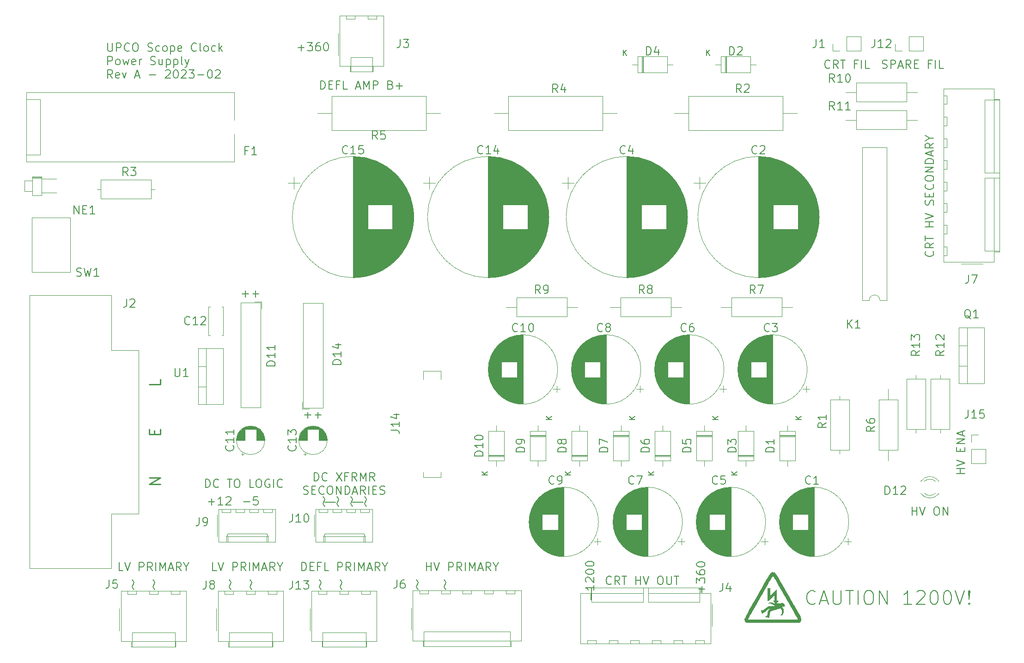
<source format=gbr>
%TF.GenerationSoftware,KiCad,Pcbnew,6.0.11-2627ca5db0~126~ubuntu22.04.1*%
%TF.CreationDate,2023-02-11T20:38:48-05:00*%
%TF.ProjectId,psu,7073752e-6b69-4636-9164-5f7063625858,rev?*%
%TF.SameCoordinates,Original*%
%TF.FileFunction,Legend,Top*%
%TF.FilePolarity,Positive*%
%FSLAX46Y46*%
G04 Gerber Fmt 4.6, Leading zero omitted, Abs format (unit mm)*
G04 Created by KiCad (PCBNEW 6.0.11-2627ca5db0~126~ubuntu22.04.1) date 2023-02-11 20:38:48*
%MOMM*%
%LPD*%
G01*
G04 APERTURE LIST*
%ADD10C,0.203200*%
%ADD11C,0.150000*%
%ADD12C,0.250000*%
%ADD13C,0.120000*%
G04 APERTURE END LIST*
D10*
X187234285Y-115624428D02*
X187234285Y-114100428D01*
X187234285Y-114826142D02*
X188105142Y-114826142D01*
X188105142Y-115624428D02*
X188105142Y-114100428D01*
X188613142Y-114100428D02*
X189121142Y-115624428D01*
X189629142Y-114100428D01*
X191588571Y-114100428D02*
X191878857Y-114100428D01*
X192024000Y-114173000D01*
X192169142Y-114318142D01*
X192241714Y-114608428D01*
X192241714Y-115116428D01*
X192169142Y-115406714D01*
X192024000Y-115551857D01*
X191878857Y-115624428D01*
X191588571Y-115624428D01*
X191443428Y-115551857D01*
X191298285Y-115406714D01*
X191225714Y-115116428D01*
X191225714Y-114608428D01*
X191298285Y-114318142D01*
X191443428Y-114173000D01*
X191588571Y-114100428D01*
X192894857Y-115624428D02*
X192894857Y-114100428D01*
X193765714Y-115624428D01*
X193765714Y-114100428D01*
X77669571Y-109317608D02*
X77669571Y-107793608D01*
X78032428Y-107793608D01*
X78250142Y-107866180D01*
X78395285Y-108011322D01*
X78467857Y-108156465D01*
X78540428Y-108446751D01*
X78540428Y-108664465D01*
X78467857Y-108954751D01*
X78395285Y-109099894D01*
X78250142Y-109245037D01*
X78032428Y-109317608D01*
X77669571Y-109317608D01*
X80064428Y-109172465D02*
X79991857Y-109245037D01*
X79774142Y-109317608D01*
X79629000Y-109317608D01*
X79411285Y-109245037D01*
X79266142Y-109099894D01*
X79193571Y-108954751D01*
X79121000Y-108664465D01*
X79121000Y-108446751D01*
X79193571Y-108156465D01*
X79266142Y-108011322D01*
X79411285Y-107866180D01*
X79629000Y-107793608D01*
X79774142Y-107793608D01*
X79991857Y-107866180D01*
X80064428Y-107938751D01*
X81733571Y-107793608D02*
X82749571Y-109317608D01*
X82749571Y-107793608D02*
X81733571Y-109317608D01*
X83838142Y-108519322D02*
X83330142Y-108519322D01*
X83330142Y-109317608D02*
X83330142Y-107793608D01*
X84055857Y-107793608D01*
X85507285Y-109317608D02*
X84999285Y-108591894D01*
X84636428Y-109317608D02*
X84636428Y-107793608D01*
X85217000Y-107793608D01*
X85362142Y-107866180D01*
X85434714Y-107938751D01*
X85507285Y-108083894D01*
X85507285Y-108301608D01*
X85434714Y-108446751D01*
X85362142Y-108519322D01*
X85217000Y-108591894D01*
X84636428Y-108591894D01*
X86160428Y-109317608D02*
X86160428Y-107793608D01*
X86668428Y-108882180D01*
X87176428Y-107793608D01*
X87176428Y-109317608D01*
X88773000Y-109317608D02*
X88265000Y-108591894D01*
X87902142Y-109317608D02*
X87902142Y-107793608D01*
X88482714Y-107793608D01*
X88627857Y-107866180D01*
X88700428Y-107938751D01*
X88773000Y-108083894D01*
X88773000Y-108301608D01*
X88700428Y-108446751D01*
X88627857Y-108519322D01*
X88482714Y-108591894D01*
X87902142Y-108591894D01*
X75746428Y-111698677D02*
X75964142Y-111771248D01*
X76327000Y-111771248D01*
X76472142Y-111698677D01*
X76544714Y-111626105D01*
X76617285Y-111480962D01*
X76617285Y-111335820D01*
X76544714Y-111190677D01*
X76472142Y-111118105D01*
X76327000Y-111045534D01*
X76036714Y-110972962D01*
X75891571Y-110900391D01*
X75819000Y-110827820D01*
X75746428Y-110682677D01*
X75746428Y-110537534D01*
X75819000Y-110392391D01*
X75891571Y-110319820D01*
X76036714Y-110247248D01*
X76399571Y-110247248D01*
X76617285Y-110319820D01*
X77270428Y-110972962D02*
X77778428Y-110972962D01*
X77996142Y-111771248D02*
X77270428Y-111771248D01*
X77270428Y-110247248D01*
X77996142Y-110247248D01*
X79520142Y-111626105D02*
X79447571Y-111698677D01*
X79229857Y-111771248D01*
X79084714Y-111771248D01*
X78867000Y-111698677D01*
X78721857Y-111553534D01*
X78649285Y-111408391D01*
X78576714Y-111118105D01*
X78576714Y-110900391D01*
X78649285Y-110610105D01*
X78721857Y-110464962D01*
X78867000Y-110319820D01*
X79084714Y-110247248D01*
X79229857Y-110247248D01*
X79447571Y-110319820D01*
X79520142Y-110392391D01*
X80463571Y-110247248D02*
X80753857Y-110247248D01*
X80899000Y-110319820D01*
X81044142Y-110464962D01*
X81116714Y-110755248D01*
X81116714Y-111263248D01*
X81044142Y-111553534D01*
X80899000Y-111698677D01*
X80753857Y-111771248D01*
X80463571Y-111771248D01*
X80318428Y-111698677D01*
X80173285Y-111553534D01*
X80100714Y-111263248D01*
X80100714Y-110755248D01*
X80173285Y-110464962D01*
X80318428Y-110319820D01*
X80463571Y-110247248D01*
X81769857Y-111771248D02*
X81769857Y-110247248D01*
X82640714Y-111771248D01*
X82640714Y-110247248D01*
X83366428Y-111771248D02*
X83366428Y-110247248D01*
X83729285Y-110247248D01*
X83947000Y-110319820D01*
X84092142Y-110464962D01*
X84164714Y-110610105D01*
X84237285Y-110900391D01*
X84237285Y-111118105D01*
X84164714Y-111408391D01*
X84092142Y-111553534D01*
X83947000Y-111698677D01*
X83729285Y-111771248D01*
X83366428Y-111771248D01*
X84817857Y-111335820D02*
X85543571Y-111335820D01*
X84672714Y-111771248D02*
X85180714Y-110247248D01*
X85688714Y-111771248D01*
X87067571Y-111771248D02*
X86559571Y-111045534D01*
X86196714Y-111771248D02*
X86196714Y-110247248D01*
X86777285Y-110247248D01*
X86922428Y-110319820D01*
X86995000Y-110392391D01*
X87067571Y-110537534D01*
X87067571Y-110755248D01*
X86995000Y-110900391D01*
X86922428Y-110972962D01*
X86777285Y-111045534D01*
X86196714Y-111045534D01*
X87720714Y-111771248D02*
X87720714Y-110247248D01*
X88446428Y-110972962D02*
X88954428Y-110972962D01*
X89172142Y-111771248D02*
X88446428Y-111771248D01*
X88446428Y-110247248D01*
X89172142Y-110247248D01*
X89752714Y-111698677D02*
X89970428Y-111771248D01*
X90333285Y-111771248D01*
X90478428Y-111698677D01*
X90551000Y-111626105D01*
X90623571Y-111480962D01*
X90623571Y-111335820D01*
X90551000Y-111190677D01*
X90478428Y-111118105D01*
X90333285Y-111045534D01*
X90043000Y-110972962D01*
X89897857Y-110900391D01*
X89825285Y-110827820D01*
X89752714Y-110682677D01*
X89752714Y-110537534D01*
X89825285Y-110392391D01*
X89897857Y-110319820D01*
X90043000Y-110247248D01*
X90405857Y-110247248D01*
X90623571Y-110319820D01*
X98279857Y-125784428D02*
X98279857Y-124260428D01*
X98279857Y-124986142D02*
X99150714Y-124986142D01*
X99150714Y-125784428D02*
X99150714Y-124260428D01*
X99658714Y-124260428D02*
X100166714Y-125784428D01*
X100674714Y-124260428D01*
X102343857Y-125784428D02*
X102343857Y-124260428D01*
X102924428Y-124260428D01*
X103069571Y-124333000D01*
X103142142Y-124405571D01*
X103214714Y-124550714D01*
X103214714Y-124768428D01*
X103142142Y-124913571D01*
X103069571Y-124986142D01*
X102924428Y-125058714D01*
X102343857Y-125058714D01*
X104738714Y-125784428D02*
X104230714Y-125058714D01*
X103867857Y-125784428D02*
X103867857Y-124260428D01*
X104448428Y-124260428D01*
X104593571Y-124333000D01*
X104666142Y-124405571D01*
X104738714Y-124550714D01*
X104738714Y-124768428D01*
X104666142Y-124913571D01*
X104593571Y-124986142D01*
X104448428Y-125058714D01*
X103867857Y-125058714D01*
X105391857Y-125784428D02*
X105391857Y-124260428D01*
X106117571Y-125784428D02*
X106117571Y-124260428D01*
X106625571Y-125349000D01*
X107133571Y-124260428D01*
X107133571Y-125784428D01*
X107786714Y-125349000D02*
X108512428Y-125349000D01*
X107641571Y-125784428D02*
X108149571Y-124260428D01*
X108657571Y-125784428D01*
X110036428Y-125784428D02*
X109528428Y-125058714D01*
X109165571Y-125784428D02*
X109165571Y-124260428D01*
X109746142Y-124260428D01*
X109891285Y-124333000D01*
X109963857Y-124405571D01*
X110036428Y-124550714D01*
X110036428Y-124768428D01*
X109963857Y-124913571D01*
X109891285Y-124986142D01*
X109746142Y-125058714D01*
X109165571Y-125058714D01*
X110979857Y-125058714D02*
X110979857Y-125784428D01*
X110471857Y-124260428D02*
X110979857Y-125058714D01*
X111487857Y-124260428D01*
X101872142Y-129267857D02*
X101690714Y-129086428D01*
X101509285Y-128723571D01*
X101872142Y-127997857D01*
X101690714Y-127635000D01*
X101509285Y-127453571D01*
X39864937Y-29096788D02*
X39864937Y-30330502D01*
X39937508Y-30475645D01*
X40010080Y-30548217D01*
X40155222Y-30620788D01*
X40445508Y-30620788D01*
X40590651Y-30548217D01*
X40663222Y-30475645D01*
X40735794Y-30330502D01*
X40735794Y-29096788D01*
X41461508Y-30620788D02*
X41461508Y-29096788D01*
X42042080Y-29096788D01*
X42187222Y-29169360D01*
X42259794Y-29241931D01*
X42332365Y-29387074D01*
X42332365Y-29604788D01*
X42259794Y-29749931D01*
X42187222Y-29822502D01*
X42042080Y-29895074D01*
X41461508Y-29895074D01*
X43856365Y-30475645D02*
X43783794Y-30548217D01*
X43566080Y-30620788D01*
X43420937Y-30620788D01*
X43203222Y-30548217D01*
X43058080Y-30403074D01*
X42985508Y-30257931D01*
X42912937Y-29967645D01*
X42912937Y-29749931D01*
X42985508Y-29459645D01*
X43058080Y-29314502D01*
X43203222Y-29169360D01*
X43420937Y-29096788D01*
X43566080Y-29096788D01*
X43783794Y-29169360D01*
X43856365Y-29241931D01*
X44799794Y-29096788D02*
X45090080Y-29096788D01*
X45235222Y-29169360D01*
X45380365Y-29314502D01*
X45452937Y-29604788D01*
X45452937Y-30112788D01*
X45380365Y-30403074D01*
X45235222Y-30548217D01*
X45090080Y-30620788D01*
X44799794Y-30620788D01*
X44654651Y-30548217D01*
X44509508Y-30403074D01*
X44436937Y-30112788D01*
X44436937Y-29604788D01*
X44509508Y-29314502D01*
X44654651Y-29169360D01*
X44799794Y-29096788D01*
X47194651Y-30548217D02*
X47412365Y-30620788D01*
X47775222Y-30620788D01*
X47920365Y-30548217D01*
X47992937Y-30475645D01*
X48065508Y-30330502D01*
X48065508Y-30185360D01*
X47992937Y-30040217D01*
X47920365Y-29967645D01*
X47775222Y-29895074D01*
X47484937Y-29822502D01*
X47339794Y-29749931D01*
X47267222Y-29677360D01*
X47194651Y-29532217D01*
X47194651Y-29387074D01*
X47267222Y-29241931D01*
X47339794Y-29169360D01*
X47484937Y-29096788D01*
X47847794Y-29096788D01*
X48065508Y-29169360D01*
X49371794Y-30548217D02*
X49226651Y-30620788D01*
X48936365Y-30620788D01*
X48791222Y-30548217D01*
X48718651Y-30475645D01*
X48646080Y-30330502D01*
X48646080Y-29895074D01*
X48718651Y-29749931D01*
X48791222Y-29677360D01*
X48936365Y-29604788D01*
X49226651Y-29604788D01*
X49371794Y-29677360D01*
X50242651Y-30620788D02*
X50097508Y-30548217D01*
X50024937Y-30475645D01*
X49952365Y-30330502D01*
X49952365Y-29895074D01*
X50024937Y-29749931D01*
X50097508Y-29677360D01*
X50242651Y-29604788D01*
X50460365Y-29604788D01*
X50605508Y-29677360D01*
X50678080Y-29749931D01*
X50750651Y-29895074D01*
X50750651Y-30330502D01*
X50678080Y-30475645D01*
X50605508Y-30548217D01*
X50460365Y-30620788D01*
X50242651Y-30620788D01*
X51403794Y-29604788D02*
X51403794Y-31128788D01*
X51403794Y-29677360D02*
X51548937Y-29604788D01*
X51839222Y-29604788D01*
X51984365Y-29677360D01*
X52056937Y-29749931D01*
X52129508Y-29895074D01*
X52129508Y-30330502D01*
X52056937Y-30475645D01*
X51984365Y-30548217D01*
X51839222Y-30620788D01*
X51548937Y-30620788D01*
X51403794Y-30548217D01*
X53363222Y-30548217D02*
X53218080Y-30620788D01*
X52927794Y-30620788D01*
X52782651Y-30548217D01*
X52710080Y-30403074D01*
X52710080Y-29822502D01*
X52782651Y-29677360D01*
X52927794Y-29604788D01*
X53218080Y-29604788D01*
X53363222Y-29677360D01*
X53435794Y-29822502D01*
X53435794Y-29967645D01*
X52710080Y-30112788D01*
X56120937Y-30475645D02*
X56048365Y-30548217D01*
X55830651Y-30620788D01*
X55685508Y-30620788D01*
X55467794Y-30548217D01*
X55322651Y-30403074D01*
X55250080Y-30257931D01*
X55177508Y-29967645D01*
X55177508Y-29749931D01*
X55250080Y-29459645D01*
X55322651Y-29314502D01*
X55467794Y-29169360D01*
X55685508Y-29096788D01*
X55830651Y-29096788D01*
X56048365Y-29169360D01*
X56120937Y-29241931D01*
X56991794Y-30620788D02*
X56846651Y-30548217D01*
X56774080Y-30403074D01*
X56774080Y-29096788D01*
X57790080Y-30620788D02*
X57644937Y-30548217D01*
X57572365Y-30475645D01*
X57499794Y-30330502D01*
X57499794Y-29895074D01*
X57572365Y-29749931D01*
X57644937Y-29677360D01*
X57790080Y-29604788D01*
X58007794Y-29604788D01*
X58152937Y-29677360D01*
X58225508Y-29749931D01*
X58298080Y-29895074D01*
X58298080Y-30330502D01*
X58225508Y-30475645D01*
X58152937Y-30548217D01*
X58007794Y-30620788D01*
X57790080Y-30620788D01*
X59604365Y-30548217D02*
X59459222Y-30620788D01*
X59168937Y-30620788D01*
X59023794Y-30548217D01*
X58951222Y-30475645D01*
X58878651Y-30330502D01*
X58878651Y-29895074D01*
X58951222Y-29749931D01*
X59023794Y-29677360D01*
X59168937Y-29604788D01*
X59459222Y-29604788D01*
X59604365Y-29677360D01*
X60257508Y-30620788D02*
X60257508Y-29096788D01*
X60402651Y-30040217D02*
X60838079Y-30620788D01*
X60838079Y-29604788D02*
X60257508Y-30185360D01*
X39864937Y-33074428D02*
X39864937Y-31550428D01*
X40445508Y-31550428D01*
X40590651Y-31623000D01*
X40663222Y-31695571D01*
X40735794Y-31840714D01*
X40735794Y-32058428D01*
X40663222Y-32203571D01*
X40590651Y-32276142D01*
X40445508Y-32348714D01*
X39864937Y-32348714D01*
X41606651Y-33074428D02*
X41461508Y-33001857D01*
X41388937Y-32929285D01*
X41316365Y-32784142D01*
X41316365Y-32348714D01*
X41388937Y-32203571D01*
X41461508Y-32131000D01*
X41606651Y-32058428D01*
X41824365Y-32058428D01*
X41969508Y-32131000D01*
X42042080Y-32203571D01*
X42114651Y-32348714D01*
X42114651Y-32784142D01*
X42042080Y-32929285D01*
X41969508Y-33001857D01*
X41824365Y-33074428D01*
X41606651Y-33074428D01*
X42622651Y-32058428D02*
X42912937Y-33074428D01*
X43203222Y-32348714D01*
X43493508Y-33074428D01*
X43783794Y-32058428D01*
X44944937Y-33001857D02*
X44799794Y-33074428D01*
X44509508Y-33074428D01*
X44364365Y-33001857D01*
X44291794Y-32856714D01*
X44291794Y-32276142D01*
X44364365Y-32131000D01*
X44509508Y-32058428D01*
X44799794Y-32058428D01*
X44944937Y-32131000D01*
X45017508Y-32276142D01*
X45017508Y-32421285D01*
X44291794Y-32566428D01*
X45670651Y-33074428D02*
X45670651Y-32058428D01*
X45670651Y-32348714D02*
X45743222Y-32203571D01*
X45815794Y-32131000D01*
X45960937Y-32058428D01*
X46106080Y-32058428D01*
X47702651Y-33001857D02*
X47920365Y-33074428D01*
X48283222Y-33074428D01*
X48428365Y-33001857D01*
X48500937Y-32929285D01*
X48573508Y-32784142D01*
X48573508Y-32639000D01*
X48500937Y-32493857D01*
X48428365Y-32421285D01*
X48283222Y-32348714D01*
X47992937Y-32276142D01*
X47847794Y-32203571D01*
X47775222Y-32131000D01*
X47702651Y-31985857D01*
X47702651Y-31840714D01*
X47775222Y-31695571D01*
X47847794Y-31623000D01*
X47992937Y-31550428D01*
X48355794Y-31550428D01*
X48573508Y-31623000D01*
X49879794Y-32058428D02*
X49879794Y-33074428D01*
X49226651Y-32058428D02*
X49226651Y-32856714D01*
X49299222Y-33001857D01*
X49444365Y-33074428D01*
X49662080Y-33074428D01*
X49807222Y-33001857D01*
X49879794Y-32929285D01*
X50605508Y-32058428D02*
X50605508Y-33582428D01*
X50605508Y-32131000D02*
X50750651Y-32058428D01*
X51040937Y-32058428D01*
X51186080Y-32131000D01*
X51258651Y-32203571D01*
X51331222Y-32348714D01*
X51331222Y-32784142D01*
X51258651Y-32929285D01*
X51186080Y-33001857D01*
X51040937Y-33074428D01*
X50750651Y-33074428D01*
X50605508Y-33001857D01*
X51984365Y-32058428D02*
X51984365Y-33582428D01*
X51984365Y-32131000D02*
X52129508Y-32058428D01*
X52419794Y-32058428D01*
X52564937Y-32131000D01*
X52637508Y-32203571D01*
X52710080Y-32348714D01*
X52710080Y-32784142D01*
X52637508Y-32929285D01*
X52564937Y-33001857D01*
X52419794Y-33074428D01*
X52129508Y-33074428D01*
X51984365Y-33001857D01*
X53580937Y-33074428D02*
X53435794Y-33001857D01*
X53363222Y-32856714D01*
X53363222Y-31550428D01*
X54016365Y-32058428D02*
X54379222Y-33074428D01*
X54742080Y-32058428D02*
X54379222Y-33074428D01*
X54234080Y-33437285D01*
X54161508Y-33509857D01*
X54016365Y-33582428D01*
X40735794Y-35528068D02*
X40227794Y-34802354D01*
X39864937Y-35528068D02*
X39864937Y-34004068D01*
X40445508Y-34004068D01*
X40590651Y-34076640D01*
X40663222Y-34149211D01*
X40735794Y-34294354D01*
X40735794Y-34512068D01*
X40663222Y-34657211D01*
X40590651Y-34729782D01*
X40445508Y-34802354D01*
X39864937Y-34802354D01*
X41969508Y-35455497D02*
X41824365Y-35528068D01*
X41534080Y-35528068D01*
X41388937Y-35455497D01*
X41316365Y-35310354D01*
X41316365Y-34729782D01*
X41388937Y-34584640D01*
X41534080Y-34512068D01*
X41824365Y-34512068D01*
X41969508Y-34584640D01*
X42042080Y-34729782D01*
X42042080Y-34874925D01*
X41316365Y-35020068D01*
X42550080Y-34512068D02*
X42912937Y-35528068D01*
X43275794Y-34512068D01*
X44944937Y-35092640D02*
X45670651Y-35092640D01*
X44799794Y-35528068D02*
X45307794Y-34004068D01*
X45815794Y-35528068D01*
X47484937Y-34947497D02*
X48646080Y-34947497D01*
X50460365Y-34149211D02*
X50532937Y-34076640D01*
X50678080Y-34004068D01*
X51040937Y-34004068D01*
X51186080Y-34076640D01*
X51258651Y-34149211D01*
X51331222Y-34294354D01*
X51331222Y-34439497D01*
X51258651Y-34657211D01*
X50387794Y-35528068D01*
X51331222Y-35528068D01*
X52274651Y-34004068D02*
X52419794Y-34004068D01*
X52564937Y-34076640D01*
X52637508Y-34149211D01*
X52710080Y-34294354D01*
X52782651Y-34584640D01*
X52782651Y-34947497D01*
X52710080Y-35237782D01*
X52637508Y-35382925D01*
X52564937Y-35455497D01*
X52419794Y-35528068D01*
X52274651Y-35528068D01*
X52129508Y-35455497D01*
X52056937Y-35382925D01*
X51984365Y-35237782D01*
X51911794Y-34947497D01*
X51911794Y-34584640D01*
X51984365Y-34294354D01*
X52056937Y-34149211D01*
X52129508Y-34076640D01*
X52274651Y-34004068D01*
X53363222Y-34149211D02*
X53435794Y-34076640D01*
X53580937Y-34004068D01*
X53943794Y-34004068D01*
X54088937Y-34076640D01*
X54161508Y-34149211D01*
X54234080Y-34294354D01*
X54234080Y-34439497D01*
X54161508Y-34657211D01*
X53290651Y-35528068D01*
X54234080Y-35528068D01*
X54742080Y-34004068D02*
X55685508Y-34004068D01*
X55177508Y-34584640D01*
X55395222Y-34584640D01*
X55540365Y-34657211D01*
X55612937Y-34729782D01*
X55685508Y-34874925D01*
X55685508Y-35237782D01*
X55612937Y-35382925D01*
X55540365Y-35455497D01*
X55395222Y-35528068D01*
X54959794Y-35528068D01*
X54814651Y-35455497D01*
X54742080Y-35382925D01*
X56338651Y-34947497D02*
X57499794Y-34947497D01*
X58515794Y-34004068D02*
X58660937Y-34004068D01*
X58806080Y-34076640D01*
X58878651Y-34149211D01*
X58951222Y-34294354D01*
X59023794Y-34584640D01*
X59023794Y-34947497D01*
X58951222Y-35237782D01*
X58878651Y-35382925D01*
X58806080Y-35455497D01*
X58660937Y-35528068D01*
X58515794Y-35528068D01*
X58370651Y-35455497D01*
X58298080Y-35382925D01*
X58225508Y-35237782D01*
X58152937Y-34947497D01*
X58152937Y-34584640D01*
X58225508Y-34294354D01*
X58298080Y-34149211D01*
X58370651Y-34076640D01*
X58515794Y-34004068D01*
X59604365Y-34149211D02*
X59676937Y-34076640D01*
X59822080Y-34004068D01*
X60184937Y-34004068D01*
X60330080Y-34076640D01*
X60402651Y-34149211D01*
X60475222Y-34294354D01*
X60475222Y-34439497D01*
X60402651Y-34657211D01*
X59531794Y-35528068D01*
X60475222Y-35528068D01*
X58293000Y-113138857D02*
X59454142Y-113138857D01*
X58873571Y-113719428D02*
X58873571Y-112558285D01*
X60978142Y-113719428D02*
X60107285Y-113719428D01*
X60542714Y-113719428D02*
X60542714Y-112195428D01*
X60397571Y-112413142D01*
X60252428Y-112558285D01*
X60107285Y-112630857D01*
X61558714Y-112340571D02*
X61631285Y-112268000D01*
X61776428Y-112195428D01*
X62139285Y-112195428D01*
X62284428Y-112268000D01*
X62357000Y-112340571D01*
X62429571Y-112485714D01*
X62429571Y-112630857D01*
X62357000Y-112848571D01*
X61486142Y-113719428D01*
X62429571Y-113719428D01*
X66312142Y-129267857D02*
X66130714Y-129086428D01*
X65949285Y-128723571D01*
X66312142Y-127997857D01*
X66130714Y-127635000D01*
X65949285Y-127453571D01*
X128378857Y-131118428D02*
X128378857Y-129957285D01*
X128959428Y-128433285D02*
X128959428Y-129304142D01*
X128959428Y-128868714D02*
X127435428Y-128868714D01*
X127653142Y-129013857D01*
X127798285Y-129159000D01*
X127870857Y-129304142D01*
X127580571Y-127852714D02*
X127508000Y-127780142D01*
X127435428Y-127635000D01*
X127435428Y-127272142D01*
X127508000Y-127127000D01*
X127580571Y-127054428D01*
X127725714Y-126981857D01*
X127870857Y-126981857D01*
X128088571Y-127054428D01*
X128959428Y-127925285D01*
X128959428Y-126981857D01*
X127435428Y-126038428D02*
X127435428Y-125893285D01*
X127508000Y-125748142D01*
X127580571Y-125675571D01*
X127725714Y-125603000D01*
X128016000Y-125530428D01*
X128378857Y-125530428D01*
X128669142Y-125603000D01*
X128814285Y-125675571D01*
X128886857Y-125748142D01*
X128959428Y-125893285D01*
X128959428Y-126038428D01*
X128886857Y-126183571D01*
X128814285Y-126256142D01*
X128669142Y-126328714D01*
X128378857Y-126401285D01*
X128016000Y-126401285D01*
X127725714Y-126328714D01*
X127580571Y-126256142D01*
X127508000Y-126183571D01*
X127435428Y-126038428D01*
X127435428Y-124587000D02*
X127435428Y-124441857D01*
X127508000Y-124296714D01*
X127580571Y-124224142D01*
X127725714Y-124151571D01*
X128016000Y-124079000D01*
X128378857Y-124079000D01*
X128669142Y-124151571D01*
X128814285Y-124224142D01*
X128886857Y-124296714D01*
X128959428Y-124441857D01*
X128959428Y-124587000D01*
X128886857Y-124732142D01*
X128814285Y-124804714D01*
X128669142Y-124877285D01*
X128378857Y-124949857D01*
X128016000Y-124949857D01*
X127725714Y-124877285D01*
X127580571Y-124804714D01*
X127508000Y-124732142D01*
X127435428Y-124587000D01*
X59817000Y-125784428D02*
X59091285Y-125784428D01*
X59091285Y-124260428D01*
X60107285Y-124260428D02*
X60615285Y-125784428D01*
X61123285Y-124260428D01*
X62792428Y-125784428D02*
X62792428Y-124260428D01*
X63373000Y-124260428D01*
X63518142Y-124333000D01*
X63590714Y-124405571D01*
X63663285Y-124550714D01*
X63663285Y-124768428D01*
X63590714Y-124913571D01*
X63518142Y-124986142D01*
X63373000Y-125058714D01*
X62792428Y-125058714D01*
X65187285Y-125784428D02*
X64679285Y-125058714D01*
X64316428Y-125784428D02*
X64316428Y-124260428D01*
X64897000Y-124260428D01*
X65042142Y-124333000D01*
X65114714Y-124405571D01*
X65187285Y-124550714D01*
X65187285Y-124768428D01*
X65114714Y-124913571D01*
X65042142Y-124986142D01*
X64897000Y-125058714D01*
X64316428Y-125058714D01*
X65840428Y-125784428D02*
X65840428Y-124260428D01*
X66566142Y-125784428D02*
X66566142Y-124260428D01*
X67074142Y-125349000D01*
X67582142Y-124260428D01*
X67582142Y-125784428D01*
X68235285Y-125349000D02*
X68961000Y-125349000D01*
X68090142Y-125784428D02*
X68598142Y-124260428D01*
X69106142Y-125784428D01*
X70485000Y-125784428D02*
X69977000Y-125058714D01*
X69614142Y-125784428D02*
X69614142Y-124260428D01*
X70194714Y-124260428D01*
X70339857Y-124333000D01*
X70412428Y-124405571D01*
X70485000Y-124550714D01*
X70485000Y-124768428D01*
X70412428Y-124913571D01*
X70339857Y-124986142D01*
X70194714Y-125058714D01*
X69614142Y-125058714D01*
X71428428Y-125058714D02*
X71428428Y-125784428D01*
X70920428Y-124260428D02*
X71428428Y-125058714D01*
X71936428Y-124260428D01*
X75419857Y-125784428D02*
X75419857Y-124260428D01*
X75782714Y-124260428D01*
X76000428Y-124333000D01*
X76145571Y-124478142D01*
X76218142Y-124623285D01*
X76290714Y-124913571D01*
X76290714Y-125131285D01*
X76218142Y-125421571D01*
X76145571Y-125566714D01*
X76000428Y-125711857D01*
X75782714Y-125784428D01*
X75419857Y-125784428D01*
X76943857Y-124986142D02*
X77451857Y-124986142D01*
X77669571Y-125784428D02*
X76943857Y-125784428D01*
X76943857Y-124260428D01*
X77669571Y-124260428D01*
X78830714Y-124986142D02*
X78322714Y-124986142D01*
X78322714Y-125784428D02*
X78322714Y-124260428D01*
X79048428Y-124260428D01*
X80354714Y-125784428D02*
X79629000Y-125784428D01*
X79629000Y-124260428D01*
X82023857Y-125784428D02*
X82023857Y-124260428D01*
X82604428Y-124260428D01*
X82749571Y-124333000D01*
X82822142Y-124405571D01*
X82894714Y-124550714D01*
X82894714Y-124768428D01*
X82822142Y-124913571D01*
X82749571Y-124986142D01*
X82604428Y-125058714D01*
X82023857Y-125058714D01*
X84418714Y-125784428D02*
X83910714Y-125058714D01*
X83547857Y-125784428D02*
X83547857Y-124260428D01*
X84128428Y-124260428D01*
X84273571Y-124333000D01*
X84346142Y-124405571D01*
X84418714Y-124550714D01*
X84418714Y-124768428D01*
X84346142Y-124913571D01*
X84273571Y-124986142D01*
X84128428Y-125058714D01*
X83547857Y-125058714D01*
X85071857Y-125784428D02*
X85071857Y-124260428D01*
X85797571Y-125784428D02*
X85797571Y-124260428D01*
X86305571Y-125349000D01*
X86813571Y-124260428D01*
X86813571Y-125784428D01*
X87466714Y-125349000D02*
X88192428Y-125349000D01*
X87321571Y-125784428D02*
X87829571Y-124260428D01*
X88337571Y-125784428D01*
X89716428Y-125784428D02*
X89208428Y-125058714D01*
X88845571Y-125784428D02*
X88845571Y-124260428D01*
X89426142Y-124260428D01*
X89571285Y-124333000D01*
X89643857Y-124405571D01*
X89716428Y-124550714D01*
X89716428Y-124768428D01*
X89643857Y-124913571D01*
X89571285Y-124986142D01*
X89426142Y-125058714D01*
X88845571Y-125058714D01*
X90659857Y-125058714D02*
X90659857Y-125784428D01*
X90151857Y-124260428D02*
X90659857Y-125058714D01*
X91167857Y-124260428D01*
X74712285Y-29953857D02*
X75873428Y-29953857D01*
X75292857Y-30534428D02*
X75292857Y-29373285D01*
X76454000Y-29010428D02*
X77397428Y-29010428D01*
X76889428Y-29591000D01*
X77107142Y-29591000D01*
X77252285Y-29663571D01*
X77324857Y-29736142D01*
X77397428Y-29881285D01*
X77397428Y-30244142D01*
X77324857Y-30389285D01*
X77252285Y-30461857D01*
X77107142Y-30534428D01*
X76671714Y-30534428D01*
X76526571Y-30461857D01*
X76454000Y-30389285D01*
X78703714Y-29010428D02*
X78413428Y-29010428D01*
X78268285Y-29083000D01*
X78195714Y-29155571D01*
X78050571Y-29373285D01*
X77978000Y-29663571D01*
X77978000Y-30244142D01*
X78050571Y-30389285D01*
X78123142Y-30461857D01*
X78268285Y-30534428D01*
X78558571Y-30534428D01*
X78703714Y-30461857D01*
X78776285Y-30389285D01*
X78848857Y-30244142D01*
X78848857Y-29881285D01*
X78776285Y-29736142D01*
X78703714Y-29663571D01*
X78558571Y-29591000D01*
X78268285Y-29591000D01*
X78123142Y-29663571D01*
X78050571Y-29736142D01*
X77978000Y-29881285D01*
X79792285Y-29010428D02*
X79937428Y-29010428D01*
X80082571Y-29083000D01*
X80155142Y-29155571D01*
X80227714Y-29300714D01*
X80300285Y-29591000D01*
X80300285Y-29953857D01*
X80227714Y-30244142D01*
X80155142Y-30389285D01*
X80082571Y-30461857D01*
X79937428Y-30534428D01*
X79792285Y-30534428D01*
X79647142Y-30461857D01*
X79574571Y-30389285D01*
X79502000Y-30244142D01*
X79429428Y-29953857D01*
X79429428Y-29591000D01*
X79502000Y-29300714D01*
X79574571Y-29155571D01*
X79647142Y-29083000D01*
X79792285Y-29010428D01*
X82822142Y-129267857D02*
X82640714Y-129086428D01*
X82459285Y-128723571D01*
X82822142Y-127997857D01*
X82640714Y-127635000D01*
X82459285Y-127453571D01*
X87267142Y-114027857D02*
X87085714Y-113846428D01*
X86904285Y-113483571D01*
X87267142Y-112757857D01*
X87085714Y-112395000D01*
X86904285Y-112213571D01*
X132134428Y-128179285D02*
X132061857Y-128251857D01*
X131844142Y-128324428D01*
X131699000Y-128324428D01*
X131481285Y-128251857D01*
X131336142Y-128106714D01*
X131263571Y-127961571D01*
X131191000Y-127671285D01*
X131191000Y-127453571D01*
X131263571Y-127163285D01*
X131336142Y-127018142D01*
X131481285Y-126873000D01*
X131699000Y-126800428D01*
X131844142Y-126800428D01*
X132061857Y-126873000D01*
X132134428Y-126945571D01*
X133658428Y-128324428D02*
X133150428Y-127598714D01*
X132787571Y-128324428D02*
X132787571Y-126800428D01*
X133368142Y-126800428D01*
X133513285Y-126873000D01*
X133585857Y-126945571D01*
X133658428Y-127090714D01*
X133658428Y-127308428D01*
X133585857Y-127453571D01*
X133513285Y-127526142D01*
X133368142Y-127598714D01*
X132787571Y-127598714D01*
X134093857Y-126800428D02*
X134964714Y-126800428D01*
X134529285Y-128324428D02*
X134529285Y-126800428D01*
X136633857Y-128324428D02*
X136633857Y-126800428D01*
X136633857Y-127526142D02*
X137504714Y-127526142D01*
X137504714Y-128324428D02*
X137504714Y-126800428D01*
X138012714Y-126800428D02*
X138520714Y-128324428D01*
X139028714Y-126800428D01*
X140988142Y-126800428D02*
X141278428Y-126800428D01*
X141423571Y-126873000D01*
X141568714Y-127018142D01*
X141641285Y-127308428D01*
X141641285Y-127816428D01*
X141568714Y-128106714D01*
X141423571Y-128251857D01*
X141278428Y-128324428D01*
X140988142Y-128324428D01*
X140843000Y-128251857D01*
X140697857Y-128106714D01*
X140625285Y-127816428D01*
X140625285Y-127308428D01*
X140697857Y-127018142D01*
X140843000Y-126873000D01*
X140988142Y-126800428D01*
X142294428Y-126800428D02*
X142294428Y-128034142D01*
X142367000Y-128179285D01*
X142439571Y-128251857D01*
X142584714Y-128324428D01*
X142875000Y-128324428D01*
X143020142Y-128251857D01*
X143092714Y-128179285D01*
X143165285Y-128034142D01*
X143165285Y-126800428D01*
X143673285Y-126800428D02*
X144544142Y-126800428D01*
X144108714Y-128324428D02*
X144108714Y-126800428D01*
X172175714Y-33564285D02*
X172103142Y-33636857D01*
X171885428Y-33709428D01*
X171740285Y-33709428D01*
X171522571Y-33636857D01*
X171377428Y-33491714D01*
X171304857Y-33346571D01*
X171232285Y-33056285D01*
X171232285Y-32838571D01*
X171304857Y-32548285D01*
X171377428Y-32403142D01*
X171522571Y-32258000D01*
X171740285Y-32185428D01*
X171885428Y-32185428D01*
X172103142Y-32258000D01*
X172175714Y-32330571D01*
X173699714Y-33709428D02*
X173191714Y-32983714D01*
X172828857Y-33709428D02*
X172828857Y-32185428D01*
X173409428Y-32185428D01*
X173554571Y-32258000D01*
X173627142Y-32330571D01*
X173699714Y-32475714D01*
X173699714Y-32693428D01*
X173627142Y-32838571D01*
X173554571Y-32911142D01*
X173409428Y-32983714D01*
X172828857Y-32983714D01*
X174135142Y-32185428D02*
X175006000Y-32185428D01*
X174570571Y-33709428D02*
X174570571Y-32185428D01*
X177183142Y-32911142D02*
X176675142Y-32911142D01*
X176675142Y-33709428D02*
X176675142Y-32185428D01*
X177400857Y-32185428D01*
X177981428Y-33709428D02*
X177981428Y-32185428D01*
X179432857Y-33709428D02*
X178707142Y-33709428D01*
X178707142Y-32185428D01*
X148698857Y-129757714D02*
X148698857Y-128596571D01*
X149279428Y-129177142D02*
X148118285Y-129177142D01*
X147755428Y-128016000D02*
X147755428Y-127072571D01*
X148336000Y-127580571D01*
X148336000Y-127362857D01*
X148408571Y-127217714D01*
X148481142Y-127145142D01*
X148626285Y-127072571D01*
X148989142Y-127072571D01*
X149134285Y-127145142D01*
X149206857Y-127217714D01*
X149279428Y-127362857D01*
X149279428Y-127798285D01*
X149206857Y-127943428D01*
X149134285Y-128016000D01*
X147755428Y-125766285D02*
X147755428Y-126056571D01*
X147828000Y-126201714D01*
X147900571Y-126274285D01*
X148118285Y-126419428D01*
X148408571Y-126492000D01*
X148989142Y-126492000D01*
X149134285Y-126419428D01*
X149206857Y-126346857D01*
X149279428Y-126201714D01*
X149279428Y-125911428D01*
X149206857Y-125766285D01*
X149134285Y-125693714D01*
X148989142Y-125621142D01*
X148626285Y-125621142D01*
X148481142Y-125693714D01*
X148408571Y-125766285D01*
X148336000Y-125911428D01*
X148336000Y-126201714D01*
X148408571Y-126346857D01*
X148481142Y-126419428D01*
X148626285Y-126492000D01*
X147755428Y-124677714D02*
X147755428Y-124532571D01*
X147828000Y-124387428D01*
X147900571Y-124314857D01*
X148045714Y-124242285D01*
X148336000Y-124169714D01*
X148698857Y-124169714D01*
X148989142Y-124242285D01*
X149134285Y-124314857D01*
X149206857Y-124387428D01*
X149279428Y-124532571D01*
X149279428Y-124677714D01*
X149206857Y-124822857D01*
X149134285Y-124895428D01*
X148989142Y-124968000D01*
X148698857Y-125040571D01*
X148336000Y-125040571D01*
X148045714Y-124968000D01*
X147900571Y-124895428D01*
X147828000Y-124822857D01*
X147755428Y-124677714D01*
X196904428Y-107950000D02*
X195380428Y-107950000D01*
X196106142Y-107950000D02*
X196106142Y-107079142D01*
X196904428Y-107079142D02*
X195380428Y-107079142D01*
X195380428Y-106571142D02*
X196904428Y-106063142D01*
X195380428Y-105555142D01*
X196106142Y-103886000D02*
X196106142Y-103378000D01*
X196904428Y-103160285D02*
X196904428Y-103886000D01*
X195380428Y-103886000D01*
X195380428Y-103160285D01*
X196904428Y-102507142D02*
X195380428Y-102507142D01*
X196904428Y-101636285D01*
X195380428Y-101636285D01*
X196469000Y-100983142D02*
X196469000Y-100257428D01*
X196904428Y-101128285D02*
X195380428Y-100620285D01*
X196904428Y-100112285D01*
X42672000Y-125784428D02*
X41946285Y-125784428D01*
X41946285Y-124260428D01*
X42962285Y-124260428D02*
X43470285Y-125784428D01*
X43978285Y-124260428D01*
X45647428Y-125784428D02*
X45647428Y-124260428D01*
X46228000Y-124260428D01*
X46373142Y-124333000D01*
X46445714Y-124405571D01*
X46518285Y-124550714D01*
X46518285Y-124768428D01*
X46445714Y-124913571D01*
X46373142Y-124986142D01*
X46228000Y-125058714D01*
X45647428Y-125058714D01*
X48042285Y-125784428D02*
X47534285Y-125058714D01*
X47171428Y-125784428D02*
X47171428Y-124260428D01*
X47752000Y-124260428D01*
X47897142Y-124333000D01*
X47969714Y-124405571D01*
X48042285Y-124550714D01*
X48042285Y-124768428D01*
X47969714Y-124913571D01*
X47897142Y-124986142D01*
X47752000Y-125058714D01*
X47171428Y-125058714D01*
X48695428Y-125784428D02*
X48695428Y-124260428D01*
X49421142Y-125784428D02*
X49421142Y-124260428D01*
X49929142Y-125349000D01*
X50437142Y-124260428D01*
X50437142Y-125784428D01*
X51090285Y-125349000D02*
X51816000Y-125349000D01*
X50945142Y-125784428D02*
X51453142Y-124260428D01*
X51961142Y-125784428D01*
X53340000Y-125784428D02*
X52832000Y-125058714D01*
X52469142Y-125784428D02*
X52469142Y-124260428D01*
X53049714Y-124260428D01*
X53194857Y-124333000D01*
X53267428Y-124405571D01*
X53340000Y-124550714D01*
X53340000Y-124768428D01*
X53267428Y-124913571D01*
X53194857Y-124986142D01*
X53049714Y-125058714D01*
X52469142Y-125058714D01*
X54283428Y-125058714D02*
X54283428Y-125784428D01*
X53775428Y-124260428D02*
X54283428Y-125058714D01*
X54791428Y-124260428D01*
X64516000Y-75038857D02*
X65677142Y-75038857D01*
X65096571Y-75619428D02*
X65096571Y-74458285D01*
X66402857Y-75038857D02*
X67564000Y-75038857D01*
X66983428Y-75619428D02*
X66983428Y-74458285D01*
X79647142Y-114027857D02*
X79465714Y-113846428D01*
X79284285Y-113483571D01*
X79647142Y-112757857D01*
X79465714Y-112395000D01*
X79284285Y-112213571D01*
X75946000Y-97263857D02*
X77107142Y-97263857D01*
X76526571Y-97844428D02*
X76526571Y-96683285D01*
X77832857Y-97263857D02*
X78994000Y-97263857D01*
X78413428Y-97844428D02*
X78413428Y-96683285D01*
X181809571Y-33636857D02*
X182027285Y-33709428D01*
X182390142Y-33709428D01*
X182535285Y-33636857D01*
X182607857Y-33564285D01*
X182680428Y-33419142D01*
X182680428Y-33274000D01*
X182607857Y-33128857D01*
X182535285Y-33056285D01*
X182390142Y-32983714D01*
X182099857Y-32911142D01*
X181954714Y-32838571D01*
X181882142Y-32766000D01*
X181809571Y-32620857D01*
X181809571Y-32475714D01*
X181882142Y-32330571D01*
X181954714Y-32258000D01*
X182099857Y-32185428D01*
X182462714Y-32185428D01*
X182680428Y-32258000D01*
X183333571Y-33709428D02*
X183333571Y-32185428D01*
X183914142Y-32185428D01*
X184059285Y-32258000D01*
X184131857Y-32330571D01*
X184204428Y-32475714D01*
X184204428Y-32693428D01*
X184131857Y-32838571D01*
X184059285Y-32911142D01*
X183914142Y-32983714D01*
X183333571Y-32983714D01*
X184785000Y-33274000D02*
X185510714Y-33274000D01*
X184639857Y-33709428D02*
X185147857Y-32185428D01*
X185655857Y-33709428D01*
X187034714Y-33709428D02*
X186526714Y-32983714D01*
X186163857Y-33709428D02*
X186163857Y-32185428D01*
X186744428Y-32185428D01*
X186889571Y-32258000D01*
X186962142Y-32330571D01*
X187034714Y-32475714D01*
X187034714Y-32693428D01*
X186962142Y-32838571D01*
X186889571Y-32911142D01*
X186744428Y-32983714D01*
X186163857Y-32983714D01*
X187687857Y-32911142D02*
X188195857Y-32911142D01*
X188413571Y-33709428D02*
X187687857Y-33709428D01*
X187687857Y-32185428D01*
X188413571Y-32185428D01*
X190735857Y-32911142D02*
X190227857Y-32911142D01*
X190227857Y-33709428D02*
X190227857Y-32185428D01*
X190953571Y-32185428D01*
X191534142Y-33709428D02*
X191534142Y-32185428D01*
X192985571Y-33709428D02*
X192259857Y-33709428D01*
X192259857Y-32185428D01*
X79677380Y-113211428D02*
X81612619Y-113211428D01*
X84757380Y-113211428D02*
X86692619Y-113211428D01*
X62502142Y-129267857D02*
X62320714Y-129086428D01*
X62139285Y-128723571D01*
X62502142Y-127997857D01*
X62320714Y-127635000D01*
X62139285Y-127453571D01*
X82187142Y-114027857D02*
X82005714Y-113846428D01*
X81824285Y-113483571D01*
X82187142Y-112757857D01*
X82005714Y-112395000D01*
X81824285Y-112213571D01*
X57766857Y-110544428D02*
X57766857Y-109020428D01*
X58129714Y-109020428D01*
X58347428Y-109093000D01*
X58492571Y-109238142D01*
X58565142Y-109383285D01*
X58637714Y-109673571D01*
X58637714Y-109891285D01*
X58565142Y-110181571D01*
X58492571Y-110326714D01*
X58347428Y-110471857D01*
X58129714Y-110544428D01*
X57766857Y-110544428D01*
X60161714Y-110399285D02*
X60089142Y-110471857D01*
X59871428Y-110544428D01*
X59726285Y-110544428D01*
X59508571Y-110471857D01*
X59363428Y-110326714D01*
X59290857Y-110181571D01*
X59218285Y-109891285D01*
X59218285Y-109673571D01*
X59290857Y-109383285D01*
X59363428Y-109238142D01*
X59508571Y-109093000D01*
X59726285Y-109020428D01*
X59871428Y-109020428D01*
X60089142Y-109093000D01*
X60161714Y-109165571D01*
X61758285Y-109020428D02*
X62629142Y-109020428D01*
X62193714Y-110544428D02*
X62193714Y-109020428D01*
X63427428Y-109020428D02*
X63717714Y-109020428D01*
X63862857Y-109093000D01*
X64008000Y-109238142D01*
X64080571Y-109528428D01*
X64080571Y-110036428D01*
X64008000Y-110326714D01*
X63862857Y-110471857D01*
X63717714Y-110544428D01*
X63427428Y-110544428D01*
X63282285Y-110471857D01*
X63137142Y-110326714D01*
X63064571Y-110036428D01*
X63064571Y-109528428D01*
X63137142Y-109238142D01*
X63282285Y-109093000D01*
X63427428Y-109020428D01*
X66620571Y-110544428D02*
X65894857Y-110544428D01*
X65894857Y-109020428D01*
X67418857Y-109020428D02*
X67709142Y-109020428D01*
X67854285Y-109093000D01*
X67999428Y-109238142D01*
X68072000Y-109528428D01*
X68072000Y-110036428D01*
X67999428Y-110326714D01*
X67854285Y-110471857D01*
X67709142Y-110544428D01*
X67418857Y-110544428D01*
X67273714Y-110471857D01*
X67128571Y-110326714D01*
X67056000Y-110036428D01*
X67056000Y-109528428D01*
X67128571Y-109238142D01*
X67273714Y-109093000D01*
X67418857Y-109020428D01*
X69523428Y-109093000D02*
X69378285Y-109020428D01*
X69160571Y-109020428D01*
X68942857Y-109093000D01*
X68797714Y-109238142D01*
X68725142Y-109383285D01*
X68652571Y-109673571D01*
X68652571Y-109891285D01*
X68725142Y-110181571D01*
X68797714Y-110326714D01*
X68942857Y-110471857D01*
X69160571Y-110544428D01*
X69305714Y-110544428D01*
X69523428Y-110471857D01*
X69596000Y-110399285D01*
X69596000Y-109891285D01*
X69305714Y-109891285D01*
X70249142Y-110544428D02*
X70249142Y-109020428D01*
X71845714Y-110399285D02*
X71773142Y-110471857D01*
X71555428Y-110544428D01*
X71410285Y-110544428D01*
X71192571Y-110471857D01*
X71047428Y-110326714D01*
X70974857Y-110181571D01*
X70902285Y-109891285D01*
X70902285Y-109673571D01*
X70974857Y-109383285D01*
X71047428Y-109238142D01*
X71192571Y-109093000D01*
X71410285Y-109020428D01*
X71555428Y-109020428D01*
X71773142Y-109093000D01*
X71845714Y-109165571D01*
X48532142Y-129267857D02*
X48350714Y-129086428D01*
X48169285Y-128723571D01*
X48532142Y-127997857D01*
X48350714Y-127635000D01*
X48169285Y-127453571D01*
X169514761Y-131717142D02*
X169393809Y-131838095D01*
X169030952Y-131959047D01*
X168789047Y-131959047D01*
X168426190Y-131838095D01*
X168184285Y-131596190D01*
X168063333Y-131354285D01*
X167942380Y-130870476D01*
X167942380Y-130507619D01*
X168063333Y-130023809D01*
X168184285Y-129781904D01*
X168426190Y-129540000D01*
X168789047Y-129419047D01*
X169030952Y-129419047D01*
X169393809Y-129540000D01*
X169514761Y-129660952D01*
X170482380Y-131233333D02*
X171691904Y-131233333D01*
X170240476Y-131959047D02*
X171087142Y-129419047D01*
X171933809Y-131959047D01*
X172780476Y-129419047D02*
X172780476Y-131475238D01*
X172901428Y-131717142D01*
X173022380Y-131838095D01*
X173264285Y-131959047D01*
X173748095Y-131959047D01*
X173990000Y-131838095D01*
X174110952Y-131717142D01*
X174231904Y-131475238D01*
X174231904Y-129419047D01*
X175078571Y-129419047D02*
X176530000Y-129419047D01*
X175804285Y-131959047D02*
X175804285Y-129419047D01*
X177376666Y-131959047D02*
X177376666Y-129419047D01*
X179070000Y-129419047D02*
X179553809Y-129419047D01*
X179795714Y-129540000D01*
X180037619Y-129781904D01*
X180158571Y-130265714D01*
X180158571Y-131112380D01*
X180037619Y-131596190D01*
X179795714Y-131838095D01*
X179553809Y-131959047D01*
X179070000Y-131959047D01*
X178828095Y-131838095D01*
X178586190Y-131596190D01*
X178465238Y-131112380D01*
X178465238Y-130265714D01*
X178586190Y-129781904D01*
X178828095Y-129540000D01*
X179070000Y-129419047D01*
X181247142Y-131959047D02*
X181247142Y-129419047D01*
X182698571Y-131959047D01*
X182698571Y-129419047D01*
X187173809Y-131959047D02*
X185722380Y-131959047D01*
X186448095Y-131959047D02*
X186448095Y-129419047D01*
X186206190Y-129781904D01*
X185964285Y-130023809D01*
X185722380Y-130144761D01*
X188141428Y-129660952D02*
X188262380Y-129540000D01*
X188504285Y-129419047D01*
X189109047Y-129419047D01*
X189350952Y-129540000D01*
X189471904Y-129660952D01*
X189592857Y-129902857D01*
X189592857Y-130144761D01*
X189471904Y-130507619D01*
X188020476Y-131959047D01*
X189592857Y-131959047D01*
X191165238Y-129419047D02*
X191407142Y-129419047D01*
X191649047Y-129540000D01*
X191770000Y-129660952D01*
X191890952Y-129902857D01*
X192011904Y-130386666D01*
X192011904Y-130991428D01*
X191890952Y-131475238D01*
X191770000Y-131717142D01*
X191649047Y-131838095D01*
X191407142Y-131959047D01*
X191165238Y-131959047D01*
X190923333Y-131838095D01*
X190802380Y-131717142D01*
X190681428Y-131475238D01*
X190560476Y-130991428D01*
X190560476Y-130386666D01*
X190681428Y-129902857D01*
X190802380Y-129660952D01*
X190923333Y-129540000D01*
X191165238Y-129419047D01*
X193584285Y-129419047D02*
X193826190Y-129419047D01*
X194068095Y-129540000D01*
X194189047Y-129660952D01*
X194310000Y-129902857D01*
X194430952Y-130386666D01*
X194430952Y-130991428D01*
X194310000Y-131475238D01*
X194189047Y-131717142D01*
X194068095Y-131838095D01*
X193826190Y-131959047D01*
X193584285Y-131959047D01*
X193342380Y-131838095D01*
X193221428Y-131717142D01*
X193100476Y-131475238D01*
X192979523Y-130991428D01*
X192979523Y-130386666D01*
X193100476Y-129902857D01*
X193221428Y-129660952D01*
X193342380Y-129540000D01*
X193584285Y-129419047D01*
X195156666Y-129419047D02*
X196003333Y-131959047D01*
X196850000Y-129419047D01*
X197696666Y-131717142D02*
X197817619Y-131838095D01*
X197696666Y-131959047D01*
X197575714Y-131838095D01*
X197696666Y-131717142D01*
X197696666Y-131959047D01*
X197696666Y-130991428D02*
X197575714Y-129540000D01*
X197696666Y-129419047D01*
X197817619Y-129540000D01*
X197696666Y-130991428D01*
X197696666Y-129419047D01*
X44722142Y-129267857D02*
X44540714Y-129086428D01*
X44359285Y-128723571D01*
X44722142Y-127997857D01*
X44540714Y-127635000D01*
X44359285Y-127453571D01*
X191044285Y-67237428D02*
X191116857Y-67310000D01*
X191189428Y-67527714D01*
X191189428Y-67672857D01*
X191116857Y-67890571D01*
X190971714Y-68035714D01*
X190826571Y-68108285D01*
X190536285Y-68180857D01*
X190318571Y-68180857D01*
X190028285Y-68108285D01*
X189883142Y-68035714D01*
X189738000Y-67890571D01*
X189665428Y-67672857D01*
X189665428Y-67527714D01*
X189738000Y-67310000D01*
X189810571Y-67237428D01*
X191189428Y-65713428D02*
X190463714Y-66221428D01*
X191189428Y-66584285D02*
X189665428Y-66584285D01*
X189665428Y-66003714D01*
X189738000Y-65858571D01*
X189810571Y-65786000D01*
X189955714Y-65713428D01*
X190173428Y-65713428D01*
X190318571Y-65786000D01*
X190391142Y-65858571D01*
X190463714Y-66003714D01*
X190463714Y-66584285D01*
X189665428Y-65278000D02*
X189665428Y-64407142D01*
X191189428Y-64842571D02*
X189665428Y-64842571D01*
X191189428Y-62738000D02*
X189665428Y-62738000D01*
X190391142Y-62738000D02*
X190391142Y-61867142D01*
X191189428Y-61867142D02*
X189665428Y-61867142D01*
X189665428Y-61359142D02*
X191189428Y-60851142D01*
X189665428Y-60343142D01*
X191116857Y-58746571D02*
X191189428Y-58528857D01*
X191189428Y-58166000D01*
X191116857Y-58020857D01*
X191044285Y-57948285D01*
X190899142Y-57875714D01*
X190754000Y-57875714D01*
X190608857Y-57948285D01*
X190536285Y-58020857D01*
X190463714Y-58166000D01*
X190391142Y-58456285D01*
X190318571Y-58601428D01*
X190246000Y-58674000D01*
X190100857Y-58746571D01*
X189955714Y-58746571D01*
X189810571Y-58674000D01*
X189738000Y-58601428D01*
X189665428Y-58456285D01*
X189665428Y-58093428D01*
X189738000Y-57875714D01*
X190391142Y-57222571D02*
X190391142Y-56714571D01*
X191189428Y-56496857D02*
X191189428Y-57222571D01*
X189665428Y-57222571D01*
X189665428Y-56496857D01*
X191044285Y-54972857D02*
X191116857Y-55045428D01*
X191189428Y-55263142D01*
X191189428Y-55408285D01*
X191116857Y-55626000D01*
X190971714Y-55771142D01*
X190826571Y-55843714D01*
X190536285Y-55916285D01*
X190318571Y-55916285D01*
X190028285Y-55843714D01*
X189883142Y-55771142D01*
X189738000Y-55626000D01*
X189665428Y-55408285D01*
X189665428Y-55263142D01*
X189738000Y-55045428D01*
X189810571Y-54972857D01*
X189665428Y-54029428D02*
X189665428Y-53739142D01*
X189738000Y-53594000D01*
X189883142Y-53448857D01*
X190173428Y-53376285D01*
X190681428Y-53376285D01*
X190971714Y-53448857D01*
X191116857Y-53594000D01*
X191189428Y-53739142D01*
X191189428Y-54029428D01*
X191116857Y-54174571D01*
X190971714Y-54319714D01*
X190681428Y-54392285D01*
X190173428Y-54392285D01*
X189883142Y-54319714D01*
X189738000Y-54174571D01*
X189665428Y-54029428D01*
X191189428Y-52723142D02*
X189665428Y-52723142D01*
X191189428Y-51852285D01*
X189665428Y-51852285D01*
X191189428Y-51126571D02*
X189665428Y-51126571D01*
X189665428Y-50763714D01*
X189738000Y-50546000D01*
X189883142Y-50400857D01*
X190028285Y-50328285D01*
X190318571Y-50255714D01*
X190536285Y-50255714D01*
X190826571Y-50328285D01*
X190971714Y-50400857D01*
X191116857Y-50546000D01*
X191189428Y-50763714D01*
X191189428Y-51126571D01*
X190754000Y-49675142D02*
X190754000Y-48949428D01*
X191189428Y-49820285D02*
X189665428Y-49312285D01*
X191189428Y-48804285D01*
X191189428Y-47425428D02*
X190463714Y-47933428D01*
X191189428Y-48296285D02*
X189665428Y-48296285D01*
X189665428Y-47715714D01*
X189738000Y-47570571D01*
X189810571Y-47498000D01*
X189955714Y-47425428D01*
X190173428Y-47425428D01*
X190318571Y-47498000D01*
X190391142Y-47570571D01*
X190463714Y-47715714D01*
X190463714Y-48296285D01*
X190463714Y-46482000D02*
X191189428Y-46482000D01*
X189665428Y-46990000D02*
X190463714Y-46482000D01*
X189665428Y-45974000D01*
X79012142Y-129267857D02*
X78830714Y-129086428D01*
X78649285Y-128723571D01*
X79012142Y-127997857D01*
X78830714Y-127635000D01*
X78649285Y-127453571D01*
X96792142Y-129267857D02*
X96610714Y-129086428D01*
X96429285Y-128723571D01*
X96792142Y-127997857D01*
X96610714Y-127635000D01*
X96429285Y-127453571D01*
X78848857Y-37519428D02*
X78848857Y-35995428D01*
X79211714Y-35995428D01*
X79429428Y-36068000D01*
X79574571Y-36213142D01*
X79647142Y-36358285D01*
X79719714Y-36648571D01*
X79719714Y-36866285D01*
X79647142Y-37156571D01*
X79574571Y-37301714D01*
X79429428Y-37446857D01*
X79211714Y-37519428D01*
X78848857Y-37519428D01*
X80372857Y-36721142D02*
X80880857Y-36721142D01*
X81098571Y-37519428D02*
X80372857Y-37519428D01*
X80372857Y-35995428D01*
X81098571Y-35995428D01*
X82259714Y-36721142D02*
X81751714Y-36721142D01*
X81751714Y-37519428D02*
X81751714Y-35995428D01*
X82477428Y-35995428D01*
X83783714Y-37519428D02*
X83058000Y-37519428D01*
X83058000Y-35995428D01*
X85380285Y-37084000D02*
X86106000Y-37084000D01*
X85235142Y-37519428D02*
X85743142Y-35995428D01*
X86251142Y-37519428D01*
X86759142Y-37519428D02*
X86759142Y-35995428D01*
X87267142Y-37084000D01*
X87775142Y-35995428D01*
X87775142Y-37519428D01*
X88500857Y-37519428D02*
X88500857Y-35995428D01*
X89081428Y-35995428D01*
X89226571Y-36068000D01*
X89299142Y-36140571D01*
X89371714Y-36285714D01*
X89371714Y-36503428D01*
X89299142Y-36648571D01*
X89226571Y-36721142D01*
X89081428Y-36793714D01*
X88500857Y-36793714D01*
X91694000Y-36721142D02*
X91911714Y-36793714D01*
X91984285Y-36866285D01*
X92056857Y-37011428D01*
X92056857Y-37229142D01*
X91984285Y-37374285D01*
X91911714Y-37446857D01*
X91766571Y-37519428D01*
X91186000Y-37519428D01*
X91186000Y-35995428D01*
X91694000Y-35995428D01*
X91839142Y-36068000D01*
X91911714Y-36140571D01*
X91984285Y-36285714D01*
X91984285Y-36430857D01*
X91911714Y-36576000D01*
X91839142Y-36648571D01*
X91694000Y-36721142D01*
X91186000Y-36721142D01*
X92710000Y-36938857D02*
X93871142Y-36938857D01*
X93290571Y-37519428D02*
X93290571Y-36358285D01*
X84727142Y-114027857D02*
X84545714Y-113846428D01*
X84364285Y-113483571D01*
X84727142Y-112757857D01*
X84545714Y-112395000D01*
X84364285Y-112213571D01*
X64733714Y-113138857D02*
X65894857Y-113138857D01*
X67346285Y-112195428D02*
X66620571Y-112195428D01*
X66548000Y-112921142D01*
X66620571Y-112848571D01*
X66765714Y-112776000D01*
X67128571Y-112776000D01*
X67273714Y-112848571D01*
X67346285Y-112921142D01*
X67418857Y-113066285D01*
X67418857Y-113429142D01*
X67346285Y-113574285D01*
X67273714Y-113646857D01*
X67128571Y-113719428D01*
X66765714Y-113719428D01*
X66620571Y-113646857D01*
X66548000Y-113574285D01*
%TO.C,R13*%
X188649428Y-85434714D02*
X187923714Y-85942714D01*
X188649428Y-86305571D02*
X187125428Y-86305571D01*
X187125428Y-85725000D01*
X187198000Y-85579857D01*
X187270571Y-85507285D01*
X187415714Y-85434714D01*
X187633428Y-85434714D01*
X187778571Y-85507285D01*
X187851142Y-85579857D01*
X187923714Y-85725000D01*
X187923714Y-86305571D01*
X188649428Y-83983285D02*
X188649428Y-84854142D01*
X188649428Y-84418714D02*
X187125428Y-84418714D01*
X187343142Y-84563857D01*
X187488285Y-84709000D01*
X187560857Y-84854142D01*
X187125428Y-83475285D02*
X187125428Y-82531857D01*
X187706000Y-83039857D01*
X187706000Y-82822142D01*
X187778571Y-82677000D01*
X187851142Y-82604428D01*
X187996285Y-82531857D01*
X188359142Y-82531857D01*
X188504285Y-82604428D01*
X188576857Y-82677000D01*
X188649428Y-82822142D01*
X188649428Y-83257571D01*
X188576857Y-83402714D01*
X188504285Y-83475285D01*
%TO.C,D12*%
X182299428Y-111814428D02*
X182299428Y-110290428D01*
X182662285Y-110290428D01*
X182880000Y-110363000D01*
X183025142Y-110508142D01*
X183097714Y-110653285D01*
X183170285Y-110943571D01*
X183170285Y-111161285D01*
X183097714Y-111451571D01*
X183025142Y-111596714D01*
X182880000Y-111741857D01*
X182662285Y-111814428D01*
X182299428Y-111814428D01*
X184621714Y-111814428D02*
X183750857Y-111814428D01*
X184186285Y-111814428D02*
X184186285Y-110290428D01*
X184041142Y-110508142D01*
X183896000Y-110653285D01*
X183750857Y-110725857D01*
X185202285Y-110435571D02*
X185274857Y-110363000D01*
X185420000Y-110290428D01*
X185782857Y-110290428D01*
X185928000Y-110363000D01*
X186000571Y-110435571D01*
X186073142Y-110580714D01*
X186073142Y-110725857D01*
X186000571Y-110943571D01*
X185129714Y-111814428D01*
X186073142Y-111814428D01*
%TO.C,J5*%
X40132000Y-127435428D02*
X40132000Y-128524000D01*
X40059428Y-128741714D01*
X39914285Y-128886857D01*
X39696571Y-128959428D01*
X39551428Y-128959428D01*
X41583428Y-127435428D02*
X40857714Y-127435428D01*
X40785142Y-128161142D01*
X40857714Y-128088571D01*
X41002857Y-128016000D01*
X41365714Y-128016000D01*
X41510857Y-128088571D01*
X41583428Y-128161142D01*
X41656000Y-128306285D01*
X41656000Y-128669142D01*
X41583428Y-128814285D01*
X41510857Y-128886857D01*
X41365714Y-128959428D01*
X41002857Y-128959428D01*
X40857714Y-128886857D01*
X40785142Y-128814285D01*
%TO.C,J3*%
X93472000Y-28375428D02*
X93472000Y-29464000D01*
X93399428Y-29681714D01*
X93254285Y-29826857D01*
X93036571Y-29899428D01*
X92891428Y-29899428D01*
X94052571Y-28375428D02*
X94996000Y-28375428D01*
X94488000Y-28956000D01*
X94705714Y-28956000D01*
X94850857Y-29028571D01*
X94923428Y-29101142D01*
X94996000Y-29246285D01*
X94996000Y-29609142D01*
X94923428Y-29754285D01*
X94850857Y-29826857D01*
X94705714Y-29899428D01*
X94270285Y-29899428D01*
X94125142Y-29826857D01*
X94052571Y-29754285D01*
%TO.C,C8*%
X130526000Y-81824285D02*
X130453428Y-81896857D01*
X130235714Y-81969428D01*
X130090571Y-81969428D01*
X129872857Y-81896857D01*
X129727714Y-81751714D01*
X129655142Y-81606571D01*
X129582571Y-81316285D01*
X129582571Y-81098571D01*
X129655142Y-80808285D01*
X129727714Y-80663142D01*
X129872857Y-80518000D01*
X130090571Y-80445428D01*
X130235714Y-80445428D01*
X130453428Y-80518000D01*
X130526000Y-80590571D01*
X131396857Y-81098571D02*
X131251714Y-81026000D01*
X131179142Y-80953428D01*
X131106571Y-80808285D01*
X131106571Y-80735714D01*
X131179142Y-80590571D01*
X131251714Y-80518000D01*
X131396857Y-80445428D01*
X131687142Y-80445428D01*
X131832285Y-80518000D01*
X131904857Y-80590571D01*
X131977428Y-80735714D01*
X131977428Y-80808285D01*
X131904857Y-80953428D01*
X131832285Y-81026000D01*
X131687142Y-81098571D01*
X131396857Y-81098571D01*
X131251714Y-81171142D01*
X131179142Y-81243714D01*
X131106571Y-81388857D01*
X131106571Y-81679142D01*
X131179142Y-81824285D01*
X131251714Y-81896857D01*
X131396857Y-81969428D01*
X131687142Y-81969428D01*
X131832285Y-81896857D01*
X131904857Y-81824285D01*
X131977428Y-81679142D01*
X131977428Y-81388857D01*
X131904857Y-81243714D01*
X131832285Y-81171142D01*
X131687142Y-81098571D01*
%TO.C,D2*%
X153815142Y-31239428D02*
X153815142Y-29715428D01*
X154178000Y-29715428D01*
X154395714Y-29788000D01*
X154540857Y-29933142D01*
X154613428Y-30078285D01*
X154686000Y-30368571D01*
X154686000Y-30586285D01*
X154613428Y-30876571D01*
X154540857Y-31021714D01*
X154395714Y-31166857D01*
X154178000Y-31239428D01*
X153815142Y-31239428D01*
X155266571Y-29860571D02*
X155339142Y-29788000D01*
X155484285Y-29715428D01*
X155847142Y-29715428D01*
X155992285Y-29788000D01*
X156064857Y-29860571D01*
X156137428Y-30005714D01*
X156137428Y-30150857D01*
X156064857Y-30368571D01*
X155194000Y-31239428D01*
X156137428Y-31239428D01*
D11*
X149598095Y-31372380D02*
X149598095Y-30372380D01*
X150169523Y-31372380D02*
X149740952Y-30800952D01*
X150169523Y-30372380D02*
X149598095Y-30943809D01*
D10*
%TO.C,J8*%
X57912000Y-127580428D02*
X57912000Y-128669000D01*
X57839428Y-128886714D01*
X57694285Y-129031857D01*
X57476571Y-129104428D01*
X57331428Y-129104428D01*
X58855428Y-128233571D02*
X58710285Y-128161000D01*
X58637714Y-128088428D01*
X58565142Y-127943285D01*
X58565142Y-127870714D01*
X58637714Y-127725571D01*
X58710285Y-127653000D01*
X58855428Y-127580428D01*
X59145714Y-127580428D01*
X59290857Y-127653000D01*
X59363428Y-127725571D01*
X59436000Y-127870714D01*
X59436000Y-127943285D01*
X59363428Y-128088428D01*
X59290857Y-128161000D01*
X59145714Y-128233571D01*
X58855428Y-128233571D01*
X58710285Y-128306142D01*
X58637714Y-128378714D01*
X58565142Y-128523857D01*
X58565142Y-128814142D01*
X58637714Y-128959285D01*
X58710285Y-129031857D01*
X58855428Y-129104428D01*
X59145714Y-129104428D01*
X59290857Y-129031857D01*
X59363428Y-128959285D01*
X59436000Y-128814142D01*
X59436000Y-128523857D01*
X59363428Y-128378714D01*
X59290857Y-128306142D01*
X59145714Y-128233571D01*
%TO.C,J6*%
X92837000Y-127475428D02*
X92837000Y-128564000D01*
X92764428Y-128781714D01*
X92619285Y-128926857D01*
X92401571Y-128999428D01*
X92256428Y-128999428D01*
X94215857Y-127475428D02*
X93925571Y-127475428D01*
X93780428Y-127548000D01*
X93707857Y-127620571D01*
X93562714Y-127838285D01*
X93490142Y-128128571D01*
X93490142Y-128709142D01*
X93562714Y-128854285D01*
X93635285Y-128926857D01*
X93780428Y-128999428D01*
X94070714Y-128999428D01*
X94215857Y-128926857D01*
X94288428Y-128854285D01*
X94361000Y-128709142D01*
X94361000Y-128346285D01*
X94288428Y-128201142D01*
X94215857Y-128128571D01*
X94070714Y-128056000D01*
X93780428Y-128056000D01*
X93635285Y-128128571D01*
X93562714Y-128201142D01*
X93490142Y-128346285D01*
%TO.C,R6*%
X180394428Y-99314000D02*
X179668714Y-99822000D01*
X180394428Y-100184857D02*
X178870428Y-100184857D01*
X178870428Y-99604285D01*
X178943000Y-99459142D01*
X179015571Y-99386571D01*
X179160714Y-99314000D01*
X179378428Y-99314000D01*
X179523571Y-99386571D01*
X179596142Y-99459142D01*
X179668714Y-99604285D01*
X179668714Y-100184857D01*
X178870428Y-98007714D02*
X178870428Y-98298000D01*
X178943000Y-98443142D01*
X179015571Y-98515714D01*
X179233285Y-98660857D01*
X179523571Y-98733428D01*
X180104142Y-98733428D01*
X180249285Y-98660857D01*
X180321857Y-98588285D01*
X180394428Y-98443142D01*
X180394428Y-98152857D01*
X180321857Y-98007714D01*
X180249285Y-97935142D01*
X180104142Y-97862571D01*
X179741285Y-97862571D01*
X179596142Y-97935142D01*
X179523571Y-98007714D01*
X179451000Y-98152857D01*
X179451000Y-98443142D01*
X179523571Y-98588285D01*
X179596142Y-98660857D01*
X179741285Y-98733428D01*
%TO.C,F1*%
X65532000Y-48786142D02*
X65024000Y-48786142D01*
X65024000Y-49584428D02*
X65024000Y-48060428D01*
X65749714Y-48060428D01*
X67128571Y-49584428D02*
X66257714Y-49584428D01*
X66693142Y-49584428D02*
X66693142Y-48060428D01*
X66548000Y-48278142D01*
X66402857Y-48423285D01*
X66257714Y-48495857D01*
%TO.C,R8*%
X138176000Y-74984428D02*
X137668000Y-74258714D01*
X137305142Y-74984428D02*
X137305142Y-73460428D01*
X137885714Y-73460428D01*
X138030857Y-73533000D01*
X138103428Y-73605571D01*
X138176000Y-73750714D01*
X138176000Y-73968428D01*
X138103428Y-74113571D01*
X138030857Y-74186142D01*
X137885714Y-74258714D01*
X137305142Y-74258714D01*
X139046857Y-74113571D02*
X138901714Y-74041000D01*
X138829142Y-73968428D01*
X138756571Y-73823285D01*
X138756571Y-73750714D01*
X138829142Y-73605571D01*
X138901714Y-73533000D01*
X139046857Y-73460428D01*
X139337142Y-73460428D01*
X139482285Y-73533000D01*
X139554857Y-73605571D01*
X139627428Y-73750714D01*
X139627428Y-73823285D01*
X139554857Y-73968428D01*
X139482285Y-74041000D01*
X139337142Y-74113571D01*
X139046857Y-74113571D01*
X138901714Y-74186142D01*
X138829142Y-74258714D01*
X138756571Y-74403857D01*
X138756571Y-74694142D01*
X138829142Y-74839285D01*
X138901714Y-74911857D01*
X139046857Y-74984428D01*
X139337142Y-74984428D01*
X139482285Y-74911857D01*
X139554857Y-74839285D01*
X139627428Y-74694142D01*
X139627428Y-74403857D01*
X139554857Y-74258714D01*
X139482285Y-74186142D01*
X139337142Y-74113571D01*
%TO.C,R9*%
X119126000Y-74984428D02*
X118618000Y-74258714D01*
X118255142Y-74984428D02*
X118255142Y-73460428D01*
X118835714Y-73460428D01*
X118980857Y-73533000D01*
X119053428Y-73605571D01*
X119126000Y-73750714D01*
X119126000Y-73968428D01*
X119053428Y-74113571D01*
X118980857Y-74186142D01*
X118835714Y-74258714D01*
X118255142Y-74258714D01*
X119851714Y-74984428D02*
X120142000Y-74984428D01*
X120287142Y-74911857D01*
X120359714Y-74839285D01*
X120504857Y-74621571D01*
X120577428Y-74331285D01*
X120577428Y-73750714D01*
X120504857Y-73605571D01*
X120432285Y-73533000D01*
X120287142Y-73460428D01*
X119996857Y-73460428D01*
X119851714Y-73533000D01*
X119779142Y-73605571D01*
X119706571Y-73750714D01*
X119706571Y-74113571D01*
X119779142Y-74258714D01*
X119851714Y-74331285D01*
X119996857Y-74403857D01*
X120287142Y-74403857D01*
X120432285Y-74331285D01*
X120504857Y-74258714D01*
X120577428Y-74113571D01*
%TO.C,C5*%
X151585000Y-109764285D02*
X151512428Y-109836857D01*
X151294714Y-109909428D01*
X151149571Y-109909428D01*
X150931857Y-109836857D01*
X150786714Y-109691714D01*
X150714142Y-109546571D01*
X150641571Y-109256285D01*
X150641571Y-109038571D01*
X150714142Y-108748285D01*
X150786714Y-108603142D01*
X150931857Y-108458000D01*
X151149571Y-108385428D01*
X151294714Y-108385428D01*
X151512428Y-108458000D01*
X151585000Y-108530571D01*
X152963857Y-108385428D02*
X152238142Y-108385428D01*
X152165571Y-109111142D01*
X152238142Y-109038571D01*
X152383285Y-108966000D01*
X152746142Y-108966000D01*
X152891285Y-109038571D01*
X152963857Y-109111142D01*
X153036428Y-109256285D01*
X153036428Y-109619142D01*
X152963857Y-109764285D01*
X152891285Y-109836857D01*
X152746142Y-109909428D01*
X152383285Y-109909428D01*
X152238142Y-109836857D01*
X152165571Y-109764285D01*
%TO.C,R3*%
X43561000Y-53394428D02*
X43053000Y-52668714D01*
X42690142Y-53394428D02*
X42690142Y-51870428D01*
X43270714Y-51870428D01*
X43415857Y-51943000D01*
X43488428Y-52015571D01*
X43561000Y-52160714D01*
X43561000Y-52378428D01*
X43488428Y-52523571D01*
X43415857Y-52596142D01*
X43270714Y-52668714D01*
X42690142Y-52668714D01*
X44069000Y-51870428D02*
X45012428Y-51870428D01*
X44504428Y-52451000D01*
X44722142Y-52451000D01*
X44867285Y-52523571D01*
X44939857Y-52596142D01*
X45012428Y-52741285D01*
X45012428Y-53104142D01*
X44939857Y-53249285D01*
X44867285Y-53321857D01*
X44722142Y-53394428D01*
X44286714Y-53394428D01*
X44141571Y-53321857D01*
X44069000Y-53249285D01*
%TO.C,U1*%
X52178857Y-88700428D02*
X52178857Y-89934142D01*
X52251428Y-90079285D01*
X52324000Y-90151857D01*
X52469142Y-90224428D01*
X52759428Y-90224428D01*
X52904571Y-90151857D01*
X52977142Y-90079285D01*
X53049714Y-89934142D01*
X53049714Y-88700428D01*
X54573714Y-90224428D02*
X53702857Y-90224428D01*
X54138285Y-90224428D02*
X54138285Y-88700428D01*
X53993142Y-88918142D01*
X53848000Y-89063285D01*
X53702857Y-89135857D01*
%TO.C,D14*%
X82604428Y-87968071D02*
X81080428Y-87968071D01*
X81080428Y-87605214D01*
X81153000Y-87387500D01*
X81298142Y-87242357D01*
X81443285Y-87169785D01*
X81733571Y-87097214D01*
X81951285Y-87097214D01*
X82241571Y-87169785D01*
X82386714Y-87242357D01*
X82531857Y-87387500D01*
X82604428Y-87605214D01*
X82604428Y-87968071D01*
X82604428Y-85645785D02*
X82604428Y-86516642D01*
X82604428Y-86081214D02*
X81080428Y-86081214D01*
X81298142Y-86226357D01*
X81443285Y-86371500D01*
X81515857Y-86516642D01*
X81588428Y-84339500D02*
X82604428Y-84339500D01*
X81007857Y-84702357D02*
X82096428Y-85065214D01*
X82096428Y-84121785D01*
%TO.C,C11*%
X62834285Y-102849714D02*
X62906857Y-102922285D01*
X62979428Y-103140000D01*
X62979428Y-103285142D01*
X62906857Y-103502857D01*
X62761714Y-103648000D01*
X62616571Y-103720571D01*
X62326285Y-103793142D01*
X62108571Y-103793142D01*
X61818285Y-103720571D01*
X61673142Y-103648000D01*
X61528000Y-103502857D01*
X61455428Y-103285142D01*
X61455428Y-103140000D01*
X61528000Y-102922285D01*
X61600571Y-102849714D01*
X62979428Y-101398285D02*
X62979428Y-102269142D01*
X62979428Y-101833714D02*
X61455428Y-101833714D01*
X61673142Y-101978857D01*
X61818285Y-102124000D01*
X61890857Y-102269142D01*
X62979428Y-99946857D02*
X62979428Y-100817714D01*
X62979428Y-100382285D02*
X61455428Y-100382285D01*
X61673142Y-100527428D01*
X61818285Y-100672571D01*
X61890857Y-100817714D01*
%TO.C,C10*%
X114960285Y-81824285D02*
X114887714Y-81896857D01*
X114670000Y-81969428D01*
X114524857Y-81969428D01*
X114307142Y-81896857D01*
X114162000Y-81751714D01*
X114089428Y-81606571D01*
X114016857Y-81316285D01*
X114016857Y-81098571D01*
X114089428Y-80808285D01*
X114162000Y-80663142D01*
X114307142Y-80518000D01*
X114524857Y-80445428D01*
X114670000Y-80445428D01*
X114887714Y-80518000D01*
X114960285Y-80590571D01*
X116411714Y-81969428D02*
X115540857Y-81969428D01*
X115976285Y-81969428D02*
X115976285Y-80445428D01*
X115831142Y-80663142D01*
X115686000Y-80808285D01*
X115540857Y-80880857D01*
X117355142Y-80445428D02*
X117500285Y-80445428D01*
X117645428Y-80518000D01*
X117718000Y-80590571D01*
X117790571Y-80735714D01*
X117863142Y-81026000D01*
X117863142Y-81388857D01*
X117790571Y-81679142D01*
X117718000Y-81824285D01*
X117645428Y-81896857D01*
X117500285Y-81969428D01*
X117355142Y-81969428D01*
X117210000Y-81896857D01*
X117137428Y-81824285D01*
X117064857Y-81679142D01*
X116992285Y-81388857D01*
X116992285Y-81026000D01*
X117064857Y-80735714D01*
X117137428Y-80590571D01*
X117210000Y-80518000D01*
X117355142Y-80445428D01*
%TO.C,J13*%
X73696285Y-127580428D02*
X73696285Y-128669000D01*
X73623714Y-128886714D01*
X73478571Y-129031857D01*
X73260857Y-129104428D01*
X73115714Y-129104428D01*
X75220285Y-129104428D02*
X74349428Y-129104428D01*
X74784857Y-129104428D02*
X74784857Y-127580428D01*
X74639714Y-127798142D01*
X74494571Y-127943285D01*
X74349428Y-128015857D01*
X75728285Y-127580428D02*
X76671714Y-127580428D01*
X76163714Y-128161000D01*
X76381428Y-128161000D01*
X76526571Y-128233571D01*
X76599142Y-128306142D01*
X76671714Y-128451285D01*
X76671714Y-128814142D01*
X76599142Y-128959285D01*
X76526571Y-129031857D01*
X76381428Y-129104428D01*
X75946000Y-129104428D01*
X75800857Y-129031857D01*
X75728285Y-128959285D01*
%TO.C,C12*%
X54900285Y-80554285D02*
X54827714Y-80626857D01*
X54610000Y-80699428D01*
X54464857Y-80699428D01*
X54247142Y-80626857D01*
X54102000Y-80481714D01*
X54029428Y-80336571D01*
X53956857Y-80046285D01*
X53956857Y-79828571D01*
X54029428Y-79538285D01*
X54102000Y-79393142D01*
X54247142Y-79248000D01*
X54464857Y-79175428D01*
X54610000Y-79175428D01*
X54827714Y-79248000D01*
X54900285Y-79320571D01*
X56351714Y-80699428D02*
X55480857Y-80699428D01*
X55916285Y-80699428D02*
X55916285Y-79175428D01*
X55771142Y-79393142D01*
X55626000Y-79538285D01*
X55480857Y-79610857D01*
X56932285Y-79320571D02*
X57004857Y-79248000D01*
X57150000Y-79175428D01*
X57512857Y-79175428D01*
X57658000Y-79248000D01*
X57730571Y-79320571D01*
X57803142Y-79465714D01*
X57803142Y-79610857D01*
X57730571Y-79828571D01*
X56859714Y-80699428D01*
X57803142Y-80699428D01*
%TO.C,D3*%
X155004213Y-103994857D02*
X153480213Y-103994857D01*
X153480213Y-103632000D01*
X153552785Y-103414285D01*
X153697927Y-103269142D01*
X153843070Y-103196571D01*
X154133356Y-103124000D01*
X154351070Y-103124000D01*
X154641356Y-103196571D01*
X154786499Y-103269142D01*
X154931642Y-103414285D01*
X155004213Y-103632000D01*
X155004213Y-103994857D01*
X153480213Y-102616000D02*
X153480213Y-101672571D01*
X154060785Y-102180571D01*
X154060785Y-101962857D01*
X154133356Y-101817714D01*
X154205927Y-101745142D01*
X154351070Y-101672571D01*
X154713927Y-101672571D01*
X154859070Y-101745142D01*
X154931642Y-101817714D01*
X155004213Y-101962857D01*
X155004213Y-102398285D01*
X154931642Y-102543428D01*
X154859070Y-102616000D01*
D11*
X155137165Y-108211904D02*
X154137165Y-108211904D01*
X155137165Y-107640476D02*
X154565737Y-108069047D01*
X154137165Y-107640476D02*
X154708594Y-108211904D01*
D10*
%TO.C,C14*%
X108582454Y-49254285D02*
X108509883Y-49326857D01*
X108292169Y-49399428D01*
X108147026Y-49399428D01*
X107929311Y-49326857D01*
X107784169Y-49181714D01*
X107711597Y-49036571D01*
X107639026Y-48746285D01*
X107639026Y-48528571D01*
X107711597Y-48238285D01*
X107784169Y-48093142D01*
X107929311Y-47948000D01*
X108147026Y-47875428D01*
X108292169Y-47875428D01*
X108509883Y-47948000D01*
X108582454Y-48020571D01*
X110033883Y-49399428D02*
X109163026Y-49399428D01*
X109598454Y-49399428D02*
X109598454Y-47875428D01*
X109453311Y-48093142D01*
X109308169Y-48238285D01*
X109163026Y-48310857D01*
X111340169Y-48383428D02*
X111340169Y-49399428D01*
X110977311Y-47802857D02*
X110614454Y-48891428D01*
X111557883Y-48891428D01*
%TO.C,D10*%
X108639428Y-104720571D02*
X107115428Y-104720571D01*
X107115428Y-104357714D01*
X107188000Y-104140000D01*
X107333142Y-103994857D01*
X107478285Y-103922285D01*
X107768571Y-103849714D01*
X107986285Y-103849714D01*
X108276571Y-103922285D01*
X108421714Y-103994857D01*
X108566857Y-104140000D01*
X108639428Y-104357714D01*
X108639428Y-104720571D01*
X108639428Y-102398285D02*
X108639428Y-103269142D01*
X108639428Y-102833714D02*
X107115428Y-102833714D01*
X107333142Y-102978857D01*
X107478285Y-103124000D01*
X107550857Y-103269142D01*
X107115428Y-101454857D02*
X107115428Y-101309714D01*
X107188000Y-101164571D01*
X107260571Y-101092000D01*
X107405714Y-101019428D01*
X107696000Y-100946857D01*
X108058857Y-100946857D01*
X108349142Y-101019428D01*
X108494285Y-101092000D01*
X108566857Y-101164571D01*
X108639428Y-101309714D01*
X108639428Y-101454857D01*
X108566857Y-101600000D01*
X108494285Y-101672571D01*
X108349142Y-101745142D01*
X108058857Y-101817714D01*
X107696000Y-101817714D01*
X107405714Y-101745142D01*
X107260571Y-101672571D01*
X107188000Y-101600000D01*
X107115428Y-101454857D01*
D11*
X109417165Y-108211904D02*
X108417165Y-108211904D01*
X109417165Y-107640476D02*
X108845737Y-108069047D01*
X108417165Y-107640476D02*
X108988594Y-108211904D01*
D10*
%TO.C,R11*%
X173010285Y-41329428D02*
X172502285Y-40603714D01*
X172139428Y-41329428D02*
X172139428Y-39805428D01*
X172720000Y-39805428D01*
X172865142Y-39878000D01*
X172937714Y-39950571D01*
X173010285Y-40095714D01*
X173010285Y-40313428D01*
X172937714Y-40458571D01*
X172865142Y-40531142D01*
X172720000Y-40603714D01*
X172139428Y-40603714D01*
X174461714Y-41329428D02*
X173590857Y-41329428D01*
X174026285Y-41329428D02*
X174026285Y-39805428D01*
X173881142Y-40023142D01*
X173736000Y-40168285D01*
X173590857Y-40240857D01*
X175913142Y-41329428D02*
X175042285Y-41329428D01*
X175477714Y-41329428D02*
X175477714Y-39805428D01*
X175332571Y-40023142D01*
X175187428Y-40168285D01*
X175042285Y-40240857D01*
%TO.C,D6*%
X139119428Y-103994857D02*
X137595428Y-103994857D01*
X137595428Y-103632000D01*
X137668000Y-103414285D01*
X137813142Y-103269142D01*
X137958285Y-103196571D01*
X138248571Y-103124000D01*
X138466285Y-103124000D01*
X138756571Y-103196571D01*
X138901714Y-103269142D01*
X139046857Y-103414285D01*
X139119428Y-103632000D01*
X139119428Y-103994857D01*
X137595428Y-101817714D02*
X137595428Y-102108000D01*
X137668000Y-102253142D01*
X137740571Y-102325714D01*
X137958285Y-102470857D01*
X138248571Y-102543428D01*
X138829142Y-102543428D01*
X138974285Y-102470857D01*
X139046857Y-102398285D01*
X139119428Y-102253142D01*
X139119428Y-101962857D01*
X139046857Y-101817714D01*
X138974285Y-101745142D01*
X138829142Y-101672571D01*
X138466285Y-101672571D01*
X138321142Y-101745142D01*
X138248571Y-101817714D01*
X138176000Y-101962857D01*
X138176000Y-102253142D01*
X138248571Y-102398285D01*
X138321142Y-102470857D01*
X138466285Y-102543428D01*
D11*
X139897165Y-108211904D02*
X138897165Y-108211904D01*
X139897165Y-107640476D02*
X139325737Y-108069047D01*
X138897165Y-107640476D02*
X139468594Y-108211904D01*
D10*
%TO.C,D1*%
X161979428Y-103994857D02*
X160455428Y-103994857D01*
X160455428Y-103632000D01*
X160528000Y-103414285D01*
X160673142Y-103269142D01*
X160818285Y-103196571D01*
X161108571Y-103124000D01*
X161326285Y-103124000D01*
X161616571Y-103196571D01*
X161761714Y-103269142D01*
X161906857Y-103414285D01*
X161979428Y-103632000D01*
X161979428Y-103994857D01*
X161979428Y-101672571D02*
X161979428Y-102543428D01*
X161979428Y-102108000D02*
X160455428Y-102108000D01*
X160673142Y-102253142D01*
X160818285Y-102398285D01*
X160890857Y-102543428D01*
D11*
X166957165Y-98051904D02*
X165957165Y-98051904D01*
X166957165Y-97480476D02*
X166385737Y-97909047D01*
X165957165Y-97480476D02*
X166528594Y-98051904D01*
D10*
%TO.C,R10*%
X173010285Y-36249428D02*
X172502285Y-35523714D01*
X172139428Y-36249428D02*
X172139428Y-34725428D01*
X172720000Y-34725428D01*
X172865142Y-34798000D01*
X172937714Y-34870571D01*
X173010285Y-35015714D01*
X173010285Y-35233428D01*
X172937714Y-35378571D01*
X172865142Y-35451142D01*
X172720000Y-35523714D01*
X172139428Y-35523714D01*
X174461714Y-36249428D02*
X173590857Y-36249428D01*
X174026285Y-36249428D02*
X174026285Y-34725428D01*
X173881142Y-34943142D01*
X173736000Y-35088285D01*
X173590857Y-35160857D01*
X175405142Y-34725428D02*
X175550285Y-34725428D01*
X175695428Y-34798000D01*
X175768000Y-34870571D01*
X175840571Y-35015714D01*
X175913142Y-35306000D01*
X175913142Y-35668857D01*
X175840571Y-35959142D01*
X175768000Y-36104285D01*
X175695428Y-36176857D01*
X175550285Y-36249428D01*
X175405142Y-36249428D01*
X175260000Y-36176857D01*
X175187428Y-36104285D01*
X175114857Y-35959142D01*
X175042285Y-35668857D01*
X175042285Y-35306000D01*
X175114857Y-35015714D01*
X175187428Y-34870571D01*
X175260000Y-34798000D01*
X175405142Y-34725428D01*
%TO.C,R4*%
X122301000Y-38154428D02*
X121793000Y-37428714D01*
X121430142Y-38154428D02*
X121430142Y-36630428D01*
X122010714Y-36630428D01*
X122155857Y-36703000D01*
X122228428Y-36775571D01*
X122301000Y-36920714D01*
X122301000Y-37138428D01*
X122228428Y-37283571D01*
X122155857Y-37356142D01*
X122010714Y-37428714D01*
X121430142Y-37428714D01*
X123607285Y-37138428D02*
X123607285Y-38154428D01*
X123244428Y-36557857D02*
X122881571Y-37646428D01*
X123825000Y-37646428D01*
%TO.C,J9*%
X56642000Y-116005428D02*
X56642000Y-117094000D01*
X56569428Y-117311714D01*
X56424285Y-117456857D01*
X56206571Y-117529428D01*
X56061428Y-117529428D01*
X57440285Y-117529428D02*
X57730571Y-117529428D01*
X57875714Y-117456857D01*
X57948285Y-117384285D01*
X58093428Y-117166571D01*
X58166000Y-116876285D01*
X58166000Y-116295714D01*
X58093428Y-116150571D01*
X58020857Y-116078000D01*
X57875714Y-116005428D01*
X57585428Y-116005428D01*
X57440285Y-116078000D01*
X57367714Y-116150571D01*
X57295142Y-116295714D01*
X57295142Y-116658571D01*
X57367714Y-116803714D01*
X57440285Y-116876285D01*
X57585428Y-116948857D01*
X57875714Y-116948857D01*
X58020857Y-116876285D01*
X58093428Y-116803714D01*
X58166000Y-116658571D01*
%TO.C,Q1*%
X197974857Y-79574571D02*
X197829714Y-79502000D01*
X197684571Y-79356857D01*
X197466857Y-79139142D01*
X197321714Y-79066571D01*
X197176571Y-79066571D01*
X197249142Y-79429428D02*
X197104000Y-79356857D01*
X196958857Y-79211714D01*
X196886285Y-78921428D01*
X196886285Y-78413428D01*
X196958857Y-78123142D01*
X197104000Y-77978000D01*
X197249142Y-77905428D01*
X197539428Y-77905428D01*
X197684571Y-77978000D01*
X197829714Y-78123142D01*
X197902285Y-78413428D01*
X197902285Y-78921428D01*
X197829714Y-79211714D01*
X197684571Y-79356857D01*
X197539428Y-79429428D01*
X197249142Y-79429428D01*
X199353714Y-79429428D02*
X198482857Y-79429428D01*
X198918285Y-79429428D02*
X198918285Y-77905428D01*
X198773142Y-78123142D01*
X198628000Y-78268285D01*
X198482857Y-78340857D01*
%TO.C,D5*%
X146739428Y-103994857D02*
X145215428Y-103994857D01*
X145215428Y-103632000D01*
X145288000Y-103414285D01*
X145433142Y-103269142D01*
X145578285Y-103196571D01*
X145868571Y-103124000D01*
X146086285Y-103124000D01*
X146376571Y-103196571D01*
X146521714Y-103269142D01*
X146666857Y-103414285D01*
X146739428Y-103632000D01*
X146739428Y-103994857D01*
X145215428Y-101745142D02*
X145215428Y-102470857D01*
X145941142Y-102543428D01*
X145868571Y-102470857D01*
X145796000Y-102325714D01*
X145796000Y-101962857D01*
X145868571Y-101817714D01*
X145941142Y-101745142D01*
X146086285Y-101672571D01*
X146449142Y-101672571D01*
X146594285Y-101745142D01*
X146666857Y-101817714D01*
X146739428Y-101962857D01*
X146739428Y-102325714D01*
X146666857Y-102470857D01*
X146594285Y-102543428D01*
D11*
X151717165Y-98051904D02*
X150717165Y-98051904D01*
X151717165Y-97480476D02*
X151145737Y-97909047D01*
X150717165Y-97480476D02*
X151288594Y-98051904D01*
D10*
%TO.C,R7*%
X158496000Y-74984428D02*
X157988000Y-74258714D01*
X157625142Y-74984428D02*
X157625142Y-73460428D01*
X158205714Y-73460428D01*
X158350857Y-73533000D01*
X158423428Y-73605571D01*
X158496000Y-73750714D01*
X158496000Y-73968428D01*
X158423428Y-74113571D01*
X158350857Y-74186142D01*
X158205714Y-74258714D01*
X157625142Y-74258714D01*
X159004000Y-73460428D02*
X160020000Y-73460428D01*
X159366857Y-74984428D01*
%TO.C,C4*%
X134708169Y-49254285D02*
X134635597Y-49326857D01*
X134417883Y-49399428D01*
X134272740Y-49399428D01*
X134055026Y-49326857D01*
X133909883Y-49181714D01*
X133837311Y-49036571D01*
X133764740Y-48746285D01*
X133764740Y-48528571D01*
X133837311Y-48238285D01*
X133909883Y-48093142D01*
X134055026Y-47948000D01*
X134272740Y-47875428D01*
X134417883Y-47875428D01*
X134635597Y-47948000D01*
X134708169Y-48020571D01*
X136014454Y-48383428D02*
X136014454Y-49399428D01*
X135651597Y-47802857D02*
X135288740Y-48891428D01*
X136232169Y-48891428D01*
%TO.C,J2*%
X43307000Y-76000428D02*
X43307000Y-77089000D01*
X43234428Y-77306714D01*
X43089285Y-77451857D01*
X42871571Y-77524428D01*
X42726428Y-77524428D01*
X43960142Y-76145571D02*
X44032714Y-76073000D01*
X44177857Y-76000428D01*
X44540714Y-76000428D01*
X44685857Y-76073000D01*
X44758428Y-76145571D01*
X44831000Y-76290714D01*
X44831000Y-76435857D01*
X44758428Y-76653571D01*
X43887571Y-77524428D01*
X44831000Y-77524428D01*
D12*
X49464761Y-90710952D02*
X49464761Y-91663333D01*
X47464761Y-91663333D01*
X48417142Y-100758571D02*
X48417142Y-100091904D01*
X49464761Y-99806190D02*
X49464761Y-100758571D01*
X47464761Y-100758571D01*
X47464761Y-99806190D01*
X49464761Y-109901428D02*
X47464761Y-109901428D01*
X49464761Y-108758571D01*
X47464761Y-108758571D01*
D10*
%TO.C,NE1*%
X33709428Y-60379428D02*
X33709428Y-58855428D01*
X34580285Y-60379428D01*
X34580285Y-58855428D01*
X35306000Y-59581142D02*
X35814000Y-59581142D01*
X36031714Y-60379428D02*
X35306000Y-60379428D01*
X35306000Y-58855428D01*
X36031714Y-58855428D01*
X37483142Y-60379428D02*
X36612285Y-60379428D01*
X37047714Y-60379428D02*
X37047714Y-58855428D01*
X36902571Y-59073142D01*
X36757428Y-59218285D01*
X36612285Y-59290857D01*
%TO.C,R12*%
X193094428Y-85434714D02*
X192368714Y-85942714D01*
X193094428Y-86305571D02*
X191570428Y-86305571D01*
X191570428Y-85725000D01*
X191643000Y-85579857D01*
X191715571Y-85507285D01*
X191860714Y-85434714D01*
X192078428Y-85434714D01*
X192223571Y-85507285D01*
X192296142Y-85579857D01*
X192368714Y-85725000D01*
X192368714Y-86305571D01*
X193094428Y-83983285D02*
X193094428Y-84854142D01*
X193094428Y-84418714D02*
X191570428Y-84418714D01*
X191788142Y-84563857D01*
X191933285Y-84709000D01*
X192005857Y-84854142D01*
X191715571Y-83402714D02*
X191643000Y-83330142D01*
X191570428Y-83185000D01*
X191570428Y-82822142D01*
X191643000Y-82677000D01*
X191715571Y-82604428D01*
X191860714Y-82531857D01*
X192005857Y-82531857D01*
X192223571Y-82604428D01*
X193094428Y-83475285D01*
X193094428Y-82531857D01*
%TO.C,C3*%
X161126000Y-81824285D02*
X161053428Y-81896857D01*
X160835714Y-81969428D01*
X160690571Y-81969428D01*
X160472857Y-81896857D01*
X160327714Y-81751714D01*
X160255142Y-81606571D01*
X160182571Y-81316285D01*
X160182571Y-81098571D01*
X160255142Y-80808285D01*
X160327714Y-80663142D01*
X160472857Y-80518000D01*
X160690571Y-80445428D01*
X160835714Y-80445428D01*
X161053428Y-80518000D01*
X161126000Y-80590571D01*
X161634000Y-80445428D02*
X162577428Y-80445428D01*
X162069428Y-81026000D01*
X162287142Y-81026000D01*
X162432285Y-81098571D01*
X162504857Y-81171142D01*
X162577428Y-81316285D01*
X162577428Y-81679142D01*
X162504857Y-81824285D01*
X162432285Y-81896857D01*
X162287142Y-81969428D01*
X161851714Y-81969428D01*
X161706571Y-81896857D01*
X161634000Y-81824285D01*
%TO.C,R2*%
X155956000Y-38154428D02*
X155448000Y-37428714D01*
X155085142Y-38154428D02*
X155085142Y-36630428D01*
X155665714Y-36630428D01*
X155810857Y-36703000D01*
X155883428Y-36775571D01*
X155956000Y-36920714D01*
X155956000Y-37138428D01*
X155883428Y-37283571D01*
X155810857Y-37356142D01*
X155665714Y-37428714D01*
X155085142Y-37428714D01*
X156536571Y-36775571D02*
X156609142Y-36703000D01*
X156754285Y-36630428D01*
X157117142Y-36630428D01*
X157262285Y-36703000D01*
X157334857Y-36775571D01*
X157407428Y-36920714D01*
X157407428Y-37065857D01*
X157334857Y-37283571D01*
X156464000Y-38154428D01*
X157407428Y-38154428D01*
%TO.C,J7*%
X197612000Y-71555428D02*
X197612000Y-72644000D01*
X197539428Y-72861714D01*
X197394285Y-73006857D01*
X197176571Y-73079428D01*
X197031428Y-73079428D01*
X198192571Y-71555428D02*
X199208571Y-71555428D01*
X198555428Y-73079428D01*
%TO.C,C6*%
X145846000Y-81824285D02*
X145773428Y-81896857D01*
X145555714Y-81969428D01*
X145410571Y-81969428D01*
X145192857Y-81896857D01*
X145047714Y-81751714D01*
X144975142Y-81606571D01*
X144902571Y-81316285D01*
X144902571Y-81098571D01*
X144975142Y-80808285D01*
X145047714Y-80663142D01*
X145192857Y-80518000D01*
X145410571Y-80445428D01*
X145555714Y-80445428D01*
X145773428Y-80518000D01*
X145846000Y-80590571D01*
X147152285Y-80445428D02*
X146862000Y-80445428D01*
X146716857Y-80518000D01*
X146644285Y-80590571D01*
X146499142Y-80808285D01*
X146426571Y-81098571D01*
X146426571Y-81679142D01*
X146499142Y-81824285D01*
X146571714Y-81896857D01*
X146716857Y-81969428D01*
X147007142Y-81969428D01*
X147152285Y-81896857D01*
X147224857Y-81824285D01*
X147297428Y-81679142D01*
X147297428Y-81316285D01*
X147224857Y-81171142D01*
X147152285Y-81098571D01*
X147007142Y-81026000D01*
X146716857Y-81026000D01*
X146571714Y-81098571D01*
X146499142Y-81171142D01*
X146426571Y-81316285D01*
%TO.C,R5*%
X89281000Y-46719428D02*
X88773000Y-45993714D01*
X88410142Y-46719428D02*
X88410142Y-45195428D01*
X88990714Y-45195428D01*
X89135857Y-45268000D01*
X89208428Y-45340571D01*
X89281000Y-45485714D01*
X89281000Y-45703428D01*
X89208428Y-45848571D01*
X89135857Y-45921142D01*
X88990714Y-45993714D01*
X88410142Y-45993714D01*
X90659857Y-45195428D02*
X89934142Y-45195428D01*
X89861571Y-45921142D01*
X89934142Y-45848571D01*
X90079285Y-45776000D01*
X90442142Y-45776000D01*
X90587285Y-45848571D01*
X90659857Y-45921142D01*
X90732428Y-46066285D01*
X90732428Y-46429142D01*
X90659857Y-46574285D01*
X90587285Y-46646857D01*
X90442142Y-46719428D01*
X90079285Y-46719428D01*
X89934142Y-46646857D01*
X89861571Y-46574285D01*
%TO.C,C9*%
X121666000Y-109764285D02*
X121593428Y-109836857D01*
X121375714Y-109909428D01*
X121230571Y-109909428D01*
X121012857Y-109836857D01*
X120867714Y-109691714D01*
X120795142Y-109546571D01*
X120722571Y-109256285D01*
X120722571Y-109038571D01*
X120795142Y-108748285D01*
X120867714Y-108603142D01*
X121012857Y-108458000D01*
X121230571Y-108385428D01*
X121375714Y-108385428D01*
X121593428Y-108458000D01*
X121666000Y-108530571D01*
X122391714Y-109909428D02*
X122682000Y-109909428D01*
X122827142Y-109836857D01*
X122899714Y-109764285D01*
X123044857Y-109546571D01*
X123117428Y-109256285D01*
X123117428Y-108675714D01*
X123044857Y-108530571D01*
X122972285Y-108458000D01*
X122827142Y-108385428D01*
X122536857Y-108385428D01*
X122391714Y-108458000D01*
X122319142Y-108530571D01*
X122246571Y-108675714D01*
X122246571Y-109038571D01*
X122319142Y-109183714D01*
X122391714Y-109256285D01*
X122536857Y-109328857D01*
X122827142Y-109328857D01*
X122972285Y-109256285D01*
X123044857Y-109183714D01*
X123117428Y-109038571D01*
%TO.C,C13*%
X74264285Y-102849714D02*
X74336857Y-102922285D01*
X74409428Y-103140000D01*
X74409428Y-103285142D01*
X74336857Y-103502857D01*
X74191714Y-103648000D01*
X74046571Y-103720571D01*
X73756285Y-103793142D01*
X73538571Y-103793142D01*
X73248285Y-103720571D01*
X73103142Y-103648000D01*
X72958000Y-103502857D01*
X72885428Y-103285142D01*
X72885428Y-103140000D01*
X72958000Y-102922285D01*
X73030571Y-102849714D01*
X74409428Y-101398285D02*
X74409428Y-102269142D01*
X74409428Y-101833714D02*
X72885428Y-101833714D01*
X73103142Y-101978857D01*
X73248285Y-102124000D01*
X73320857Y-102269142D01*
X72885428Y-100890285D02*
X72885428Y-99946857D01*
X73466000Y-100454857D01*
X73466000Y-100237142D01*
X73538571Y-100092000D01*
X73611142Y-100019428D01*
X73756285Y-99946857D01*
X74119142Y-99946857D01*
X74264285Y-100019428D01*
X74336857Y-100092000D01*
X74409428Y-100237142D01*
X74409428Y-100672571D01*
X74336857Y-100817714D01*
X74264285Y-100890285D01*
%TO.C,C15*%
X83817454Y-49254285D02*
X83744883Y-49326857D01*
X83527169Y-49399428D01*
X83382026Y-49399428D01*
X83164311Y-49326857D01*
X83019169Y-49181714D01*
X82946597Y-49036571D01*
X82874026Y-48746285D01*
X82874026Y-48528571D01*
X82946597Y-48238285D01*
X83019169Y-48093142D01*
X83164311Y-47948000D01*
X83382026Y-47875428D01*
X83527169Y-47875428D01*
X83744883Y-47948000D01*
X83817454Y-48020571D01*
X85268883Y-49399428D02*
X84398026Y-49399428D01*
X84833454Y-49399428D02*
X84833454Y-47875428D01*
X84688311Y-48093142D01*
X84543169Y-48238285D01*
X84398026Y-48310857D01*
X86647740Y-47875428D02*
X85922026Y-47875428D01*
X85849454Y-48601142D01*
X85922026Y-48528571D01*
X86067169Y-48456000D01*
X86430026Y-48456000D01*
X86575169Y-48528571D01*
X86647740Y-48601142D01*
X86720311Y-48746285D01*
X86720311Y-49109142D01*
X86647740Y-49254285D01*
X86575169Y-49326857D01*
X86430026Y-49399428D01*
X86067169Y-49399428D01*
X85922026Y-49326857D01*
X85849454Y-49254285D01*
%TO.C,J10*%
X73696285Y-115370428D02*
X73696285Y-116459000D01*
X73623714Y-116676714D01*
X73478571Y-116821857D01*
X73260857Y-116894428D01*
X73115714Y-116894428D01*
X75220285Y-116894428D02*
X74349428Y-116894428D01*
X74784857Y-116894428D02*
X74784857Y-115370428D01*
X74639714Y-115588142D01*
X74494571Y-115733285D01*
X74349428Y-115805857D01*
X76163714Y-115370428D02*
X76308857Y-115370428D01*
X76454000Y-115443000D01*
X76526571Y-115515571D01*
X76599142Y-115660714D01*
X76671714Y-115951000D01*
X76671714Y-116313857D01*
X76599142Y-116604142D01*
X76526571Y-116749285D01*
X76454000Y-116821857D01*
X76308857Y-116894428D01*
X76163714Y-116894428D01*
X76018571Y-116821857D01*
X75946000Y-116749285D01*
X75873428Y-116604142D01*
X75800857Y-116313857D01*
X75800857Y-115951000D01*
X75873428Y-115660714D01*
X75946000Y-115515571D01*
X76018571Y-115443000D01*
X76163714Y-115370428D01*
%TO.C,J4*%
X152527000Y-128070428D02*
X152527000Y-129159000D01*
X152454428Y-129376714D01*
X152309285Y-129521857D01*
X152091571Y-129594428D01*
X151946428Y-129594428D01*
X153905857Y-128578428D02*
X153905857Y-129594428D01*
X153543000Y-127997857D02*
X153180142Y-129086428D01*
X154123571Y-129086428D01*
%TO.C,J1*%
X169672000Y-28375428D02*
X169672000Y-29464000D01*
X169599428Y-29681714D01*
X169454285Y-29826857D01*
X169236571Y-29899428D01*
X169091428Y-29899428D01*
X171196000Y-29899428D02*
X170325142Y-29899428D01*
X170760571Y-29899428D02*
X170760571Y-28375428D01*
X170615428Y-28593142D01*
X170470285Y-28738285D01*
X170325142Y-28810857D01*
%TO.C,C2*%
X158838169Y-49254285D02*
X158765597Y-49326857D01*
X158547883Y-49399428D01*
X158402740Y-49399428D01*
X158185026Y-49326857D01*
X158039883Y-49181714D01*
X157967311Y-49036571D01*
X157894740Y-48746285D01*
X157894740Y-48528571D01*
X157967311Y-48238285D01*
X158039883Y-48093142D01*
X158185026Y-47948000D01*
X158402740Y-47875428D01*
X158547883Y-47875428D01*
X158765597Y-47948000D01*
X158838169Y-48020571D01*
X159418740Y-48020571D02*
X159491311Y-47948000D01*
X159636454Y-47875428D01*
X159999311Y-47875428D01*
X160144454Y-47948000D01*
X160217026Y-48020571D01*
X160289597Y-48165714D01*
X160289597Y-48310857D01*
X160217026Y-48528571D01*
X159346169Y-49399428D01*
X160289597Y-49399428D01*
%TO.C,C7*%
X136271000Y-109764285D02*
X136198428Y-109836857D01*
X135980714Y-109909428D01*
X135835571Y-109909428D01*
X135617857Y-109836857D01*
X135472714Y-109691714D01*
X135400142Y-109546571D01*
X135327571Y-109256285D01*
X135327571Y-109038571D01*
X135400142Y-108748285D01*
X135472714Y-108603142D01*
X135617857Y-108458000D01*
X135835571Y-108385428D01*
X135980714Y-108385428D01*
X136198428Y-108458000D01*
X136271000Y-108530571D01*
X136779000Y-108385428D02*
X137795000Y-108385428D01*
X137141857Y-109909428D01*
%TO.C,C1*%
X168656000Y-109764285D02*
X168583428Y-109836857D01*
X168365714Y-109909428D01*
X168220571Y-109909428D01*
X168002857Y-109836857D01*
X167857714Y-109691714D01*
X167785142Y-109546571D01*
X167712571Y-109256285D01*
X167712571Y-109038571D01*
X167785142Y-108748285D01*
X167857714Y-108603142D01*
X168002857Y-108458000D01*
X168220571Y-108385428D01*
X168365714Y-108385428D01*
X168583428Y-108458000D01*
X168656000Y-108530571D01*
X170107428Y-109909428D02*
X169236571Y-109909428D01*
X169672000Y-109909428D02*
X169672000Y-108385428D01*
X169526857Y-108603142D01*
X169381714Y-108748285D01*
X169236571Y-108820857D01*
%TO.C,J14*%
X91755428Y-99993714D02*
X92844000Y-99993714D01*
X93061714Y-100066285D01*
X93206857Y-100211428D01*
X93279428Y-100429142D01*
X93279428Y-100574285D01*
X93279428Y-98469714D02*
X93279428Y-99340571D01*
X93279428Y-98905142D02*
X91755428Y-98905142D01*
X91973142Y-99050285D01*
X92118285Y-99195428D01*
X92190857Y-99340571D01*
X92263428Y-97163428D02*
X93279428Y-97163428D01*
X91682857Y-97526285D02*
X92771428Y-97889142D01*
X92771428Y-96945714D01*
%TO.C,K1*%
X175405142Y-81334428D02*
X175405142Y-79810428D01*
X176276000Y-81334428D02*
X175622857Y-80463571D01*
X176276000Y-79810428D02*
X175405142Y-80681285D01*
X177727428Y-81334428D02*
X176856571Y-81334428D01*
X177292000Y-81334428D02*
X177292000Y-79810428D01*
X177146857Y-80028142D01*
X177001714Y-80173285D01*
X176856571Y-80245857D01*
%TO.C,D8*%
X123879428Y-103994857D02*
X122355428Y-103994857D01*
X122355428Y-103632000D01*
X122428000Y-103414285D01*
X122573142Y-103269142D01*
X122718285Y-103196571D01*
X123008571Y-103124000D01*
X123226285Y-103124000D01*
X123516571Y-103196571D01*
X123661714Y-103269142D01*
X123806857Y-103414285D01*
X123879428Y-103632000D01*
X123879428Y-103994857D01*
X123008571Y-102253142D02*
X122936000Y-102398285D01*
X122863428Y-102470857D01*
X122718285Y-102543428D01*
X122645714Y-102543428D01*
X122500571Y-102470857D01*
X122428000Y-102398285D01*
X122355428Y-102253142D01*
X122355428Y-101962857D01*
X122428000Y-101817714D01*
X122500571Y-101745142D01*
X122645714Y-101672571D01*
X122718285Y-101672571D01*
X122863428Y-101745142D01*
X122936000Y-101817714D01*
X123008571Y-101962857D01*
X123008571Y-102253142D01*
X123081142Y-102398285D01*
X123153714Y-102470857D01*
X123298857Y-102543428D01*
X123589142Y-102543428D01*
X123734285Y-102470857D01*
X123806857Y-102398285D01*
X123879428Y-102253142D01*
X123879428Y-101962857D01*
X123806857Y-101817714D01*
X123734285Y-101745142D01*
X123589142Y-101672571D01*
X123298857Y-101672571D01*
X123153714Y-101745142D01*
X123081142Y-101817714D01*
X123008571Y-101962857D01*
D11*
X124657165Y-108211904D02*
X123657165Y-108211904D01*
X124657165Y-107640476D02*
X124085737Y-108069047D01*
X123657165Y-107640476D02*
X124228594Y-108211904D01*
D10*
%TO.C,D7*%
X131499428Y-103994857D02*
X129975428Y-103994857D01*
X129975428Y-103632000D01*
X130048000Y-103414285D01*
X130193142Y-103269142D01*
X130338285Y-103196571D01*
X130628571Y-103124000D01*
X130846285Y-103124000D01*
X131136571Y-103196571D01*
X131281714Y-103269142D01*
X131426857Y-103414285D01*
X131499428Y-103632000D01*
X131499428Y-103994857D01*
X129975428Y-102616000D02*
X129975428Y-101600000D01*
X131499428Y-102253142D01*
D11*
X136477165Y-98051904D02*
X135477165Y-98051904D01*
X136477165Y-97480476D02*
X135905737Y-97909047D01*
X135477165Y-97480476D02*
X136048594Y-98051904D01*
D10*
%TO.C,D9*%
X116259428Y-103994857D02*
X114735428Y-103994857D01*
X114735428Y-103632000D01*
X114808000Y-103414285D01*
X114953142Y-103269142D01*
X115098285Y-103196571D01*
X115388571Y-103124000D01*
X115606285Y-103124000D01*
X115896571Y-103196571D01*
X116041714Y-103269142D01*
X116186857Y-103414285D01*
X116259428Y-103632000D01*
X116259428Y-103994857D01*
X116259428Y-102398285D02*
X116259428Y-102108000D01*
X116186857Y-101962857D01*
X116114285Y-101890285D01*
X115896571Y-101745142D01*
X115606285Y-101672571D01*
X115025714Y-101672571D01*
X114880571Y-101745142D01*
X114808000Y-101817714D01*
X114735428Y-101962857D01*
X114735428Y-102253142D01*
X114808000Y-102398285D01*
X114880571Y-102470857D01*
X115025714Y-102543428D01*
X115388571Y-102543428D01*
X115533714Y-102470857D01*
X115606285Y-102398285D01*
X115678857Y-102253142D01*
X115678857Y-101962857D01*
X115606285Y-101817714D01*
X115533714Y-101745142D01*
X115388571Y-101672571D01*
D11*
X121237165Y-98051904D02*
X120237165Y-98051904D01*
X121237165Y-97480476D02*
X120665737Y-97909047D01*
X120237165Y-97480476D02*
X120808594Y-98051904D01*
D10*
%TO.C,R1*%
X171504428Y-98679000D02*
X170778714Y-99187000D01*
X171504428Y-99549857D02*
X169980428Y-99549857D01*
X169980428Y-98969285D01*
X170053000Y-98824142D01*
X170125571Y-98751571D01*
X170270714Y-98679000D01*
X170488428Y-98679000D01*
X170633571Y-98751571D01*
X170706142Y-98824142D01*
X170778714Y-98969285D01*
X170778714Y-99549857D01*
X171504428Y-97227571D02*
X171504428Y-98098428D01*
X171504428Y-97663000D02*
X169980428Y-97663000D01*
X170198142Y-97808142D01*
X170343285Y-97953285D01*
X170415857Y-98098428D01*
%TO.C,SW1*%
X34163000Y-71736857D02*
X34380714Y-71809428D01*
X34743571Y-71809428D01*
X34888714Y-71736857D01*
X34961285Y-71664285D01*
X35033857Y-71519142D01*
X35033857Y-71374000D01*
X34961285Y-71228857D01*
X34888714Y-71156285D01*
X34743571Y-71083714D01*
X34453285Y-71011142D01*
X34308142Y-70938571D01*
X34235571Y-70866000D01*
X34163000Y-70720857D01*
X34163000Y-70575714D01*
X34235571Y-70430571D01*
X34308142Y-70358000D01*
X34453285Y-70285428D01*
X34816142Y-70285428D01*
X35033857Y-70358000D01*
X35541857Y-70285428D02*
X35904714Y-71809428D01*
X36195000Y-70720857D01*
X36485285Y-71809428D01*
X36848142Y-70285428D01*
X38227000Y-71809428D02*
X37356142Y-71809428D01*
X37791571Y-71809428D02*
X37791571Y-70285428D01*
X37646428Y-70503142D01*
X37501285Y-70648285D01*
X37356142Y-70720857D01*
%TO.C,J12*%
X180376285Y-28375428D02*
X180376285Y-29464000D01*
X180303714Y-29681714D01*
X180158571Y-29826857D01*
X179940857Y-29899428D01*
X179795714Y-29899428D01*
X181900285Y-29899428D02*
X181029428Y-29899428D01*
X181464857Y-29899428D02*
X181464857Y-28375428D01*
X181319714Y-28593142D01*
X181174571Y-28738285D01*
X181029428Y-28810857D01*
X182480857Y-28520571D02*
X182553428Y-28448000D01*
X182698571Y-28375428D01*
X183061428Y-28375428D01*
X183206571Y-28448000D01*
X183279142Y-28520571D01*
X183351714Y-28665714D01*
X183351714Y-28810857D01*
X183279142Y-29028571D01*
X182408285Y-29899428D01*
X183351714Y-29899428D01*
%TO.C,D4*%
X138575142Y-31239428D02*
X138575142Y-29715428D01*
X138938000Y-29715428D01*
X139155714Y-29788000D01*
X139300857Y-29933142D01*
X139373428Y-30078285D01*
X139446000Y-30368571D01*
X139446000Y-30586285D01*
X139373428Y-30876571D01*
X139300857Y-31021714D01*
X139155714Y-31166857D01*
X138938000Y-31239428D01*
X138575142Y-31239428D01*
X140752285Y-30223428D02*
X140752285Y-31239428D01*
X140389428Y-29642857D02*
X140026571Y-30731428D01*
X140970000Y-30731428D01*
D11*
X134358095Y-31372380D02*
X134358095Y-30372380D01*
X134929523Y-31372380D02*
X134500952Y-30800952D01*
X134929523Y-30372380D02*
X134358095Y-30943809D01*
D10*
%TO.C,D11*%
X70539428Y-88210571D02*
X69015428Y-88210571D01*
X69015428Y-87847714D01*
X69088000Y-87630000D01*
X69233142Y-87484857D01*
X69378285Y-87412285D01*
X69668571Y-87339714D01*
X69886285Y-87339714D01*
X70176571Y-87412285D01*
X70321714Y-87484857D01*
X70466857Y-87630000D01*
X70539428Y-87847714D01*
X70539428Y-88210571D01*
X70539428Y-85888285D02*
X70539428Y-86759142D01*
X70539428Y-86323714D02*
X69015428Y-86323714D01*
X69233142Y-86468857D01*
X69378285Y-86614000D01*
X69450857Y-86759142D01*
X70539428Y-84436857D02*
X70539428Y-85307714D01*
X70539428Y-84872285D02*
X69015428Y-84872285D01*
X69233142Y-85017428D01*
X69378285Y-85162571D01*
X69450857Y-85307714D01*
%TO.C,J15*%
X197521285Y-96320428D02*
X197521285Y-97409000D01*
X197448714Y-97626714D01*
X197303571Y-97771857D01*
X197085857Y-97844428D01*
X196940714Y-97844428D01*
X199045285Y-97844428D02*
X198174428Y-97844428D01*
X198609857Y-97844428D02*
X198609857Y-96320428D01*
X198464714Y-96538142D01*
X198319571Y-96683285D01*
X198174428Y-96755857D01*
X200424142Y-96320428D02*
X199698428Y-96320428D01*
X199625857Y-97046142D01*
X199698428Y-96973571D01*
X199843571Y-96901000D01*
X200206428Y-96901000D01*
X200351571Y-96973571D01*
X200424142Y-97046142D01*
X200496714Y-97191285D01*
X200496714Y-97554142D01*
X200424142Y-97699285D01*
X200351571Y-97771857D01*
X200206428Y-97844428D01*
X199843571Y-97844428D01*
X199698428Y-97771857D01*
X199625857Y-97699285D01*
D13*
%TO.C,R13*%
X189680000Y-99870000D02*
X189680000Y-90630000D01*
X186240000Y-90630000D02*
X186240000Y-99870000D01*
X186240000Y-99870000D02*
X189680000Y-99870000D01*
X187960000Y-100560000D02*
X187960000Y-99870000D01*
X187960000Y-89940000D02*
X187960000Y-90630000D01*
X189680000Y-90630000D02*
X186240000Y-90630000D01*
%TO.C,D12*%
X192065000Y-111726000D02*
X192065000Y-111570000D01*
X192065000Y-109410000D02*
X192065000Y-109254000D01*
X189463870Y-111569837D02*
G75*
G03*
X191545961Y-111570000I1041130J1079837D01*
G01*
X192065000Y-109254484D02*
G75*
G03*
X188832665Y-109411392I-1560000J-1235516D01*
G01*
X191545961Y-109410000D02*
G75*
G03*
X189463870Y-109410163I-1040961J-1080000D01*
G01*
X188832665Y-111568608D02*
G75*
G03*
X192065000Y-111725516I1672335J1078608D01*
G01*
%TO.C,J5*%
X44300000Y-138735000D02*
X44300000Y-137065000D01*
X52335000Y-138730000D02*
X52335000Y-139735000D01*
X44300000Y-137065000D02*
X52220000Y-137065000D01*
X52220000Y-137065000D02*
X52220000Y-138735000D01*
X43500000Y-129505000D02*
X43500000Y-130105000D01*
X44300000Y-138735000D02*
X52220000Y-138735000D01*
X43500000Y-130105000D02*
X45100000Y-130105000D01*
X42280000Y-138730000D02*
X42280000Y-129505000D01*
X47460000Y-129505000D02*
X47460000Y-130105000D01*
X44300000Y-139735000D02*
X44300000Y-138735000D01*
X52220000Y-138735000D02*
X52220000Y-139735000D01*
X44185000Y-138730000D02*
X42280000Y-138730000D01*
X51420000Y-130105000D02*
X53020000Y-130105000D01*
X45100000Y-130105000D02*
X45100000Y-129505000D01*
X52335000Y-139735000D02*
X44185000Y-139735000D01*
X53020000Y-130105000D02*
X53020000Y-129505000D01*
X42280000Y-129505000D02*
X54240000Y-129505000D01*
X51420000Y-129505000D02*
X51420000Y-130105000D01*
X54240000Y-129505000D02*
X54240000Y-138730000D01*
X41990000Y-132725000D02*
X41990000Y-136725000D01*
X44185000Y-139735000D02*
X44185000Y-138730000D01*
X47460000Y-130105000D02*
X49060000Y-130105000D01*
X49060000Y-130105000D02*
X49060000Y-129505000D01*
X54240000Y-138730000D02*
X52335000Y-138730000D01*
%TO.C,J3*%
X84265000Y-34325000D02*
X84265000Y-33320000D01*
X88455000Y-34325000D02*
X84265000Y-34325000D01*
X85180000Y-24695000D02*
X85180000Y-24095000D01*
X84380000Y-33325000D02*
X88340000Y-33325000D01*
X83580000Y-24695000D02*
X85180000Y-24695000D01*
X84380000Y-33325000D02*
X84380000Y-31655000D01*
X87540000Y-24695000D02*
X89140000Y-24695000D01*
X88340000Y-33325000D02*
X88340000Y-34325000D01*
X89140000Y-24695000D02*
X89140000Y-24095000D01*
X84265000Y-33320000D02*
X82360000Y-33320000D01*
X82360000Y-24095000D02*
X90360000Y-24095000D01*
X90360000Y-24095000D02*
X90360000Y-33320000D01*
X84380000Y-34325000D02*
X84380000Y-33325000D01*
X88455000Y-33320000D02*
X88455000Y-34325000D01*
X87540000Y-24095000D02*
X87540000Y-24695000D01*
X82070000Y-27315000D02*
X82070000Y-31315000D01*
X83580000Y-24095000D02*
X83580000Y-24695000D01*
X90360000Y-33320000D02*
X88455000Y-33320000D01*
X82360000Y-33320000D02*
X82360000Y-24095000D01*
X84380000Y-31655000D02*
X88340000Y-31655000D01*
X88340000Y-31655000D02*
X88340000Y-33325000D01*
%TO.C,C8*%
X129139000Y-94895000D02*
X129139000Y-90340000D01*
X127059000Y-93719000D02*
X127059000Y-84081000D01*
X127539000Y-87460000D02*
X127539000Y-83712000D01*
X127979000Y-94368000D02*
X127979000Y-90340000D01*
X128019000Y-87460000D02*
X128019000Y-83409000D01*
X124939000Y-90141000D02*
X124939000Y-87659000D01*
X128179000Y-94480000D02*
X128179000Y-90340000D01*
X131100000Y-95230000D02*
X131100000Y-82570000D01*
X125979000Y-92540000D02*
X125979000Y-85260000D01*
X128939000Y-87460000D02*
X128939000Y-82976000D01*
X126579000Y-93267000D02*
X126579000Y-84533000D01*
X124899000Y-89928000D02*
X124899000Y-87872000D01*
X127739000Y-94222000D02*
X127739000Y-90340000D01*
X128819000Y-94777000D02*
X128819000Y-90340000D01*
X130179000Y-95152000D02*
X130179000Y-82648000D01*
X126299000Y-92955000D02*
X126299000Y-84845000D01*
X129979000Y-87460000D02*
X129979000Y-82684000D01*
X127699000Y-94196000D02*
X127699000Y-90340000D01*
X128379000Y-87460000D02*
X128379000Y-83218000D01*
X125499000Y-91744000D02*
X125499000Y-86056000D01*
X126619000Y-93308000D02*
X126619000Y-84492000D01*
X127859000Y-94297000D02*
X127859000Y-90340000D01*
X126379000Y-93048000D02*
X126379000Y-84752000D01*
X125619000Y-91969000D02*
X125619000Y-85831000D01*
X127539000Y-94088000D02*
X127539000Y-90340000D01*
X129899000Y-95101000D02*
X129899000Y-90340000D01*
X127619000Y-87460000D02*
X127619000Y-83657000D01*
X125579000Y-91896000D02*
X125579000Y-85904000D01*
X129339000Y-87460000D02*
X129339000Y-82841000D01*
X129779000Y-95075000D02*
X129779000Y-90340000D01*
X129579000Y-95026000D02*
X129579000Y-90340000D01*
X131060000Y-95229000D02*
X131060000Y-82571000D01*
X125259000Y-91212000D02*
X125259000Y-86588000D01*
X129379000Y-87460000D02*
X129379000Y-82829000D01*
X125379000Y-91494000D02*
X125379000Y-86306000D01*
X128139000Y-87460000D02*
X128139000Y-83342000D01*
X128619000Y-87460000D02*
X128619000Y-83107000D01*
X127379000Y-87460000D02*
X127379000Y-83827000D01*
X129299000Y-94947000D02*
X129299000Y-90340000D01*
X129219000Y-94921000D02*
X129219000Y-90340000D01*
X137372082Y-93100000D02*
X137372082Y-91850000D01*
X127419000Y-87460000D02*
X127419000Y-83798000D01*
X126779000Y-93467000D02*
X126779000Y-84333000D01*
X129179000Y-87460000D02*
X129179000Y-82892000D01*
X125779000Y-92239000D02*
X125779000Y-85561000D01*
X125819000Y-92302000D02*
X125819000Y-85498000D01*
X127259000Y-93882000D02*
X127259000Y-90340000D01*
X129099000Y-94881000D02*
X129099000Y-90340000D01*
X128659000Y-94711000D02*
X128659000Y-90340000D01*
X130099000Y-95138000D02*
X130099000Y-90340000D01*
X127419000Y-94002000D02*
X127419000Y-90340000D01*
X131180000Y-95230000D02*
X131180000Y-82570000D01*
X129899000Y-87460000D02*
X129899000Y-82699000D01*
X126659000Y-93349000D02*
X126659000Y-84451000D01*
X129419000Y-87460000D02*
X129419000Y-82817000D01*
X127339000Y-93943000D02*
X127339000Y-90340000D01*
X128739000Y-87460000D02*
X128739000Y-83055000D01*
X127459000Y-94031000D02*
X127459000Y-90340000D01*
X130299000Y-95169000D02*
X130299000Y-82631000D01*
X129259000Y-87460000D02*
X129259000Y-82866000D01*
X125539000Y-91821000D02*
X125539000Y-85979000D01*
X128059000Y-94414000D02*
X128059000Y-90340000D01*
X129139000Y-87460000D02*
X129139000Y-82905000D01*
X129179000Y-94908000D02*
X129179000Y-90340000D01*
X128859000Y-94793000D02*
X128859000Y-90340000D01*
X127339000Y-87460000D02*
X127339000Y-83857000D01*
X127699000Y-87460000D02*
X127699000Y-83604000D01*
X128099000Y-87460000D02*
X128099000Y-83364000D01*
X131140000Y-95230000D02*
X131140000Y-82570000D01*
X128139000Y-94458000D02*
X128139000Y-90340000D01*
X128739000Y-94745000D02*
X128739000Y-90340000D01*
X125219000Y-91109000D02*
X125219000Y-86691000D01*
X129979000Y-95116000D02*
X129979000Y-90340000D01*
X130700000Y-95212000D02*
X130700000Y-82588000D01*
X127819000Y-94272000D02*
X127819000Y-90340000D01*
X128179000Y-87460000D02*
X128179000Y-83320000D01*
X128779000Y-87460000D02*
X128779000Y-83039000D01*
X130820000Y-95220000D02*
X130820000Y-82580000D01*
X130620000Y-95206000D02*
X130620000Y-82594000D01*
X128859000Y-87460000D02*
X128859000Y-83007000D01*
X129539000Y-95016000D02*
X129539000Y-90340000D01*
X128779000Y-94761000D02*
X128779000Y-90340000D01*
X128459000Y-87460000D02*
X128459000Y-83179000D01*
X130660000Y-95209000D02*
X130660000Y-82591000D01*
X128339000Y-94562000D02*
X128339000Y-90340000D01*
X130259000Y-95164000D02*
X130259000Y-82636000D01*
X127219000Y-93850000D02*
X127219000Y-83950000D01*
X126419000Y-93094000D02*
X126419000Y-84706000D01*
X130860000Y-95222000D02*
X130860000Y-82578000D01*
X130780000Y-95218000D02*
X130780000Y-82582000D01*
X127779000Y-87460000D02*
X127779000Y-83553000D01*
X129019000Y-87460000D02*
X129019000Y-82947000D01*
X129939000Y-95109000D02*
X129939000Y-90340000D01*
X125139000Y-90884000D02*
X125139000Y-86916000D01*
X126219000Y-92857000D02*
X126219000Y-84943000D01*
X128019000Y-94391000D02*
X128019000Y-90340000D01*
X127019000Y-93685000D02*
X127019000Y-84115000D01*
X125099000Y-90761000D02*
X125099000Y-87039000D01*
X126859000Y-93542000D02*
X126859000Y-84258000D01*
X129059000Y-94867000D02*
X129059000Y-90340000D01*
X130500000Y-95194000D02*
X130500000Y-82606000D01*
X131020000Y-95228000D02*
X131020000Y-82572000D01*
X126179000Y-92807000D02*
X126179000Y-84993000D01*
X125899000Y-92424000D02*
X125899000Y-85376000D01*
X129579000Y-87460000D02*
X129579000Y-82774000D01*
X129819000Y-95084000D02*
X129819000Y-90340000D01*
X127299000Y-87460000D02*
X127299000Y-83888000D01*
X130940000Y-95226000D02*
X130940000Y-82574000D01*
X128099000Y-94436000D02*
X128099000Y-90340000D01*
X130740000Y-95215000D02*
X130740000Y-82585000D01*
X125739000Y-92175000D02*
X125739000Y-85625000D01*
X127939000Y-87460000D02*
X127939000Y-83455000D01*
X129699000Y-95056000D02*
X129699000Y-90340000D01*
X128419000Y-87460000D02*
X128419000Y-83198000D01*
X128979000Y-87460000D02*
X128979000Y-82961000D01*
X130059000Y-95131000D02*
X130059000Y-90340000D01*
X130540000Y-95198000D02*
X130540000Y-82602000D01*
X129739000Y-87460000D02*
X129739000Y-82734000D01*
X128499000Y-87460000D02*
X128499000Y-83161000D01*
X128699000Y-87460000D02*
X128699000Y-83072000D01*
X126059000Y-92650000D02*
X126059000Y-85150000D01*
X129739000Y-95066000D02*
X129739000Y-90340000D01*
X127659000Y-87460000D02*
X127659000Y-83630000D01*
X128499000Y-94639000D02*
X128499000Y-90340000D01*
X128379000Y-94582000D02*
X128379000Y-90340000D01*
X128219000Y-87460000D02*
X128219000Y-83299000D01*
X127579000Y-87460000D02*
X127579000Y-83684000D01*
X129619000Y-87460000D02*
X129619000Y-82763000D01*
X128899000Y-94808000D02*
X128899000Y-90340000D01*
X127899000Y-87460000D02*
X127899000Y-83479000D01*
X127179000Y-93818000D02*
X127179000Y-83982000D01*
X125059000Y-90628000D02*
X125059000Y-87172000D01*
X129019000Y-94853000D02*
X129019000Y-90340000D01*
X129939000Y-87460000D02*
X129939000Y-82691000D01*
X128299000Y-94542000D02*
X128299000Y-90340000D01*
X128339000Y-87460000D02*
X128339000Y-83238000D01*
X129539000Y-87460000D02*
X129539000Y-82784000D01*
X129299000Y-87460000D02*
X129299000Y-82853000D01*
X128939000Y-94824000D02*
X128939000Y-90340000D01*
X127459000Y-87460000D02*
X127459000Y-83769000D01*
X126339000Y-93002000D02*
X126339000Y-84798000D01*
X127379000Y-93973000D02*
X127379000Y-90340000D01*
X128699000Y-94728000D02*
X128699000Y-90340000D01*
X126699000Y-93389000D02*
X126699000Y-84411000D01*
X129059000Y-87460000D02*
X129059000Y-82933000D01*
X126939000Y-93614000D02*
X126939000Y-84186000D01*
X125659000Y-92040000D02*
X125659000Y-85760000D01*
X127259000Y-87460000D02*
X127259000Y-83918000D01*
X127499000Y-87460000D02*
X127499000Y-83740000D01*
X130059000Y-87460000D02*
X130059000Y-82669000D01*
X128219000Y-94501000D02*
X128219000Y-90340000D01*
X129099000Y-87460000D02*
X129099000Y-82919000D01*
X129419000Y-94983000D02*
X129419000Y-90340000D01*
X126739000Y-93428000D02*
X126739000Y-84372000D01*
X126499000Y-93182000D02*
X126499000Y-84618000D01*
X129499000Y-87460000D02*
X129499000Y-82795000D01*
X127579000Y-94116000D02*
X127579000Y-90340000D01*
X127099000Y-93752000D02*
X127099000Y-84048000D01*
X129859000Y-95092000D02*
X129859000Y-90340000D01*
X130019000Y-95124000D02*
X130019000Y-90340000D01*
X128979000Y-94839000D02*
X128979000Y-90340000D01*
X129699000Y-87460000D02*
X129699000Y-82744000D01*
X130980000Y-95227000D02*
X130980000Y-82573000D01*
X127139000Y-93785000D02*
X127139000Y-84015000D01*
X129819000Y-87460000D02*
X129819000Y-82716000D01*
X127939000Y-94345000D02*
X127939000Y-90340000D01*
X124979000Y-90322000D02*
X124979000Y-87478000D01*
X127739000Y-87460000D02*
X127739000Y-83578000D01*
X137997082Y-92475000D02*
X136747082Y-92475000D01*
X129619000Y-95037000D02*
X129619000Y-90340000D01*
X128539000Y-94658000D02*
X128539000Y-90340000D01*
X128899000Y-87460000D02*
X128899000Y-82992000D01*
X127619000Y-94143000D02*
X127619000Y-90340000D01*
X130580000Y-95202000D02*
X130580000Y-82598000D01*
X128579000Y-94676000D02*
X128579000Y-90340000D01*
X130019000Y-87460000D02*
X130019000Y-82676000D01*
X129339000Y-94959000D02*
X129339000Y-90340000D01*
X124859000Y-89657000D02*
X124859000Y-88143000D01*
X125859000Y-92364000D02*
X125859000Y-85436000D01*
X126139000Y-92756000D02*
X126139000Y-85044000D01*
X129859000Y-87460000D02*
X129859000Y-82708000D01*
X125179000Y-91000000D02*
X125179000Y-86800000D01*
X125019000Y-90483000D02*
X125019000Y-87317000D01*
X130099000Y-87460000D02*
X130099000Y-82662000D01*
X127979000Y-87460000D02*
X127979000Y-83432000D01*
X130379000Y-95180000D02*
X130379000Y-82620000D01*
X128419000Y-94602000D02*
X128419000Y-90340000D01*
X127819000Y-87460000D02*
X127819000Y-83528000D01*
X127659000Y-94170000D02*
X127659000Y-90340000D01*
X126459000Y-93138000D02*
X126459000Y-84662000D01*
X126979000Y-93650000D02*
X126979000Y-84150000D01*
X125459000Y-91664000D02*
X125459000Y-86136000D01*
X129219000Y-87460000D02*
X129219000Y-82879000D01*
X129499000Y-95005000D02*
X129499000Y-90340000D01*
X129459000Y-94994000D02*
X129459000Y-90340000D01*
X128819000Y-87460000D02*
X128819000Y-83023000D01*
X129659000Y-95046000D02*
X129659000Y-90340000D01*
X128259000Y-87460000D02*
X128259000Y-83278000D01*
X129459000Y-87460000D02*
X129459000Y-82806000D01*
X127859000Y-87460000D02*
X127859000Y-83503000D01*
X125339000Y-91404000D02*
X125339000Y-86396000D01*
X128659000Y-87460000D02*
X128659000Y-83089000D01*
X126019000Y-92596000D02*
X126019000Y-85204000D01*
X127779000Y-94247000D02*
X127779000Y-90340000D01*
X130339000Y-95175000D02*
X130339000Y-82625000D01*
X128459000Y-94621000D02*
X128459000Y-90340000D01*
X129659000Y-87460000D02*
X129659000Y-82754000D01*
X130219000Y-95158000D02*
X130219000Y-82642000D01*
X130419000Y-95185000D02*
X130419000Y-82615000D01*
X129779000Y-87460000D02*
X129779000Y-82725000D01*
X126539000Y-93225000D02*
X126539000Y-84575000D01*
X130900000Y-95224000D02*
X130900000Y-82576000D01*
X126099000Y-92704000D02*
X126099000Y-85096000D01*
X126819000Y-93505000D02*
X126819000Y-84295000D01*
X128579000Y-87460000D02*
X128579000Y-83124000D01*
X125299000Y-91310000D02*
X125299000Y-86490000D01*
X130459000Y-95190000D02*
X130459000Y-82610000D01*
X128299000Y-87460000D02*
X128299000Y-83258000D01*
X125699000Y-92108000D02*
X125699000Y-85692000D01*
X126259000Y-92907000D02*
X126259000Y-84893000D01*
X127499000Y-94060000D02*
X127499000Y-90340000D01*
X124819000Y-89217000D02*
X124819000Y-88583000D01*
X128539000Y-87460000D02*
X128539000Y-83142000D01*
X130139000Y-95145000D02*
X130139000Y-82655000D01*
X125939000Y-92483000D02*
X125939000Y-85317000D01*
X128259000Y-94522000D02*
X128259000Y-90340000D01*
X129259000Y-94934000D02*
X129259000Y-90340000D01*
X125419000Y-91581000D02*
X125419000Y-86219000D01*
X128619000Y-94693000D02*
X128619000Y-90340000D01*
X129379000Y-94971000D02*
X129379000Y-90340000D01*
X128059000Y-87460000D02*
X128059000Y-83386000D01*
X126899000Y-93578000D02*
X126899000Y-84222000D01*
X127299000Y-93912000D02*
X127299000Y-90340000D01*
X127899000Y-94321000D02*
X127899000Y-90340000D01*
X137550000Y-88900000D02*
G75*
G03*
X137550000Y-88900000I-6370000J0D01*
G01*
%TO.C,D2*%
X152220000Y-34490000D02*
X157660000Y-34490000D01*
X153000000Y-31550000D02*
X153000000Y-34490000D01*
X158680000Y-33020000D02*
X157660000Y-33020000D01*
X157660000Y-31550000D02*
X152220000Y-31550000D01*
X151200000Y-33020000D02*
X152220000Y-33020000D01*
X152220000Y-31550000D02*
X152220000Y-34490000D01*
X153120000Y-31550000D02*
X153120000Y-34490000D01*
X153240000Y-31550000D02*
X153240000Y-34490000D01*
X157660000Y-34490000D02*
X157660000Y-31550000D01*
%TO.C,J8*%
X62080000Y-138735000D02*
X62080000Y-137065000D01*
X69200000Y-130105000D02*
X70800000Y-130105000D01*
X70115000Y-138730000D02*
X70115000Y-139735000D01*
X60060000Y-138730000D02*
X60060000Y-129505000D01*
X70000000Y-137065000D02*
X70000000Y-138735000D01*
X70115000Y-139735000D02*
X61965000Y-139735000D01*
X72020000Y-138730000D02*
X70115000Y-138730000D01*
X61965000Y-139735000D02*
X61965000Y-138730000D01*
X62880000Y-130105000D02*
X62880000Y-129505000D01*
X61280000Y-130105000D02*
X62880000Y-130105000D01*
X65240000Y-129505000D02*
X65240000Y-130105000D01*
X62080000Y-137065000D02*
X70000000Y-137065000D01*
X69200000Y-129505000D02*
X69200000Y-130105000D01*
X70800000Y-130105000D02*
X70800000Y-129505000D01*
X61280000Y-129505000D02*
X61280000Y-130105000D01*
X59770000Y-132725000D02*
X59770000Y-136725000D01*
X70000000Y-138735000D02*
X70000000Y-139735000D01*
X61965000Y-138730000D02*
X60060000Y-138730000D01*
X62080000Y-139735000D02*
X62080000Y-138735000D01*
X66840000Y-130105000D02*
X66840000Y-129505000D01*
X62080000Y-138735000D02*
X70000000Y-138735000D01*
X72020000Y-129505000D02*
X72020000Y-138730000D01*
X65240000Y-130105000D02*
X66840000Y-130105000D01*
X60060000Y-129505000D02*
X72020000Y-129505000D01*
%TO.C,J6*%
X113630000Y-136960000D02*
X113630000Y-138630000D01*
X95770000Y-129400000D02*
X115650000Y-129400000D01*
X100950000Y-129400000D02*
X100950000Y-130000000D01*
X104910000Y-130000000D02*
X106510000Y-130000000D01*
X113630000Y-138630000D02*
X113630000Y-139630000D01*
X95770000Y-138625000D02*
X95770000Y-129400000D01*
X113745000Y-138625000D02*
X113745000Y-139630000D01*
X108870000Y-130000000D02*
X110470000Y-130000000D01*
X104910000Y-129400000D02*
X104910000Y-130000000D01*
X112830000Y-129400000D02*
X112830000Y-130000000D01*
X100950000Y-130000000D02*
X102550000Y-130000000D01*
X97675000Y-138625000D02*
X95770000Y-138625000D01*
X102550000Y-130000000D02*
X102550000Y-129400000D01*
X115650000Y-138625000D02*
X113745000Y-138625000D01*
X115650000Y-129400000D02*
X115650000Y-138625000D01*
X108870000Y-129400000D02*
X108870000Y-130000000D01*
X110470000Y-130000000D02*
X110470000Y-129400000D01*
X97790000Y-138630000D02*
X113630000Y-138630000D01*
X95480000Y-132620000D02*
X95480000Y-136620000D01*
X96990000Y-130000000D02*
X98590000Y-130000000D01*
X96990000Y-129400000D02*
X96990000Y-130000000D01*
X112830000Y-130000000D02*
X114430000Y-130000000D01*
X114430000Y-130000000D02*
X114430000Y-129400000D01*
X98590000Y-130000000D02*
X98590000Y-129400000D01*
X97790000Y-139630000D02*
X97790000Y-138630000D01*
X97790000Y-136960000D02*
X113630000Y-136960000D01*
X97675000Y-139630000D02*
X97675000Y-138625000D01*
X113745000Y-139630000D02*
X97675000Y-139630000D01*
X97790000Y-138630000D02*
X97790000Y-136960000D01*
X106510000Y-130000000D02*
X106510000Y-129400000D01*
%TO.C,R6*%
X182880000Y-105640000D02*
X182880000Y-103680000D01*
X184600000Y-103680000D02*
X184600000Y-94440000D01*
X182880000Y-92480000D02*
X182880000Y-94440000D01*
X181160000Y-103680000D02*
X184600000Y-103680000D01*
X184600000Y-94440000D02*
X181160000Y-94440000D01*
X181160000Y-94440000D02*
X181160000Y-103680000D01*
%TO.C,F1*%
X24953750Y-38100000D02*
X24953750Y-50800000D01*
X27493750Y-39370000D02*
X27493750Y-49530000D01*
X27493750Y-49530000D02*
X24953750Y-49530000D01*
X63053750Y-43180000D02*
X63053750Y-38100000D01*
X63053750Y-38100000D02*
X24953750Y-38100000D01*
X24953750Y-50800000D02*
X63053750Y-50800000D01*
X63053750Y-50800000D02*
X63053750Y-45720000D01*
X24953750Y-39370000D02*
X27493750Y-39370000D01*
%TO.C,R8*%
X133810000Y-79190000D02*
X143050000Y-79190000D01*
X133810000Y-75750000D02*
X133810000Y-79190000D01*
X143050000Y-75750000D02*
X133810000Y-75750000D01*
X131850000Y-77470000D02*
X133810000Y-77470000D01*
X145010000Y-77470000D02*
X143050000Y-77470000D01*
X143050000Y-79190000D02*
X143050000Y-75750000D01*
%TO.C,R9*%
X125960000Y-77470000D02*
X124000000Y-77470000D01*
X114760000Y-75750000D02*
X114760000Y-79190000D01*
X124000000Y-79190000D02*
X124000000Y-75750000D01*
X112800000Y-77470000D02*
X114760000Y-77470000D01*
X114760000Y-79190000D02*
X124000000Y-79190000D01*
X124000000Y-75750000D02*
X114760000Y-75750000D01*
%TO.C,C5*%
X151279000Y-115400000D02*
X151279000Y-111138000D01*
X153840000Y-123167000D02*
X153840000Y-110513000D01*
X150559000Y-115400000D02*
X150559000Y-111544000D01*
X152479000Y-122977000D02*
X152479000Y-118280000D01*
X150719000Y-122237000D02*
X150719000Y-118280000D01*
X150159000Y-121852000D02*
X150159000Y-118280000D01*
X148999000Y-120696000D02*
X148999000Y-112984000D01*
X153880000Y-123168000D02*
X153880000Y-110512000D01*
X151199000Y-115400000D02*
X151199000Y-111178000D01*
X149239000Y-120988000D02*
X149239000Y-112692000D01*
X152839000Y-115400000D02*
X152839000Y-110624000D01*
X153360000Y-123134000D02*
X153360000Y-110546000D01*
X152799000Y-123049000D02*
X152799000Y-118280000D01*
X153239000Y-123120000D02*
X153239000Y-110560000D01*
X150199000Y-115400000D02*
X150199000Y-111797000D01*
X150479000Y-122083000D02*
X150479000Y-118280000D01*
X151639000Y-115400000D02*
X151639000Y-110979000D01*
X150199000Y-121883000D02*
X150199000Y-118280000D01*
X152239000Y-122911000D02*
X152239000Y-118280000D01*
X152399000Y-122956000D02*
X152399000Y-118280000D01*
X152919000Y-115400000D02*
X152919000Y-110609000D01*
X149599000Y-121368000D02*
X149599000Y-112312000D01*
X148439000Y-119836000D02*
X148439000Y-113844000D01*
X153800000Y-123166000D02*
X153800000Y-110514000D01*
X154000000Y-123170000D02*
X154000000Y-110510000D01*
X150359000Y-115400000D02*
X150359000Y-111680000D01*
X152639000Y-115400000D02*
X152639000Y-110665000D01*
X148039000Y-118940000D02*
X148039000Y-114740000D01*
X149399000Y-121165000D02*
X149399000Y-112515000D01*
X150759000Y-115400000D02*
X150759000Y-111419000D01*
X153960000Y-123170000D02*
X153960000Y-110510000D01*
X150839000Y-115400000D02*
X150839000Y-111372000D01*
X152399000Y-115400000D02*
X152399000Y-110724000D01*
X148199000Y-119344000D02*
X148199000Y-114336000D01*
X151679000Y-122717000D02*
X151679000Y-118280000D01*
X148319000Y-119604000D02*
X148319000Y-114076000D01*
X152839000Y-123056000D02*
X152839000Y-118280000D01*
X153760000Y-123164000D02*
X153760000Y-110516000D01*
X149679000Y-121445000D02*
X149679000Y-112235000D01*
X149879000Y-121625000D02*
X149879000Y-112055000D01*
X149959000Y-121692000D02*
X149959000Y-111988000D01*
X152679000Y-123024000D02*
X152679000Y-118280000D01*
X150439000Y-115400000D02*
X150439000Y-111624000D01*
X148519000Y-119980000D02*
X148519000Y-113700000D01*
X153400000Y-123138000D02*
X153400000Y-110542000D01*
X147919000Y-118568000D02*
X147919000Y-115112000D01*
X160232082Y-121040000D02*
X160232082Y-119790000D01*
X152199000Y-115400000D02*
X152199000Y-110781000D01*
X148599000Y-120115000D02*
X148599000Y-113565000D01*
X152039000Y-122848000D02*
X152039000Y-118280000D01*
X151759000Y-122748000D02*
X151759000Y-118280000D01*
X151119000Y-115400000D02*
X151119000Y-111218000D01*
X151999000Y-122835000D02*
X151999000Y-118280000D01*
X148119000Y-119152000D02*
X148119000Y-114528000D01*
X160857082Y-120415000D02*
X159607082Y-120415000D01*
X153319000Y-123130000D02*
X153319000Y-110550000D01*
X148759000Y-120364000D02*
X148759000Y-113316000D01*
X151199000Y-122502000D02*
X151199000Y-118280000D01*
X153440000Y-123142000D02*
X153440000Y-110538000D01*
X151519000Y-115400000D02*
X151519000Y-111029000D01*
X150959000Y-115400000D02*
X150959000Y-111304000D01*
X152079000Y-122861000D02*
X152079000Y-118280000D01*
X151079000Y-122441000D02*
X151079000Y-118280000D01*
X152879000Y-123064000D02*
X152879000Y-118280000D01*
X147839000Y-118262000D02*
X147839000Y-115418000D01*
X148359000Y-119684000D02*
X148359000Y-113996000D01*
X151279000Y-122542000D02*
X151279000Y-118280000D01*
X147999000Y-118824000D02*
X147999000Y-114856000D01*
X148919000Y-120590000D02*
X148919000Y-113090000D01*
X151759000Y-115400000D02*
X151759000Y-110932000D01*
X149319000Y-121078000D02*
X149319000Y-112602000D01*
X148079000Y-119049000D02*
X148079000Y-114631000D01*
X151879000Y-122793000D02*
X151879000Y-118280000D01*
X152959000Y-123078000D02*
X152959000Y-118280000D01*
X152159000Y-115400000D02*
X152159000Y-110793000D01*
X151079000Y-115400000D02*
X151079000Y-111239000D01*
X151679000Y-115400000D02*
X151679000Y-110963000D01*
X150999000Y-122398000D02*
X150999000Y-118280000D01*
X150439000Y-122056000D02*
X150439000Y-118280000D01*
X151839000Y-122779000D02*
X151839000Y-118280000D01*
X150919000Y-115400000D02*
X150919000Y-111326000D01*
X150479000Y-115400000D02*
X150479000Y-111597000D01*
X150119000Y-121822000D02*
X150119000Y-118280000D01*
X152719000Y-123032000D02*
X152719000Y-118280000D01*
X149439000Y-121207000D02*
X149439000Y-112473000D01*
X147719000Y-117597000D02*
X147719000Y-116083000D01*
X150599000Y-122162000D02*
X150599000Y-118280000D01*
X150679000Y-115400000D02*
X150679000Y-111468000D01*
X151239000Y-115400000D02*
X151239000Y-111158000D01*
X150599000Y-115400000D02*
X150599000Y-111518000D01*
X152359000Y-122945000D02*
X152359000Y-118280000D01*
X152079000Y-115400000D02*
X152079000Y-110819000D01*
X153720000Y-123162000D02*
X153720000Y-110518000D01*
X152359000Y-115400000D02*
X152359000Y-110735000D01*
X149999000Y-121725000D02*
X149999000Y-111955000D01*
X151359000Y-115400000D02*
X151359000Y-111101000D01*
X150959000Y-122376000D02*
X150959000Y-118280000D01*
X151439000Y-122616000D02*
X151439000Y-118280000D01*
X149519000Y-121289000D02*
X149519000Y-112391000D01*
X152479000Y-115400000D02*
X152479000Y-110703000D01*
X148279000Y-119521000D02*
X148279000Y-114159000D01*
X151919000Y-122807000D02*
X151919000Y-118280000D01*
X152519000Y-115400000D02*
X152519000Y-110694000D01*
X152239000Y-115400000D02*
X152239000Y-110769000D01*
X152759000Y-115400000D02*
X152759000Y-110639000D01*
X152559000Y-122996000D02*
X152559000Y-118280000D01*
X148799000Y-120423000D02*
X148799000Y-113257000D01*
X150239000Y-115400000D02*
X150239000Y-111767000D01*
X151359000Y-122579000D02*
X151359000Y-118280000D01*
X149559000Y-121329000D02*
X149559000Y-112351000D01*
X149079000Y-120797000D02*
X149079000Y-112883000D01*
X153039000Y-123092000D02*
X153039000Y-110588000D01*
X150399000Y-122028000D02*
X150399000Y-118280000D01*
X152599000Y-123006000D02*
X152599000Y-118280000D01*
X149199000Y-120942000D02*
X149199000Y-112738000D01*
X150759000Y-122261000D02*
X150759000Y-118280000D01*
X152319000Y-122934000D02*
X152319000Y-118280000D01*
X148559000Y-120048000D02*
X148559000Y-113632000D01*
X152199000Y-122899000D02*
X152199000Y-118280000D01*
X152759000Y-123041000D02*
X152759000Y-118280000D01*
X150839000Y-122308000D02*
X150839000Y-118280000D01*
X149359000Y-121122000D02*
X149359000Y-112558000D01*
X149639000Y-121407000D02*
X149639000Y-112273000D01*
X151239000Y-122522000D02*
X151239000Y-118280000D01*
X151039000Y-122420000D02*
X151039000Y-118280000D01*
X152279000Y-115400000D02*
X152279000Y-110757000D01*
X150119000Y-115400000D02*
X150119000Y-111858000D01*
X152119000Y-122874000D02*
X152119000Y-118280000D01*
X150039000Y-121758000D02*
X150039000Y-111922000D01*
X151399000Y-122598000D02*
X151399000Y-118280000D01*
X151559000Y-122668000D02*
X151559000Y-118280000D01*
X151599000Y-115400000D02*
X151599000Y-110995000D01*
X150519000Y-122110000D02*
X150519000Y-118280000D01*
X153079000Y-123098000D02*
X153079000Y-110582000D01*
X152959000Y-115400000D02*
X152959000Y-110602000D01*
X149839000Y-121590000D02*
X149839000Y-112090000D01*
X152039000Y-115400000D02*
X152039000Y-110832000D01*
X149719000Y-121482000D02*
X149719000Y-112198000D01*
X153920000Y-123169000D02*
X153920000Y-110511000D01*
X150359000Y-122000000D02*
X150359000Y-118280000D01*
X150879000Y-122331000D02*
X150879000Y-118280000D01*
X151839000Y-115400000D02*
X151839000Y-110901000D01*
X153199000Y-123115000D02*
X153199000Y-110565000D01*
X152119000Y-115400000D02*
X152119000Y-110806000D01*
X150239000Y-121913000D02*
X150239000Y-118280000D01*
X152679000Y-115400000D02*
X152679000Y-110656000D01*
X148839000Y-120480000D02*
X148839000Y-113200000D01*
X151999000Y-115400000D02*
X151999000Y-110845000D01*
X148679000Y-120242000D02*
X148679000Y-113438000D01*
X150919000Y-122354000D02*
X150919000Y-118280000D01*
X153600000Y-123155000D02*
X153600000Y-110525000D01*
X152799000Y-115400000D02*
X152799000Y-110631000D01*
X150399000Y-115400000D02*
X150399000Y-111652000D01*
X150079000Y-121790000D02*
X150079000Y-111890000D01*
X150319000Y-115400000D02*
X150319000Y-111709000D01*
X152159000Y-122887000D02*
X152159000Y-118280000D01*
X152719000Y-115400000D02*
X152719000Y-110648000D01*
X151959000Y-122821000D02*
X151959000Y-118280000D01*
X149759000Y-121518000D02*
X149759000Y-112162000D01*
X150279000Y-115400000D02*
X150279000Y-111738000D01*
X149159000Y-120895000D02*
X149159000Y-112785000D01*
X150879000Y-115400000D02*
X150879000Y-111349000D01*
X148959000Y-120644000D02*
X148959000Y-113036000D01*
X149799000Y-121554000D02*
X149799000Y-112126000D01*
X150519000Y-115400000D02*
X150519000Y-111570000D01*
X150159000Y-115400000D02*
X150159000Y-111828000D01*
X149479000Y-121248000D02*
X149479000Y-112432000D01*
X148879000Y-120536000D02*
X148879000Y-113144000D01*
X150639000Y-115400000D02*
X150639000Y-111493000D01*
X152439000Y-115400000D02*
X152439000Y-110714000D01*
X153480000Y-123146000D02*
X153480000Y-110534000D01*
X149119000Y-120847000D02*
X149119000Y-112833000D01*
X151039000Y-115400000D02*
X151039000Y-111260000D01*
X152639000Y-123015000D02*
X152639000Y-118280000D01*
X147879000Y-118423000D02*
X147879000Y-115257000D01*
X150679000Y-122212000D02*
X150679000Y-118280000D01*
X147799000Y-118081000D02*
X147799000Y-115599000D01*
X147679000Y-117157000D02*
X147679000Y-116523000D01*
X151519000Y-122651000D02*
X151519000Y-118280000D01*
X148719000Y-120304000D02*
X148719000Y-113376000D01*
X150279000Y-121942000D02*
X150279000Y-118280000D01*
X151439000Y-115400000D02*
X151439000Y-111064000D01*
X151959000Y-115400000D02*
X151959000Y-110859000D01*
X151599000Y-122685000D02*
X151599000Y-118280000D01*
X153640000Y-123158000D02*
X153640000Y-110522000D01*
X151159000Y-115400000D02*
X151159000Y-111198000D01*
X151479000Y-115400000D02*
X151479000Y-111047000D01*
X150719000Y-115400000D02*
X150719000Y-111443000D01*
X152999000Y-123085000D02*
X152999000Y-110595000D01*
X151479000Y-122633000D02*
X151479000Y-118280000D01*
X147959000Y-118701000D02*
X147959000Y-114979000D01*
X153560000Y-123152000D02*
X153560000Y-110528000D01*
X154040000Y-123170000D02*
X154040000Y-110510000D01*
X148639000Y-120179000D02*
X148639000Y-113501000D01*
X153680000Y-123160000D02*
X153680000Y-110520000D01*
X147759000Y-117868000D02*
X147759000Y-115812000D01*
X153279000Y-123125000D02*
X153279000Y-110555000D01*
X148399000Y-119761000D02*
X148399000Y-113919000D01*
X151639000Y-122701000D02*
X151639000Y-118280000D01*
X148159000Y-119250000D02*
X148159000Y-114430000D01*
X152919000Y-123071000D02*
X152919000Y-118280000D01*
X149919000Y-121659000D02*
X149919000Y-112021000D01*
X153520000Y-123149000D02*
X153520000Y-110531000D01*
X152279000Y-122923000D02*
X152279000Y-118280000D01*
X150799000Y-115400000D02*
X150799000Y-111395000D01*
X151799000Y-122764000D02*
X151799000Y-118280000D01*
X148239000Y-119434000D02*
X148239000Y-114246000D01*
X150559000Y-122136000D02*
X150559000Y-118280000D01*
X153119000Y-123104000D02*
X153119000Y-110576000D01*
X150319000Y-121971000D02*
X150319000Y-118280000D01*
X151119000Y-122462000D02*
X151119000Y-118280000D01*
X150999000Y-115400000D02*
X150999000Y-111282000D01*
X151159000Y-122482000D02*
X151159000Y-118280000D01*
X152599000Y-115400000D02*
X152599000Y-110674000D01*
X151319000Y-122561000D02*
X151319000Y-118280000D01*
X149279000Y-121034000D02*
X149279000Y-112646000D01*
X150639000Y-122187000D02*
X150639000Y-118280000D01*
X149039000Y-120747000D02*
X149039000Y-112933000D01*
X152559000Y-115400000D02*
X152559000Y-110684000D01*
X151719000Y-115400000D02*
X151719000Y-110947000D01*
X152519000Y-122986000D02*
X152519000Y-118280000D01*
X152319000Y-115400000D02*
X152319000Y-110746000D01*
X152439000Y-122966000D02*
X152439000Y-118280000D01*
X148479000Y-119909000D02*
X148479000Y-113771000D01*
X151319000Y-115400000D02*
X151319000Y-111119000D01*
X153159000Y-123109000D02*
X153159000Y-110571000D01*
X151719000Y-122733000D02*
X151719000Y-118280000D01*
X151879000Y-115400000D02*
X151879000Y-110887000D01*
X151919000Y-115400000D02*
X151919000Y-110873000D01*
X151399000Y-115400000D02*
X151399000Y-111082000D01*
X150799000Y-122285000D02*
X150799000Y-118280000D01*
X151559000Y-115400000D02*
X151559000Y-111012000D01*
X151799000Y-115400000D02*
X151799000Y-110916000D01*
X152879000Y-115400000D02*
X152879000Y-110616000D01*
X160410000Y-116840000D02*
G75*
G03*
X160410000Y-116840000I-6370000J0D01*
G01*
%TO.C,R3*%
X38560000Y-54160000D02*
X38560000Y-57600000D01*
X48490000Y-55880000D02*
X47800000Y-55880000D01*
X38560000Y-57600000D02*
X47800000Y-57600000D01*
X47800000Y-57600000D02*
X47800000Y-54160000D01*
X47800000Y-54160000D02*
X38560000Y-54160000D01*
X37870000Y-55880000D02*
X38560000Y-55880000D01*
%TO.C,U1*%
X61061000Y-95290000D02*
X61061000Y-85050000D01*
X56420000Y-88319000D02*
X57930000Y-88319000D01*
X56420000Y-92020000D02*
X57930000Y-92020000D01*
X56420000Y-85050000D02*
X61061000Y-85050000D01*
X56420000Y-95290000D02*
X56420000Y-85050000D01*
X56420000Y-95290000D02*
X61061000Y-95290000D01*
X57930000Y-95290000D02*
X57930000Y-85050000D01*
%TO.C,D14*%
X79287500Y-76717500D02*
X79287500Y-95917500D01*
X79287500Y-95917500D02*
X75687500Y-95917500D01*
X75487500Y-96117500D02*
X75487500Y-94817500D01*
X76787500Y-96117500D02*
X75487500Y-96117500D01*
X75687500Y-76717500D02*
X79287500Y-76717500D01*
X75687500Y-95917500D02*
X75687500Y-76717500D01*
%TO.C,C11*%
X64565000Y-104674775D02*
X64565000Y-104174775D01*
X67080000Y-101069000D02*
X68495000Y-101069000D01*
X67080000Y-101510000D02*
X68596000Y-101510000D01*
X67080000Y-100709000D02*
X68350000Y-100709000D01*
X63750000Y-100669000D02*
X65000000Y-100669000D01*
X67080000Y-101350000D02*
X68568000Y-101350000D01*
X67080000Y-100509000D02*
X68240000Y-100509000D01*
X65522000Y-99309000D02*
X66558000Y-99309000D01*
X67080000Y-100949000D02*
X68454000Y-100949000D01*
X67080000Y-100909000D02*
X68438000Y-100909000D01*
X67080000Y-100549000D02*
X68264000Y-100549000D01*
X67080000Y-100789000D02*
X68388000Y-100789000D01*
X67080000Y-101750000D02*
X68618000Y-101750000D01*
X63497000Y-101430000D02*
X65000000Y-101430000D01*
X63539000Y-101230000D02*
X65000000Y-101230000D01*
X64597000Y-99709000D02*
X67483000Y-99709000D01*
X67080000Y-99869000D02*
X67693000Y-99869000D01*
X67080000Y-101830000D02*
X68620000Y-101830000D01*
X63772000Y-100629000D02*
X65000000Y-100629000D01*
X64657000Y-99669000D02*
X67423000Y-99669000D01*
X67080000Y-101590000D02*
X68605000Y-101590000D01*
X64942000Y-99509000D02*
X67138000Y-99509000D01*
X67080000Y-100349000D02*
X68135000Y-100349000D01*
X67080000Y-100869000D02*
X68422000Y-100869000D01*
X63464000Y-101710000D02*
X65000000Y-101710000D01*
X64139000Y-100109000D02*
X65000000Y-100109000D01*
X67080000Y-100469000D02*
X68215000Y-100469000D01*
X67080000Y-101109000D02*
X68508000Y-101109000D01*
X64721000Y-99629000D02*
X67359000Y-99629000D01*
X63711000Y-100749000D02*
X65000000Y-100749000D01*
X63560000Y-101149000D02*
X65000000Y-101149000D01*
X67080000Y-100589000D02*
X68287000Y-100589000D01*
X67080000Y-101390000D02*
X68576000Y-101390000D01*
X63471000Y-101630000D02*
X65000000Y-101630000D01*
X67080000Y-99949000D02*
X67783000Y-99949000D01*
X67080000Y-101270000D02*
X68551000Y-101270000D01*
X67080000Y-101670000D02*
X68613000Y-101670000D01*
X64341000Y-99909000D02*
X65000000Y-99909000D01*
X67080000Y-101710000D02*
X68616000Y-101710000D01*
X63462000Y-101750000D02*
X65000000Y-101750000D01*
X63549000Y-101190000D02*
X65000000Y-101190000D01*
X64315000Y-104424775D02*
X64815000Y-104424775D01*
X63840000Y-100509000D02*
X65000000Y-100509000D01*
X64387000Y-99869000D02*
X65000000Y-99869000D01*
X67080000Y-99909000D02*
X67739000Y-99909000D01*
X63475000Y-101590000D02*
X65000000Y-101590000D01*
X67080000Y-101870000D02*
X68620000Y-101870000D01*
X63461000Y-101790000D02*
X65000000Y-101790000D01*
X63612000Y-100989000D02*
X65000000Y-100989000D01*
X67080000Y-100629000D02*
X68308000Y-100629000D01*
X64789000Y-99589000D02*
X67291000Y-99589000D01*
X63891000Y-100429000D02*
X65000000Y-100429000D01*
X65029000Y-99469000D02*
X67051000Y-99469000D01*
X63467000Y-101670000D02*
X65000000Y-101670000D01*
X65363000Y-99349000D02*
X66717000Y-99349000D01*
X63692000Y-100789000D02*
X65000000Y-100789000D01*
X67080000Y-101190000D02*
X68531000Y-101190000D01*
X67080000Y-99989000D02*
X67825000Y-99989000D01*
X67080000Y-101310000D02*
X68560000Y-101310000D01*
X63975000Y-100309000D02*
X65000000Y-100309000D01*
X67080000Y-100149000D02*
X67977000Y-100149000D01*
X67080000Y-100429000D02*
X68189000Y-100429000D01*
X67080000Y-100989000D02*
X68468000Y-100989000D01*
X67080000Y-100669000D02*
X68330000Y-100669000D01*
X63585000Y-101069000D02*
X65000000Y-101069000D01*
X67080000Y-101149000D02*
X68520000Y-101149000D01*
X63520000Y-101310000D02*
X65000000Y-101310000D01*
X63572000Y-101109000D02*
X65000000Y-101109000D01*
X63730000Y-100709000D02*
X65000000Y-100709000D01*
X67080000Y-101550000D02*
X68601000Y-101550000D01*
X63460000Y-101830000D02*
X65000000Y-101830000D01*
X67080000Y-100029000D02*
X67866000Y-100029000D01*
X67080000Y-101430000D02*
X68583000Y-101430000D01*
X64005000Y-100269000D02*
X65000000Y-100269000D01*
X64486000Y-99789000D02*
X67594000Y-99789000D01*
X67080000Y-101029000D02*
X68482000Y-101029000D01*
X67080000Y-100269000D02*
X68075000Y-100269000D01*
X65235000Y-99389000D02*
X66845000Y-99389000D01*
X64103000Y-100149000D02*
X65000000Y-100149000D01*
X63504000Y-101390000D02*
X65000000Y-101390000D01*
X63642000Y-100909000D02*
X65000000Y-100909000D01*
X67080000Y-100189000D02*
X68011000Y-100189000D01*
X63460000Y-101870000D02*
X65000000Y-101870000D01*
X67080000Y-101230000D02*
X68541000Y-101230000D01*
X67080000Y-100749000D02*
X68369000Y-100749000D01*
X65756000Y-99269000D02*
X66324000Y-99269000D01*
X67080000Y-100389000D02*
X68162000Y-100389000D01*
X64862000Y-99549000D02*
X67218000Y-99549000D01*
X63598000Y-101029000D02*
X65000000Y-101029000D01*
X67080000Y-100069000D02*
X67904000Y-100069000D01*
X63945000Y-100349000D02*
X65000000Y-100349000D01*
X64255000Y-99989000D02*
X65000000Y-99989000D01*
X67080000Y-101470000D02*
X68590000Y-101470000D01*
X63490000Y-101470000D02*
X65000000Y-101470000D01*
X63626000Y-100949000D02*
X65000000Y-100949000D01*
X64036000Y-100229000D02*
X65000000Y-100229000D01*
X67080000Y-101790000D02*
X68619000Y-101790000D01*
X63512000Y-101350000D02*
X65000000Y-101350000D01*
X63479000Y-101550000D02*
X65000000Y-101550000D01*
X67080000Y-100309000D02*
X68105000Y-100309000D01*
X63529000Y-101270000D02*
X65000000Y-101270000D01*
X64435000Y-99829000D02*
X67645000Y-99829000D01*
X63793000Y-100589000D02*
X65000000Y-100589000D01*
X64214000Y-100029000D02*
X65000000Y-100029000D01*
X63484000Y-101510000D02*
X65000000Y-101510000D01*
X63918000Y-100389000D02*
X65000000Y-100389000D01*
X64297000Y-99949000D02*
X65000000Y-99949000D01*
X64176000Y-100069000D02*
X65000000Y-100069000D01*
X63675000Y-100829000D02*
X65000000Y-100829000D01*
X67080000Y-100829000D02*
X68405000Y-100829000D01*
X67080000Y-101630000D02*
X68609000Y-101630000D01*
X65125000Y-99429000D02*
X66955000Y-99429000D01*
X67080000Y-100109000D02*
X67941000Y-100109000D01*
X64540000Y-99749000D02*
X67540000Y-99749000D01*
X63865000Y-100469000D02*
X65000000Y-100469000D01*
X64069000Y-100189000D02*
X65000000Y-100189000D01*
X63816000Y-100549000D02*
X65000000Y-100549000D01*
X67080000Y-100229000D02*
X68044000Y-100229000D01*
X63658000Y-100869000D02*
X65000000Y-100869000D01*
X68660000Y-101870000D02*
G75*
G03*
X68660000Y-101870000I-2620000J0D01*
G01*
%TO.C,C10*%
X114779000Y-95124000D02*
X114779000Y-90340000D01*
X114459000Y-87460000D02*
X114459000Y-82744000D01*
X114259000Y-87460000D02*
X114259000Y-82795000D01*
X110779000Y-92596000D02*
X110779000Y-85204000D01*
X114659000Y-95101000D02*
X114659000Y-90340000D01*
X111579000Y-93505000D02*
X111579000Y-84295000D01*
X122132082Y-93100000D02*
X122132082Y-91850000D01*
X115420000Y-95209000D02*
X115420000Y-82591000D01*
X115860000Y-95230000D02*
X115860000Y-82570000D01*
X115900000Y-95230000D02*
X115900000Y-82570000D01*
X113819000Y-87460000D02*
X113819000Y-82933000D01*
X113619000Y-87460000D02*
X113619000Y-83007000D01*
X112939000Y-94480000D02*
X112939000Y-90340000D01*
X114299000Y-95016000D02*
X114299000Y-90340000D01*
X111499000Y-93428000D02*
X111499000Y-84372000D01*
X113899000Y-87460000D02*
X113899000Y-82905000D01*
X112099000Y-87460000D02*
X112099000Y-83857000D01*
X113219000Y-87460000D02*
X113219000Y-83179000D01*
X114059000Y-87460000D02*
X114059000Y-82853000D01*
X114579000Y-87460000D02*
X114579000Y-82716000D01*
X111339000Y-93267000D02*
X111339000Y-84533000D01*
X114179000Y-94983000D02*
X114179000Y-90340000D01*
X111379000Y-93308000D02*
X111379000Y-84492000D01*
X113299000Y-87460000D02*
X113299000Y-83142000D01*
X111219000Y-93138000D02*
X111219000Y-84662000D01*
X110499000Y-92175000D02*
X110499000Y-85625000D01*
X113259000Y-87460000D02*
X113259000Y-83161000D01*
X115700000Y-95226000D02*
X115700000Y-82574000D01*
X113659000Y-87460000D02*
X113659000Y-82992000D01*
X112179000Y-94002000D02*
X112179000Y-90340000D01*
X110739000Y-92540000D02*
X110739000Y-85260000D01*
X110699000Y-92483000D02*
X110699000Y-85317000D01*
X113419000Y-94711000D02*
X113419000Y-90340000D01*
X112899000Y-87460000D02*
X112899000Y-83342000D01*
X114539000Y-87460000D02*
X114539000Y-82725000D01*
X111939000Y-93818000D02*
X111939000Y-83982000D01*
X110899000Y-92756000D02*
X110899000Y-85044000D01*
X113339000Y-94676000D02*
X113339000Y-90340000D01*
X113459000Y-87460000D02*
X113459000Y-83072000D01*
X114499000Y-95066000D02*
X114499000Y-90340000D01*
X115340000Y-95202000D02*
X115340000Y-82598000D01*
X113459000Y-94728000D02*
X113459000Y-90340000D01*
X112419000Y-94170000D02*
X112419000Y-90340000D01*
X112779000Y-94391000D02*
X112779000Y-90340000D01*
X111259000Y-93182000D02*
X111259000Y-84618000D01*
X114499000Y-87460000D02*
X114499000Y-82734000D01*
X113979000Y-87460000D02*
X113979000Y-82879000D01*
X113019000Y-87460000D02*
X113019000Y-83278000D01*
X110299000Y-91821000D02*
X110299000Y-85979000D01*
X112739000Y-94368000D02*
X112739000Y-90340000D01*
X110259000Y-91744000D02*
X110259000Y-86056000D01*
X112779000Y-87460000D02*
X112779000Y-83409000D01*
X111299000Y-93225000D02*
X111299000Y-84575000D01*
X113899000Y-94895000D02*
X113899000Y-90340000D01*
X111539000Y-93467000D02*
X111539000Y-84333000D01*
X113139000Y-87460000D02*
X113139000Y-83218000D01*
X110339000Y-91896000D02*
X110339000Y-85904000D01*
X111739000Y-93650000D02*
X111739000Y-84150000D01*
X113099000Y-87460000D02*
X113099000Y-83238000D01*
X113939000Y-94908000D02*
X113939000Y-90340000D01*
X112339000Y-94116000D02*
X112339000Y-90340000D01*
X110579000Y-92302000D02*
X110579000Y-85498000D01*
X110419000Y-92040000D02*
X110419000Y-85760000D01*
X115620000Y-95222000D02*
X115620000Y-82578000D01*
X115500000Y-95215000D02*
X115500000Y-82585000D01*
X114059000Y-94947000D02*
X114059000Y-90340000D01*
X115260000Y-95194000D02*
X115260000Y-82606000D01*
X114659000Y-87460000D02*
X114659000Y-82699000D01*
X112259000Y-94060000D02*
X112259000Y-90340000D01*
X111459000Y-93389000D02*
X111459000Y-84411000D01*
X114019000Y-87460000D02*
X114019000Y-82866000D01*
X112539000Y-94247000D02*
X112539000Y-90340000D01*
X114099000Y-87460000D02*
X114099000Y-82841000D01*
X122757082Y-92475000D02*
X121507082Y-92475000D01*
X115019000Y-95164000D02*
X115019000Y-82636000D01*
X110379000Y-91969000D02*
X110379000Y-85831000D01*
X112219000Y-87460000D02*
X112219000Y-83769000D01*
X110859000Y-92704000D02*
X110859000Y-85096000D01*
X110939000Y-92807000D02*
X110939000Y-84993000D01*
X111419000Y-93349000D02*
X111419000Y-84451000D01*
X114219000Y-87460000D02*
X114219000Y-82806000D01*
X111699000Y-93614000D02*
X111699000Y-84186000D01*
X110619000Y-92364000D02*
X110619000Y-85436000D01*
X113779000Y-94853000D02*
X113779000Y-90340000D01*
X114739000Y-87460000D02*
X114739000Y-82684000D01*
X114699000Y-95109000D02*
X114699000Y-90340000D01*
X110099000Y-91404000D02*
X110099000Y-86396000D01*
X112379000Y-94143000D02*
X112379000Y-90340000D01*
X112419000Y-87460000D02*
X112419000Y-83630000D01*
X114739000Y-95116000D02*
X114739000Y-90340000D01*
X115300000Y-95198000D02*
X115300000Y-82602000D01*
X111619000Y-93542000D02*
X111619000Y-84258000D01*
X114579000Y-95084000D02*
X114579000Y-90340000D01*
X112979000Y-94501000D02*
X112979000Y-90340000D01*
X109659000Y-89928000D02*
X109659000Y-87872000D01*
X112299000Y-94088000D02*
X112299000Y-90340000D01*
X112579000Y-87460000D02*
X112579000Y-83528000D01*
X114899000Y-95145000D02*
X114899000Y-82655000D01*
X112619000Y-94297000D02*
X112619000Y-90340000D01*
X113179000Y-87460000D02*
X113179000Y-83198000D01*
X114339000Y-87460000D02*
X114339000Y-82774000D01*
X112459000Y-94196000D02*
X112459000Y-90340000D01*
X112899000Y-94458000D02*
X112899000Y-90340000D01*
X113139000Y-94582000D02*
X113139000Y-90340000D01*
X114299000Y-87460000D02*
X114299000Y-82784000D01*
X114619000Y-87460000D02*
X114619000Y-82708000D01*
X114419000Y-95046000D02*
X114419000Y-90340000D01*
X114819000Y-95131000D02*
X114819000Y-90340000D01*
X112619000Y-87460000D02*
X112619000Y-83503000D01*
X110219000Y-91664000D02*
X110219000Y-86136000D01*
X112179000Y-87460000D02*
X112179000Y-83798000D01*
X113539000Y-94761000D02*
X113539000Y-90340000D01*
X113339000Y-87460000D02*
X113339000Y-83124000D01*
X115059000Y-95169000D02*
X115059000Y-82631000D01*
X113739000Y-94839000D02*
X113739000Y-90340000D01*
X112259000Y-87460000D02*
X112259000Y-83740000D01*
X114379000Y-95037000D02*
X114379000Y-90340000D01*
X109739000Y-90322000D02*
X109739000Y-87478000D01*
X112099000Y-93943000D02*
X112099000Y-90340000D01*
X114539000Y-95075000D02*
X114539000Y-90340000D01*
X115580000Y-95220000D02*
X115580000Y-82580000D01*
X115179000Y-95185000D02*
X115179000Y-82615000D01*
X114139000Y-94971000D02*
X114139000Y-90340000D01*
X114859000Y-87460000D02*
X114859000Y-82662000D01*
X111059000Y-92955000D02*
X111059000Y-84845000D01*
X113059000Y-87460000D02*
X113059000Y-83258000D01*
X109699000Y-90141000D02*
X109699000Y-87659000D01*
X112059000Y-87460000D02*
X112059000Y-83888000D01*
X109899000Y-90884000D02*
X109899000Y-86916000D01*
X112579000Y-94272000D02*
X112579000Y-90340000D01*
X113419000Y-87460000D02*
X113419000Y-83089000D01*
X111819000Y-93719000D02*
X111819000Y-84081000D01*
X113779000Y-87460000D02*
X113779000Y-82947000D01*
X114979000Y-95158000D02*
X114979000Y-82642000D01*
X112859000Y-87460000D02*
X112859000Y-83364000D01*
X112219000Y-94031000D02*
X112219000Y-90340000D01*
X114019000Y-94934000D02*
X114019000Y-90340000D01*
X113499000Y-87460000D02*
X113499000Y-83055000D01*
X111979000Y-93850000D02*
X111979000Y-83950000D01*
X113539000Y-87460000D02*
X113539000Y-83039000D01*
X110059000Y-91310000D02*
X110059000Y-86490000D01*
X110979000Y-92857000D02*
X110979000Y-84943000D01*
X113579000Y-94777000D02*
X113579000Y-90340000D01*
X113859000Y-87460000D02*
X113859000Y-82919000D01*
X115380000Y-95206000D02*
X115380000Y-82594000D01*
X114619000Y-95092000D02*
X114619000Y-90340000D01*
X112659000Y-87460000D02*
X112659000Y-83479000D01*
X112059000Y-93912000D02*
X112059000Y-90340000D01*
X114179000Y-87460000D02*
X114179000Y-82817000D01*
X113379000Y-94693000D02*
X113379000Y-90340000D01*
X113179000Y-94602000D02*
X113179000Y-90340000D01*
X114699000Y-87460000D02*
X114699000Y-82691000D01*
X113019000Y-94522000D02*
X113019000Y-90340000D01*
X114819000Y-87460000D02*
X114819000Y-82669000D01*
X113619000Y-94793000D02*
X113619000Y-90340000D01*
X112659000Y-94321000D02*
X112659000Y-90340000D01*
X112859000Y-94436000D02*
X112859000Y-90340000D01*
X112299000Y-87460000D02*
X112299000Y-83712000D01*
X113379000Y-87460000D02*
X113379000Y-83107000D01*
X113859000Y-94881000D02*
X113859000Y-90340000D01*
X110659000Y-92424000D02*
X110659000Y-85376000D01*
X115219000Y-95190000D02*
X115219000Y-82610000D01*
X112019000Y-87460000D02*
X112019000Y-83918000D01*
X113699000Y-94824000D02*
X113699000Y-90340000D01*
X114779000Y-87460000D02*
X114779000Y-82676000D01*
X112979000Y-87460000D02*
X112979000Y-83299000D01*
X112499000Y-94222000D02*
X112499000Y-90340000D01*
X113219000Y-94621000D02*
X113219000Y-90340000D01*
X109939000Y-91000000D02*
X109939000Y-86800000D01*
X111899000Y-93785000D02*
X111899000Y-84015000D01*
X109819000Y-90628000D02*
X109819000Y-87172000D01*
X112699000Y-87460000D02*
X112699000Y-83455000D01*
X115540000Y-95218000D02*
X115540000Y-82582000D01*
X115780000Y-95228000D02*
X115780000Y-82572000D01*
X110179000Y-91581000D02*
X110179000Y-86219000D01*
X113939000Y-87460000D02*
X113939000Y-82892000D01*
X114379000Y-87460000D02*
X114379000Y-82763000D01*
X114939000Y-95152000D02*
X114939000Y-82648000D01*
X112339000Y-87460000D02*
X112339000Y-83684000D01*
X113699000Y-87460000D02*
X113699000Y-82976000D01*
X114419000Y-87460000D02*
X114419000Y-82754000D01*
X114259000Y-95005000D02*
X114259000Y-90340000D01*
X112139000Y-93973000D02*
X112139000Y-90340000D01*
X113579000Y-87460000D02*
X113579000Y-83023000D01*
X112139000Y-87460000D02*
X112139000Y-83827000D01*
X111859000Y-93752000D02*
X111859000Y-84048000D01*
X114099000Y-94959000D02*
X114099000Y-90340000D01*
X112819000Y-87460000D02*
X112819000Y-83386000D01*
X110139000Y-91494000D02*
X110139000Y-86306000D01*
X115740000Y-95227000D02*
X115740000Y-82573000D01*
X114459000Y-95056000D02*
X114459000Y-90340000D01*
X110019000Y-91212000D02*
X110019000Y-86588000D01*
X114139000Y-87460000D02*
X114139000Y-82829000D01*
X114339000Y-95026000D02*
X114339000Y-90340000D01*
X113059000Y-94542000D02*
X113059000Y-90340000D01*
X111019000Y-92907000D02*
X111019000Y-84893000D01*
X112699000Y-94345000D02*
X112699000Y-90340000D01*
X114859000Y-95138000D02*
X114859000Y-90340000D01*
X109579000Y-89217000D02*
X109579000Y-88583000D01*
X113259000Y-94639000D02*
X113259000Y-90340000D01*
X115139000Y-95180000D02*
X115139000Y-82620000D01*
X109859000Y-90761000D02*
X109859000Y-87039000D01*
X111659000Y-93578000D02*
X111659000Y-84222000D01*
X115460000Y-95212000D02*
X115460000Y-82588000D01*
X115660000Y-95224000D02*
X115660000Y-82576000D01*
X115099000Y-95175000D02*
X115099000Y-82625000D01*
X113299000Y-94658000D02*
X113299000Y-90340000D01*
X111179000Y-93094000D02*
X111179000Y-84706000D01*
X111099000Y-93002000D02*
X111099000Y-84798000D01*
X114219000Y-94994000D02*
X114219000Y-90340000D01*
X112739000Y-87460000D02*
X112739000Y-83432000D01*
X112379000Y-87460000D02*
X112379000Y-83657000D01*
X112459000Y-87460000D02*
X112459000Y-83604000D01*
X112499000Y-87460000D02*
X112499000Y-83578000D01*
X112539000Y-87460000D02*
X112539000Y-83553000D01*
X109779000Y-90483000D02*
X109779000Y-87317000D01*
X112019000Y-93882000D02*
X112019000Y-90340000D01*
X113099000Y-94562000D02*
X113099000Y-90340000D01*
X113499000Y-94745000D02*
X113499000Y-90340000D01*
X112939000Y-87460000D02*
X112939000Y-83320000D01*
X111139000Y-93048000D02*
X111139000Y-84752000D01*
X113659000Y-94808000D02*
X113659000Y-90340000D01*
X109979000Y-91109000D02*
X109979000Y-86691000D01*
X115940000Y-95230000D02*
X115940000Y-82570000D01*
X115820000Y-95229000D02*
X115820000Y-82571000D01*
X110459000Y-92108000D02*
X110459000Y-85692000D01*
X110539000Y-92239000D02*
X110539000Y-85561000D01*
X113819000Y-94867000D02*
X113819000Y-90340000D01*
X112819000Y-94414000D02*
X112819000Y-90340000D01*
X113979000Y-94921000D02*
X113979000Y-90340000D01*
X110819000Y-92650000D02*
X110819000Y-85150000D01*
X113739000Y-87460000D02*
X113739000Y-82961000D01*
X111779000Y-93685000D02*
X111779000Y-84115000D01*
X109619000Y-89657000D02*
X109619000Y-88143000D01*
X122310000Y-88900000D02*
G75*
G03*
X122310000Y-88900000I-6370000J0D01*
G01*
%TO.C,J13*%
X79225000Y-138735000D02*
X87145000Y-138735000D01*
X89165000Y-129505000D02*
X89165000Y-138730000D01*
X86345000Y-130105000D02*
X87945000Y-130105000D01*
X87260000Y-138730000D02*
X87260000Y-139735000D01*
X79225000Y-139735000D02*
X79225000Y-138735000D01*
X87260000Y-139735000D02*
X79110000Y-139735000D01*
X76915000Y-132725000D02*
X76915000Y-136725000D01*
X77205000Y-138730000D02*
X77205000Y-129505000D01*
X77205000Y-129505000D02*
X89165000Y-129505000D01*
X80025000Y-130105000D02*
X80025000Y-129505000D01*
X89165000Y-138730000D02*
X87260000Y-138730000D01*
X87145000Y-138735000D02*
X87145000Y-139735000D01*
X79225000Y-137065000D02*
X87145000Y-137065000D01*
X86345000Y-129505000D02*
X86345000Y-130105000D01*
X82385000Y-130105000D02*
X83985000Y-130105000D01*
X79110000Y-139735000D02*
X79110000Y-138730000D01*
X79225000Y-138735000D02*
X79225000Y-137065000D01*
X87945000Y-130105000D02*
X87945000Y-129505000D01*
X87145000Y-137065000D02*
X87145000Y-138735000D01*
X78425000Y-130105000D02*
X80025000Y-130105000D01*
X78425000Y-129505000D02*
X78425000Y-130105000D01*
X79110000Y-138730000D02*
X77205000Y-138730000D01*
X83985000Y-130105000D02*
X83985000Y-129505000D01*
X82385000Y-129505000D02*
X82385000Y-130105000D01*
%TO.C,C12*%
X61060000Y-82630000D02*
X60745000Y-82630000D01*
X61060000Y-77390000D02*
X60745000Y-77390000D01*
X58635000Y-82630000D02*
X58320000Y-82630000D01*
X61060000Y-77390000D02*
X61060000Y-82630000D01*
X58320000Y-77390000D02*
X58320000Y-82630000D01*
X58635000Y-77390000D02*
X58320000Y-77390000D01*
%TO.C,D3*%
X155314785Y-104810000D02*
X158254785Y-104810000D01*
X158254785Y-100150000D02*
X155314785Y-100150000D01*
X155314785Y-104570000D02*
X158254785Y-104570000D01*
X156784785Y-106610000D02*
X156784785Y-105590000D01*
X156784785Y-99130000D02*
X156784785Y-100150000D01*
X158254785Y-105590000D02*
X158254785Y-100150000D01*
X155314785Y-105590000D02*
X158254785Y-105590000D01*
X155314785Y-104690000D02*
X158254785Y-104690000D01*
X155314785Y-100150000D02*
X155314785Y-105590000D01*
%TO.C,C14*%
X111643169Y-50076000D02*
X111643169Y-71844000D01*
X118842169Y-54873000D02*
X118842169Y-67047000D01*
X113323169Y-63200000D02*
X113323169Y-71386000D01*
X115803169Y-51795000D02*
X115803169Y-58720000D01*
X111323169Y-50020000D02*
X111323169Y-71900000D01*
X117683169Y-53402000D02*
X117683169Y-68518000D01*
X114603169Y-63200000D02*
X114603169Y-70833000D01*
X116963169Y-52699000D02*
X116963169Y-69221000D01*
X117483169Y-53194000D02*
X117483169Y-68726000D01*
X114083169Y-50840000D02*
X114083169Y-58720000D01*
X115923169Y-51878000D02*
X115923169Y-58720000D01*
X112323169Y-63200000D02*
X112323169Y-71693000D01*
X110963169Y-49968000D02*
X110963169Y-71952000D01*
X115123169Y-63200000D02*
X115123169Y-70551000D01*
X114323169Y-63200000D02*
X114323169Y-70970000D01*
X119842169Y-56760000D02*
X119842169Y-65160000D01*
X117563169Y-53276000D02*
X117563169Y-68644000D01*
X117243169Y-52958000D02*
X117243169Y-68962000D01*
X111363169Y-50026000D02*
X111363169Y-71894000D01*
X112643169Y-63200000D02*
X112643169Y-71605000D01*
X115563169Y-63200000D02*
X115563169Y-70283000D01*
X116163169Y-52050000D02*
X116163169Y-58720000D01*
X117163169Y-52882000D02*
X117163169Y-69038000D01*
X110443169Y-49914000D02*
X110443169Y-72006000D01*
X114923169Y-63200000D02*
X114923169Y-70663000D01*
X116363169Y-52201000D02*
X116363169Y-58720000D01*
X114963169Y-63200000D02*
X114963169Y-70641000D01*
X97662832Y-54725000D02*
X99862832Y-54725000D01*
X119882169Y-56858000D02*
X119882169Y-65062000D01*
X119322169Y-55671000D02*
X119322169Y-66249000D01*
X109722169Y-49881000D02*
X109722169Y-72039000D01*
X115603169Y-51663000D02*
X115603169Y-58720000D01*
X112723169Y-63200000D02*
X112723169Y-71582000D01*
X113963169Y-63200000D02*
X113963169Y-71133000D01*
X114283169Y-63200000D02*
X114283169Y-70989000D01*
X113443169Y-50578000D02*
X113443169Y-58720000D01*
X118442169Y-54306000D02*
X118442169Y-67614000D01*
X115603169Y-63200000D02*
X115603169Y-70257000D01*
X112803169Y-63200000D02*
X112803169Y-71558000D01*
X110643169Y-49932000D02*
X110643169Y-71988000D01*
X115323169Y-63200000D02*
X115323169Y-70432000D01*
X113363169Y-50549000D02*
X113363169Y-58720000D01*
X112683169Y-63200000D02*
X112683169Y-71594000D01*
X119442169Y-55897000D02*
X119442169Y-66023000D01*
X114163169Y-50876000D02*
X114163169Y-58720000D01*
X116843169Y-52594000D02*
X116843169Y-69326000D01*
X115163169Y-51393000D02*
X115163169Y-58720000D01*
X117762169Y-53489000D02*
X117762169Y-68431000D01*
X116003169Y-63200000D02*
X116003169Y-69986000D01*
X110523169Y-49921000D02*
X110523169Y-71999000D01*
X113603169Y-63200000D02*
X113603169Y-71281000D01*
X119362169Y-55745000D02*
X119362169Y-66175000D01*
X113323169Y-50534000D02*
X113323169Y-58720000D01*
X119162169Y-55388000D02*
X119162169Y-66532000D01*
X118362169Y-54201000D02*
X118362169Y-67719000D01*
X115723169Y-51742000D02*
X115723169Y-58720000D01*
X116643169Y-63200000D02*
X116643169Y-69495000D01*
X113763169Y-63200000D02*
X113763169Y-71217000D01*
X114723169Y-51149000D02*
X114723169Y-58720000D01*
X114563169Y-51067000D02*
X114563169Y-58720000D01*
X110603169Y-49928000D02*
X110603169Y-71992000D01*
X119602169Y-56219000D02*
X119602169Y-65701000D01*
X111043169Y-49978000D02*
X111043169Y-71942000D01*
X114243169Y-63200000D02*
X114243169Y-71008000D01*
X116483169Y-52295000D02*
X116483169Y-58720000D01*
X117842169Y-53577000D02*
X117842169Y-68343000D01*
X114323169Y-50950000D02*
X114323169Y-58720000D01*
X116203169Y-52080000D02*
X116203169Y-58720000D01*
X120642169Y-60057000D02*
X120642169Y-61863000D01*
X109642169Y-49880000D02*
X109642169Y-72040000D01*
X112163169Y-50188000D02*
X112163169Y-71732000D01*
X112883169Y-50387000D02*
X112883169Y-58720000D01*
X112803169Y-50362000D02*
X112803169Y-58720000D01*
X112523169Y-50281000D02*
X112523169Y-58720000D01*
X120322169Y-58193000D02*
X120322169Y-63727000D01*
X112123169Y-50178000D02*
X112123169Y-71742000D01*
X113003169Y-63200000D02*
X113003169Y-71495000D01*
X113283169Y-63200000D02*
X113283169Y-71400000D01*
X118802169Y-54813000D02*
X118802169Y-67107000D01*
X118882169Y-54934000D02*
X118882169Y-66986000D01*
X113923169Y-50770000D02*
X113923169Y-58720000D01*
X116243169Y-63200000D02*
X116243169Y-69810000D01*
X120562169Y-59370000D02*
X120562169Y-62550000D01*
X115643169Y-51689000D02*
X115643169Y-58720000D01*
X115363169Y-63200000D02*
X115363169Y-70408000D01*
X118282169Y-54099000D02*
X118282169Y-67821000D01*
X116403169Y-52232000D02*
X116403169Y-58720000D01*
X110483169Y-49918000D02*
X110483169Y-72002000D01*
X113163169Y-63200000D02*
X113163169Y-71442000D01*
X112403169Y-63200000D02*
X112403169Y-71672000D01*
X110563169Y-49925000D02*
X110563169Y-71995000D01*
X113243169Y-63200000D02*
X113243169Y-71414000D01*
X115563169Y-51637000D02*
X115563169Y-58720000D01*
X113443169Y-63200000D02*
X113443169Y-71342000D01*
X119402169Y-55820000D02*
X119402169Y-66100000D01*
X117723169Y-53445000D02*
X117723169Y-68475000D01*
X113843169Y-50736000D02*
X113843169Y-58720000D01*
X111563169Y-50061000D02*
X111563169Y-71859000D01*
X111123169Y-49989000D02*
X111123169Y-71931000D01*
X116683169Y-63200000D02*
X116683169Y-69462000D01*
X114443169Y-63200000D02*
X114443169Y-70912000D01*
X113003169Y-50425000D02*
X113003169Y-58720000D01*
X109802169Y-49882000D02*
X109802169Y-72038000D01*
X120522169Y-59120000D02*
X120522169Y-62800000D01*
X116523169Y-63200000D02*
X116523169Y-69593000D01*
X112563169Y-63200000D02*
X112563169Y-71628000D01*
X120602169Y-59668000D02*
X120602169Y-62252000D01*
X116163169Y-63200000D02*
X116163169Y-69870000D01*
X115483169Y-63200000D02*
X115483169Y-70334000D01*
X110002169Y-49888000D02*
X110002169Y-72032000D01*
X112883169Y-63200000D02*
X112883169Y-71533000D01*
X115243169Y-51440000D02*
X115243169Y-58720000D01*
X111163169Y-49995000D02*
X111163169Y-71925000D01*
X112323169Y-50227000D02*
X112323169Y-58720000D01*
X118202169Y-53999000D02*
X118202169Y-67921000D01*
X112003169Y-50151000D02*
X112003169Y-71769000D01*
X115443169Y-51561000D02*
X115443169Y-58720000D01*
X110082169Y-49892000D02*
X110082169Y-72028000D01*
X113683169Y-63200000D02*
X113683169Y-71249000D01*
X111443169Y-50040000D02*
X111443169Y-71880000D01*
X118042169Y-53806000D02*
X118042169Y-68114000D01*
X118402169Y-54253000D02*
X118402169Y-67667000D01*
X113243169Y-50506000D02*
X113243169Y-58720000D01*
X116803169Y-52559000D02*
X116803169Y-69361000D01*
X116243169Y-52110000D02*
X116243169Y-58720000D01*
X113723169Y-63200000D02*
X113723169Y-71233000D01*
X114723169Y-63200000D02*
X114723169Y-70771000D01*
X110323169Y-49906000D02*
X110323169Y-72014000D01*
X113963169Y-50787000D02*
X113963169Y-58720000D01*
X113683169Y-50671000D02*
X113683169Y-58720000D01*
X114763169Y-51170000D02*
X114763169Y-58720000D01*
X111403169Y-50033000D02*
X111403169Y-71887000D01*
X116323169Y-63200000D02*
X116323169Y-69750000D01*
X116363169Y-63200000D02*
X116363169Y-69719000D01*
X115203169Y-63200000D02*
X115203169Y-70504000D01*
X113643169Y-50655000D02*
X113643169Y-58720000D01*
X114483169Y-51027000D02*
X114483169Y-58720000D01*
X113083169Y-50451000D02*
X113083169Y-58720000D01*
X115963169Y-63200000D02*
X115963169Y-70014000D01*
X119962169Y-57063000D02*
X119962169Y-64857000D01*
X120282169Y-58044000D02*
X120282169Y-63876000D01*
X120682169Y-60920000D02*
X120682169Y-61000000D01*
X118122169Y-53902000D02*
X118122169Y-68018000D01*
X115363169Y-51512000D02*
X115363169Y-58720000D01*
X112723169Y-50338000D02*
X112723169Y-58720000D01*
X117802169Y-53532000D02*
X117802169Y-68388000D01*
X116763169Y-52525000D02*
X116763169Y-58720000D01*
X113483169Y-50593000D02*
X113483169Y-58720000D01*
X110122169Y-49894000D02*
X110122169Y-72026000D01*
X115803169Y-63200000D02*
X115803169Y-70125000D01*
X112963169Y-50412000D02*
X112963169Y-58720000D01*
X120122169Y-57515000D02*
X120122169Y-64405000D01*
X117882169Y-53622000D02*
X117882169Y-68298000D01*
X113363169Y-63200000D02*
X113363169Y-71371000D01*
X109962169Y-49887000D02*
X109962169Y-72033000D01*
X113203169Y-63200000D02*
X113203169Y-71428000D01*
X113803169Y-63200000D02*
X113803169Y-71200000D01*
X118722169Y-54695000D02*
X118722169Y-67225000D01*
X118922169Y-54996000D02*
X118922169Y-66924000D01*
X114563169Y-63200000D02*
X114563169Y-70853000D01*
X120442169Y-58702000D02*
X120442169Y-63218000D01*
X119722169Y-56480000D02*
X119722169Y-65440000D01*
X115843169Y-63200000D02*
X115843169Y-70097000D01*
X114803169Y-63200000D02*
X114803169Y-70728000D01*
X115243169Y-63200000D02*
X115243169Y-70480000D01*
X116643169Y-52425000D02*
X116643169Y-58720000D01*
X109842169Y-49883000D02*
X109842169Y-72037000D01*
X111843169Y-50116000D02*
X111843169Y-71804000D01*
X119922169Y-56959000D02*
X119922169Y-64961000D01*
X116523169Y-52327000D02*
X116523169Y-58720000D01*
X110803169Y-49949000D02*
X110803169Y-71971000D01*
X114443169Y-51008000D02*
X114443169Y-58720000D01*
X113523169Y-63200000D02*
X113523169Y-71311000D01*
X114403169Y-50988000D02*
X114403169Y-58720000D01*
X109602169Y-49880000D02*
X109602169Y-72040000D01*
X118482169Y-54360000D02*
X118482169Y-67560000D01*
X110242169Y-49900000D02*
X110242169Y-72020000D01*
X111883169Y-50124000D02*
X111883169Y-71796000D01*
X114363169Y-50969000D02*
X114363169Y-58720000D01*
X115763169Y-51768000D02*
X115763169Y-58720000D01*
X110883169Y-49958000D02*
X110883169Y-71962000D01*
X118962169Y-55059000D02*
X118962169Y-66861000D01*
X120242169Y-57902000D02*
X120242169Y-64018000D01*
X112603169Y-50303000D02*
X112603169Y-58720000D01*
X117962169Y-53713000D02*
X117962169Y-68207000D01*
X116323169Y-52170000D02*
X116323169Y-58720000D01*
X115843169Y-51823000D02*
X115843169Y-58720000D01*
X114003169Y-50804000D02*
X114003169Y-58720000D01*
X116123169Y-63200000D02*
X116123169Y-69899000D01*
X116203169Y-63200000D02*
X116203169Y-69840000D01*
X113123169Y-50465000D02*
X113123169Y-58720000D01*
X119802169Y-56664000D02*
X119802169Y-65256000D01*
X113883169Y-50753000D02*
X113883169Y-58720000D01*
X112483169Y-63200000D02*
X112483169Y-71650000D01*
X110683169Y-49936000D02*
X110683169Y-71984000D01*
X115683169Y-63200000D02*
X115683169Y-70205000D01*
X118602169Y-54524000D02*
X118602169Y-67396000D01*
X112523169Y-63200000D02*
X112523169Y-71639000D01*
X110923169Y-49963000D02*
X110923169Y-71957000D01*
X112763169Y-63200000D02*
X112763169Y-71570000D01*
X113203169Y-50492000D02*
X113203169Y-58720000D01*
X112563169Y-50292000D02*
X112563169Y-58720000D01*
X119082169Y-55253000D02*
X119082169Y-66667000D01*
X115763169Y-63200000D02*
X115763169Y-70152000D01*
X119202169Y-55457000D02*
X119202169Y-66463000D01*
X114643169Y-51108000D02*
X114643169Y-58720000D01*
X114523169Y-51047000D02*
X114523169Y-58720000D01*
X117203169Y-52920000D02*
X117203169Y-69000000D01*
X114883169Y-51235000D02*
X114883169Y-58720000D01*
X113723169Y-50687000D02*
X113723169Y-58720000D01*
X115083169Y-51346000D02*
X115083169Y-58720000D01*
X115283169Y-51463000D02*
X115283169Y-58720000D01*
X113603169Y-50639000D02*
X113603169Y-58720000D01*
X115403169Y-51536000D02*
X115403169Y-58720000D01*
X114683169Y-63200000D02*
X114683169Y-70792000D01*
X115403169Y-63200000D02*
X115403169Y-70384000D01*
X115643169Y-63200000D02*
X115643169Y-70231000D01*
X116283169Y-52140000D02*
X116283169Y-58720000D01*
X115003169Y-63200000D02*
X115003169Y-70619000D01*
X119562169Y-56136000D02*
X119562169Y-65784000D01*
X112203169Y-50197000D02*
X112203169Y-71723000D01*
X118562169Y-54468000D02*
X118562169Y-67452000D01*
X114123169Y-63200000D02*
X114123169Y-71063000D01*
X119762169Y-56571000D02*
X119762169Y-65349000D01*
X116083169Y-51992000D02*
X116083169Y-58720000D01*
X113883169Y-63200000D02*
X113883169Y-71167000D01*
X111483169Y-50047000D02*
X111483169Y-71873000D01*
X117643169Y-53360000D02*
X117643169Y-68560000D01*
X114683169Y-51128000D02*
X114683169Y-58720000D01*
X111243169Y-50007000D02*
X111243169Y-71913000D01*
X110042169Y-49890000D02*
X110042169Y-72030000D01*
X114203169Y-63200000D02*
X114203169Y-71026000D01*
X112283169Y-50217000D02*
X112283169Y-71703000D01*
X114083169Y-63200000D02*
X114083169Y-71080000D01*
X112043169Y-50160000D02*
X112043169Y-71760000D01*
X115003169Y-51301000D02*
X115003169Y-58720000D01*
X120002169Y-57171000D02*
X120002169Y-64749000D01*
X119282169Y-55598000D02*
X119282169Y-66322000D01*
X110843169Y-49953000D02*
X110843169Y-71967000D01*
X111723169Y-50091000D02*
X111723169Y-71829000D01*
X109922169Y-49885000D02*
X109922169Y-72035000D01*
X116723169Y-52491000D02*
X116723169Y-58720000D01*
X111203169Y-50001000D02*
X111203169Y-71919000D01*
X115043169Y-51324000D02*
X115043169Y-58720000D01*
X113043169Y-50438000D02*
X113043169Y-58720000D01*
X112923169Y-63200000D02*
X112923169Y-71521000D01*
X117003169Y-52735000D02*
X117003169Y-69185000D01*
X113563169Y-63200000D02*
X113563169Y-71296000D01*
X111603169Y-50068000D02*
X111603169Y-71852000D01*
X114243169Y-50912000D02*
X114243169Y-58720000D01*
X116003169Y-51934000D02*
X116003169Y-58720000D01*
X111963169Y-50142000D02*
X111963169Y-71778000D01*
X114603169Y-51087000D02*
X114603169Y-58720000D01*
X112443169Y-63200000D02*
X112443169Y-71661000D01*
X115283169Y-63200000D02*
X115283169Y-70457000D01*
X116683169Y-52458000D02*
X116683169Y-58720000D01*
X114203169Y-50894000D02*
X114203169Y-58720000D01*
X115203169Y-51416000D02*
X115203169Y-58720000D01*
X114523169Y-63200000D02*
X114523169Y-70873000D01*
X114003169Y-63200000D02*
X114003169Y-71116000D01*
X119642169Y-56304000D02*
X119642169Y-65616000D01*
X115163169Y-63200000D02*
X115163169Y-70527000D01*
X114483169Y-63200000D02*
X114483169Y-70893000D01*
X119042169Y-55187000D02*
X119042169Y-66733000D01*
X113403169Y-63200000D02*
X113403169Y-71356000D01*
X118522169Y-54414000D02*
X118522169Y-67506000D01*
X118002169Y-53759000D02*
X118002169Y-68161000D01*
X120402169Y-58520000D02*
X120402169Y-63400000D01*
X117043169Y-52771000D02*
X117043169Y-69149000D01*
X114763169Y-63200000D02*
X114763169Y-70750000D01*
X116123169Y-52021000D02*
X116123169Y-58720000D01*
X117323169Y-53035000D02*
X117323169Y-68885000D01*
X114043169Y-50822000D02*
X114043169Y-58720000D01*
X117283169Y-52996000D02*
X117283169Y-68924000D01*
X115963169Y-51906000D02*
X115963169Y-58720000D01*
X110202169Y-49898000D02*
X110202169Y-72022000D01*
X117403169Y-53114000D02*
X117403169Y-68806000D01*
X116603169Y-52392000D02*
X116603169Y-58720000D01*
X117443169Y-53153000D02*
X117443169Y-68767000D01*
X117123169Y-52845000D02*
X117123169Y-69075000D01*
X112483169Y-50270000D02*
X112483169Y-58720000D01*
X113083169Y-63200000D02*
X113083169Y-71469000D01*
X115523169Y-63200000D02*
X115523169Y-70308000D01*
X112843169Y-50374000D02*
X112843169Y-58720000D01*
X120082169Y-57396000D02*
X120082169Y-64524000D01*
X110363169Y-49908000D02*
X110363169Y-72012000D01*
X116043169Y-51963000D02*
X116043169Y-58720000D01*
X116883169Y-52629000D02*
X116883169Y-69291000D01*
X109762169Y-49881000D02*
X109762169Y-72039000D01*
X114643169Y-63200000D02*
X114643169Y-70812000D01*
X116723169Y-63200000D02*
X116723169Y-69429000D01*
X109882169Y-49884000D02*
X109882169Y-72036000D01*
X112923169Y-50399000D02*
X112923169Y-58720000D01*
X112443169Y-50259000D02*
X112443169Y-58720000D01*
X110763169Y-49944000D02*
X110763169Y-71976000D01*
X110162169Y-49896000D02*
X110162169Y-72024000D01*
X109682169Y-49880000D02*
X109682169Y-72040000D01*
X118642169Y-54580000D02*
X118642169Y-67340000D01*
X114843169Y-51213000D02*
X114843169Y-58720000D01*
X114403169Y-63200000D02*
X114403169Y-70932000D01*
X115923169Y-63200000D02*
X115923169Y-70042000D01*
X115883169Y-51850000D02*
X115883169Y-58720000D01*
X114803169Y-51192000D02*
X114803169Y-58720000D01*
X114923169Y-51257000D02*
X114923169Y-58720000D01*
X114163169Y-63200000D02*
X114163169Y-71044000D01*
X113843169Y-63200000D02*
X113843169Y-71184000D01*
X119242169Y-55527000D02*
X119242169Y-66393000D01*
X112643169Y-50315000D02*
X112643169Y-58720000D01*
X116043169Y-63200000D02*
X116043169Y-69957000D01*
X116603169Y-63200000D02*
X116603169Y-69528000D01*
X117363169Y-53074000D02*
X117363169Y-68846000D01*
X115083169Y-63200000D02*
X115083169Y-70574000D01*
X118762169Y-54753000D02*
X118762169Y-67167000D01*
X116403169Y-63200000D02*
X116403169Y-69688000D01*
X111923169Y-50133000D02*
X111923169Y-71787000D01*
X119002169Y-55122000D02*
X119002169Y-66798000D01*
X118082169Y-53854000D02*
X118082169Y-68066000D01*
X114883169Y-63200000D02*
X114883169Y-70685000D01*
X115523169Y-51612000D02*
X115523169Y-58720000D01*
X116443169Y-63200000D02*
X116443169Y-69657000D01*
X112403169Y-50248000D02*
X112403169Y-58720000D01*
X113043169Y-63200000D02*
X113043169Y-71482000D01*
X117603169Y-53318000D02*
X117603169Y-68602000D01*
X110283169Y-49903000D02*
X110283169Y-72017000D01*
X111763169Y-50099000D02*
X111763169Y-71821000D01*
X113123169Y-63200000D02*
X113123169Y-71455000D01*
X111683169Y-50083000D02*
X111683169Y-71837000D01*
X119682169Y-56391000D02*
X119682169Y-65529000D01*
X113523169Y-50609000D02*
X113523169Y-58720000D01*
X116083169Y-63200000D02*
X116083169Y-69928000D01*
X115883169Y-63200000D02*
X115883169Y-70070000D01*
X116283169Y-63200000D02*
X116283169Y-69780000D01*
X113483169Y-63200000D02*
X113483169Y-71327000D01*
X116563169Y-52359000D02*
X116563169Y-58720000D01*
X119482169Y-55975000D02*
X119482169Y-65945000D01*
X117083169Y-52808000D02*
X117083169Y-69112000D01*
X113923169Y-63200000D02*
X113923169Y-71150000D01*
X112363169Y-50238000D02*
X112363169Y-58720000D01*
X111283169Y-50013000D02*
X111283169Y-71907000D01*
X111083169Y-49984000D02*
X111083169Y-71936000D01*
X111803169Y-50107000D02*
X111803169Y-71813000D01*
X110723169Y-49940000D02*
X110723169Y-71980000D01*
X112843169Y-63200000D02*
X112843169Y-71546000D01*
X114123169Y-50857000D02*
X114123169Y-58720000D01*
X113803169Y-50720000D02*
X113803169Y-58720000D01*
X111003169Y-49973000D02*
X111003169Y-71947000D01*
X114963169Y-51279000D02*
X114963169Y-58720000D01*
X114283169Y-50931000D02*
X114283169Y-58720000D01*
X120162169Y-57639000D02*
X120162169Y-64281000D01*
X113643169Y-63200000D02*
X113643169Y-71265000D01*
X115443169Y-63200000D02*
X115443169Y-70359000D01*
X118242169Y-54049000D02*
X118242169Y-67871000D01*
X113403169Y-50564000D02*
X113403169Y-58720000D01*
X115043169Y-63200000D02*
X115043169Y-70596000D01*
X116923169Y-52664000D02*
X116923169Y-69256000D01*
X114843169Y-63200000D02*
X114843169Y-70707000D01*
X115483169Y-51586000D02*
X115483169Y-58720000D01*
X116563169Y-63200000D02*
X116563169Y-69561000D01*
X120362169Y-58351000D02*
X120362169Y-63569000D01*
X111523169Y-50054000D02*
X111523169Y-71866000D01*
X119122169Y-55320000D02*
X119122169Y-66600000D01*
X118162169Y-53950000D02*
X118162169Y-67970000D01*
X119522169Y-56055000D02*
X119522169Y-65865000D01*
X120482169Y-58900000D02*
X120482169Y-63020000D01*
X109562169Y-49879000D02*
X109562169Y-72041000D01*
X116763169Y-63200000D02*
X116763169Y-69395000D01*
X113763169Y-50703000D02*
X113763169Y-58720000D01*
X115683169Y-51715000D02*
X115683169Y-58720000D01*
X112363169Y-63200000D02*
X112363169Y-71682000D01*
X112083169Y-50169000D02*
X112083169Y-71751000D01*
X118682169Y-54637000D02*
X118682169Y-67283000D01*
X118322169Y-54150000D02*
X118322169Y-67770000D01*
X112763169Y-50350000D02*
X112763169Y-58720000D01*
X120202169Y-57768000D02*
X120202169Y-64152000D01*
X117523169Y-53235000D02*
X117523169Y-68685000D01*
X112243169Y-50207000D02*
X112243169Y-71713000D01*
X114363169Y-63200000D02*
X114363169Y-70951000D01*
X115323169Y-51488000D02*
X115323169Y-58720000D01*
X116443169Y-52263000D02*
X116443169Y-58720000D01*
X112683169Y-50326000D02*
X112683169Y-58720000D01*
X120042169Y-57281000D02*
X120042169Y-64639000D01*
X112603169Y-63200000D02*
X112603169Y-71617000D01*
X113563169Y-50624000D02*
X113563169Y-58720000D01*
X110403169Y-49911000D02*
X110403169Y-72009000D01*
X117922169Y-53667000D02*
X117922169Y-68253000D01*
X114043169Y-63200000D02*
X114043169Y-71098000D01*
X112963169Y-63200000D02*
X112963169Y-71508000D01*
X115123169Y-51369000D02*
X115123169Y-58720000D01*
X98762832Y-53625000D02*
X98762832Y-55825000D01*
X116483169Y-63200000D02*
X116483169Y-69625000D01*
X115723169Y-63200000D02*
X115723169Y-70178000D01*
X113283169Y-50520000D02*
X113283169Y-58720000D01*
X113163169Y-50478000D02*
X113163169Y-58720000D01*
X120682169Y-60960000D02*
G75*
G03*
X120682169Y-60960000I-11120000J0D01*
G01*
%TO.C,D10*%
X111064785Y-106610000D02*
X111064785Y-105590000D01*
X109594785Y-104690000D02*
X112534785Y-104690000D01*
X109594785Y-104570000D02*
X112534785Y-104570000D01*
X109594785Y-104810000D02*
X112534785Y-104810000D01*
X112534785Y-105590000D02*
X112534785Y-100150000D01*
X111064785Y-99130000D02*
X111064785Y-100150000D01*
X109594785Y-105590000D02*
X112534785Y-105590000D01*
X112534785Y-100150000D02*
X109594785Y-100150000D01*
X109594785Y-100150000D02*
X109594785Y-105590000D01*
%TO.C,R11*%
X176990000Y-41460000D02*
X176990000Y-44900000D01*
X176990000Y-44900000D02*
X186230000Y-44900000D01*
X186230000Y-41460000D02*
X176990000Y-41460000D01*
X175030000Y-43180000D02*
X176990000Y-43180000D01*
X188190000Y-43180000D02*
X186230000Y-43180000D01*
X186230000Y-44900000D02*
X186230000Y-41460000D01*
%TO.C,D6*%
X140074785Y-104810000D02*
X143014785Y-104810000D01*
X141544785Y-106610000D02*
X141544785Y-105590000D01*
X140074785Y-104690000D02*
X143014785Y-104690000D01*
X140074785Y-104570000D02*
X143014785Y-104570000D01*
X143014785Y-105590000D02*
X143014785Y-100150000D01*
X141544785Y-99130000D02*
X141544785Y-100150000D01*
X143014785Y-100150000D02*
X140074785Y-100150000D01*
X140074785Y-100150000D02*
X140074785Y-105590000D01*
X140074785Y-105590000D02*
X143014785Y-105590000D01*
%TO.C,D1*%
X164404785Y-106610000D02*
X164404785Y-105590000D01*
X165874785Y-105590000D02*
X165874785Y-100150000D01*
X165874785Y-101170000D02*
X162934785Y-101170000D01*
X164404785Y-99130000D02*
X164404785Y-100150000D01*
X162934785Y-105590000D02*
X165874785Y-105590000D01*
X165874785Y-101050000D02*
X162934785Y-101050000D01*
X165874785Y-100150000D02*
X162934785Y-100150000D01*
X165874785Y-100930000D02*
X162934785Y-100930000D01*
X162934785Y-100150000D02*
X162934785Y-105590000D01*
%TO.C,R10*%
X176990000Y-39820000D02*
X186230000Y-39820000D01*
X188190000Y-38100000D02*
X186230000Y-38100000D01*
X176990000Y-36380000D02*
X176990000Y-39820000D01*
X186230000Y-36380000D02*
X176990000Y-36380000D01*
X175030000Y-38100000D02*
X176990000Y-38100000D01*
X186230000Y-39820000D02*
X186230000Y-36380000D01*
%TO.C,R4*%
X133180000Y-41910000D02*
X130540000Y-41910000D01*
X113300000Y-38790000D02*
X113300000Y-45030000D01*
X130540000Y-45030000D02*
X130540000Y-38790000D01*
X110660000Y-41910000D02*
X113300000Y-41910000D01*
X130540000Y-38790000D02*
X113300000Y-38790000D01*
X113300000Y-45030000D02*
X130540000Y-45030000D01*
%TO.C,J9*%
X60215000Y-114465000D02*
X60215000Y-120485000D01*
X60215000Y-120485000D02*
X70595000Y-120485000D01*
X68965000Y-118955000D02*
X69215000Y-119485000D01*
X63335000Y-114465000D02*
X63335000Y-115065000D01*
X68415000Y-114465000D02*
X68415000Y-115065000D01*
X61845000Y-118955000D02*
X68965000Y-118955000D01*
X68415000Y-115065000D02*
X70015000Y-115065000D01*
X64935000Y-115065000D02*
X64935000Y-114465000D01*
X61595000Y-119485000D02*
X69215000Y-119485000D01*
X69215000Y-119485000D02*
X69215000Y-120485000D01*
X60795000Y-114465000D02*
X60795000Y-115065000D01*
X59925000Y-115495000D02*
X59925000Y-119495000D01*
X68965000Y-120485000D02*
X68965000Y-119485000D01*
X61595000Y-119485000D02*
X61845000Y-118955000D01*
X62395000Y-115065000D02*
X62395000Y-114465000D01*
X61595000Y-120485000D02*
X61595000Y-119485000D01*
X70015000Y-115065000D02*
X70015000Y-114465000D01*
X70595000Y-114465000D02*
X60215000Y-114465000D01*
X65875000Y-114465000D02*
X65875000Y-115065000D01*
X60795000Y-115065000D02*
X62395000Y-115065000D01*
X67475000Y-115065000D02*
X67475000Y-114465000D01*
X63335000Y-115065000D02*
X64935000Y-115065000D01*
X61845000Y-120485000D02*
X61845000Y-119485000D01*
X65875000Y-115065000D02*
X67475000Y-115065000D01*
X70595000Y-120485000D02*
X70595000Y-114465000D01*
%TO.C,Q1*%
X195795000Y-84509000D02*
X197305000Y-84509000D01*
X195795000Y-88210000D02*
X197305000Y-88210000D01*
X195795000Y-91480000D02*
X200436000Y-91480000D01*
X195795000Y-81240000D02*
X200436000Y-81240000D01*
X195795000Y-91480000D02*
X195795000Y-81240000D01*
X197305000Y-91480000D02*
X197305000Y-81240000D01*
X200436000Y-91480000D02*
X200436000Y-81240000D01*
%TO.C,D5*%
X150634785Y-100150000D02*
X147694785Y-100150000D01*
X147694785Y-105590000D02*
X150634785Y-105590000D01*
X149164785Y-99130000D02*
X149164785Y-100150000D01*
X150634785Y-105590000D02*
X150634785Y-100150000D01*
X150634785Y-100930000D02*
X147694785Y-100930000D01*
X147694785Y-100150000D02*
X147694785Y-105590000D01*
X150634785Y-101050000D02*
X147694785Y-101050000D01*
X150634785Y-101170000D02*
X147694785Y-101170000D01*
X149164785Y-106610000D02*
X149164785Y-105590000D01*
%TO.C,R7*%
X152170000Y-77470000D02*
X154130000Y-77470000D01*
X154130000Y-75750000D02*
X154130000Y-79190000D01*
X154130000Y-79190000D02*
X163370000Y-79190000D01*
X163370000Y-79190000D02*
X163370000Y-75750000D01*
X165330000Y-77470000D02*
X163370000Y-77470000D01*
X163370000Y-75750000D02*
X154130000Y-75750000D01*
%TO.C,C4*%
X144362169Y-55059000D02*
X144362169Y-66861000D01*
X137203169Y-50107000D02*
X137203169Y-71813000D01*
X145042169Y-56304000D02*
X145042169Y-65616000D01*
X144602169Y-55457000D02*
X144602169Y-66463000D01*
X137723169Y-63200000D02*
X137723169Y-71693000D01*
X136963169Y-50061000D02*
X136963169Y-71859000D01*
X143003169Y-53318000D02*
X143003169Y-68602000D01*
X135683169Y-49903000D02*
X135683169Y-72017000D01*
X135442169Y-49890000D02*
X135442169Y-72030000D01*
X140803169Y-63200000D02*
X140803169Y-70384000D01*
X141483169Y-63200000D02*
X141483169Y-69928000D01*
X140203169Y-51192000D02*
X140203169Y-58720000D01*
X139803169Y-63200000D02*
X139803169Y-70932000D01*
X143442169Y-53806000D02*
X143442169Y-68114000D01*
X137283169Y-50124000D02*
X137283169Y-71796000D01*
X140883169Y-51586000D02*
X140883169Y-58720000D01*
X141243169Y-51823000D02*
X141243169Y-58720000D01*
X136083169Y-49936000D02*
X136083169Y-71984000D01*
X139763169Y-63200000D02*
X139763169Y-70951000D01*
X142643169Y-52958000D02*
X142643169Y-68962000D01*
X143162169Y-53489000D02*
X143162169Y-68431000D01*
X141163169Y-51768000D02*
X141163169Y-58720000D01*
X144322169Y-54996000D02*
X144322169Y-66924000D01*
X142123169Y-63200000D02*
X142123169Y-69429000D01*
X136403169Y-49973000D02*
X136403169Y-71947000D01*
X140723169Y-63200000D02*
X140723169Y-70432000D01*
X138923169Y-63200000D02*
X138923169Y-71311000D01*
X137563169Y-50188000D02*
X137563169Y-71732000D01*
X139563169Y-63200000D02*
X139563169Y-71044000D01*
X141563169Y-52050000D02*
X141563169Y-58720000D01*
X140483169Y-51346000D02*
X140483169Y-58720000D01*
X137043169Y-50076000D02*
X137043169Y-71844000D01*
X141683169Y-52140000D02*
X141683169Y-58720000D01*
X139163169Y-50703000D02*
X139163169Y-58720000D01*
X137323169Y-50133000D02*
X137323169Y-71787000D01*
X145402169Y-57171000D02*
X145402169Y-64749000D01*
X144922169Y-56055000D02*
X144922169Y-65865000D01*
X142283169Y-52629000D02*
X142283169Y-69291000D01*
X139803169Y-50988000D02*
X139803169Y-58720000D01*
X141883169Y-52295000D02*
X141883169Y-58720000D01*
X135362169Y-49887000D02*
X135362169Y-72033000D01*
X138523169Y-50465000D02*
X138523169Y-58720000D01*
X142923169Y-53235000D02*
X142923169Y-68685000D01*
X136523169Y-49989000D02*
X136523169Y-71931000D01*
X142483169Y-52808000D02*
X142483169Y-69112000D01*
X137483169Y-50169000D02*
X137483169Y-71751000D01*
X136283169Y-49958000D02*
X136283169Y-71962000D01*
X139363169Y-63200000D02*
X139363169Y-71133000D01*
X141003169Y-63200000D02*
X141003169Y-70257000D01*
X146002169Y-59668000D02*
X146002169Y-62252000D01*
X139883169Y-63200000D02*
X139883169Y-70893000D01*
X144762169Y-55745000D02*
X144762169Y-66175000D01*
X144162169Y-54753000D02*
X144162169Y-67167000D01*
X142883169Y-53194000D02*
X142883169Y-68726000D01*
X138843169Y-50578000D02*
X138843169Y-58720000D01*
X141603169Y-63200000D02*
X141603169Y-69840000D01*
X139323169Y-63200000D02*
X139323169Y-71150000D01*
X138363169Y-63200000D02*
X138363169Y-71508000D01*
X137123169Y-50091000D02*
X137123169Y-71829000D01*
X140363169Y-51279000D02*
X140363169Y-58720000D01*
X139523169Y-63200000D02*
X139523169Y-71063000D01*
X139683169Y-50931000D02*
X139683169Y-58720000D01*
X141203169Y-51795000D02*
X141203169Y-58720000D01*
X123062832Y-54725000D02*
X125262832Y-54725000D01*
X144242169Y-54873000D02*
X144242169Y-67047000D01*
X140603169Y-51416000D02*
X140603169Y-58720000D01*
X143083169Y-53402000D02*
X143083169Y-68518000D01*
X140643169Y-63200000D02*
X140643169Y-70480000D01*
X143362169Y-53713000D02*
X143362169Y-68207000D01*
X135162169Y-49881000D02*
X135162169Y-72039000D01*
X140203169Y-63200000D02*
X140203169Y-70728000D01*
X138803169Y-63200000D02*
X138803169Y-71356000D01*
X135202169Y-49882000D02*
X135202169Y-72038000D01*
X138683169Y-50520000D02*
X138683169Y-58720000D01*
X136563169Y-49995000D02*
X136563169Y-71925000D01*
X140003169Y-51087000D02*
X140003169Y-58720000D01*
X141883169Y-63200000D02*
X141883169Y-69625000D01*
X140883169Y-63200000D02*
X140883169Y-70334000D01*
X137363169Y-50142000D02*
X137363169Y-71778000D01*
X142443169Y-52771000D02*
X142443169Y-69149000D01*
X140283169Y-63200000D02*
X140283169Y-70685000D01*
X142323169Y-52664000D02*
X142323169Y-69256000D01*
X136763169Y-50026000D02*
X136763169Y-71894000D01*
X136003169Y-49928000D02*
X136003169Y-71992000D01*
X139483169Y-50840000D02*
X139483169Y-58720000D01*
X140923169Y-63200000D02*
X140923169Y-70308000D01*
X142803169Y-53114000D02*
X142803169Y-68806000D01*
X144682169Y-55598000D02*
X144682169Y-66322000D01*
X140483169Y-63200000D02*
X140483169Y-70574000D01*
X142843169Y-53153000D02*
X142843169Y-68767000D01*
X146082169Y-60920000D02*
X146082169Y-61000000D01*
X144002169Y-54524000D02*
X144002169Y-67396000D01*
X143482169Y-53854000D02*
X143482169Y-68066000D01*
X143522169Y-53902000D02*
X143522169Y-68018000D01*
X138203169Y-63200000D02*
X138203169Y-71558000D01*
X141243169Y-63200000D02*
X141243169Y-70097000D01*
X135602169Y-49898000D02*
X135602169Y-72022000D01*
X138843169Y-63200000D02*
X138843169Y-71342000D01*
X136603169Y-50001000D02*
X136603169Y-71919000D01*
X138963169Y-63200000D02*
X138963169Y-71296000D01*
X140563169Y-63200000D02*
X140563169Y-70527000D01*
X134962169Y-49879000D02*
X134962169Y-72041000D01*
X140443169Y-63200000D02*
X140443169Y-70596000D01*
X138483169Y-50451000D02*
X138483169Y-58720000D01*
X142083169Y-63200000D02*
X142083169Y-69462000D01*
X140043169Y-63200000D02*
X140043169Y-70812000D01*
X140843169Y-63200000D02*
X140843169Y-70359000D01*
X138403169Y-63200000D02*
X138403169Y-71495000D01*
X146042169Y-60057000D02*
X146042169Y-61863000D01*
X138043169Y-50315000D02*
X138043169Y-58720000D01*
X135122169Y-49881000D02*
X135122169Y-72039000D01*
X139963169Y-63200000D02*
X139963169Y-70853000D01*
X141723169Y-52170000D02*
X141723169Y-58720000D01*
X140443169Y-51324000D02*
X140443169Y-58720000D01*
X139203169Y-63200000D02*
X139203169Y-71200000D01*
X141963169Y-63200000D02*
X141963169Y-69561000D01*
X142203169Y-52559000D02*
X142203169Y-69361000D01*
X139723169Y-63200000D02*
X139723169Y-70970000D01*
X137843169Y-63200000D02*
X137843169Y-71661000D01*
X136243169Y-49953000D02*
X136243169Y-71967000D01*
X138123169Y-63200000D02*
X138123169Y-71582000D01*
X137403169Y-50151000D02*
X137403169Y-71769000D01*
X143922169Y-54414000D02*
X143922169Y-67506000D01*
X139003169Y-63200000D02*
X139003169Y-71281000D01*
X138243169Y-50374000D02*
X138243169Y-58720000D01*
X140923169Y-51612000D02*
X140923169Y-58720000D01*
X139923169Y-63200000D02*
X139923169Y-70873000D01*
X140683169Y-63200000D02*
X140683169Y-70457000D01*
X142683169Y-52996000D02*
X142683169Y-68924000D01*
X136043169Y-49932000D02*
X136043169Y-71988000D01*
X136323169Y-49963000D02*
X136323169Y-71957000D01*
X145482169Y-57396000D02*
X145482169Y-64524000D01*
X142163169Y-63200000D02*
X142163169Y-69395000D01*
X145922169Y-59120000D02*
X145922169Y-62800000D01*
X140683169Y-51463000D02*
X140683169Y-58720000D01*
X140123169Y-63200000D02*
X140123169Y-70771000D01*
X142043169Y-63200000D02*
X142043169Y-69495000D01*
X145082169Y-56391000D02*
X145082169Y-65529000D01*
X140803169Y-51536000D02*
X140803169Y-58720000D01*
X141043169Y-63200000D02*
X141043169Y-70231000D01*
X144402169Y-55122000D02*
X144402169Y-66798000D01*
X138963169Y-50624000D02*
X138963169Y-58720000D01*
X137883169Y-63200000D02*
X137883169Y-71650000D01*
X142403169Y-52735000D02*
X142403169Y-69185000D01*
X139283169Y-63200000D02*
X139283169Y-71167000D01*
X136203169Y-49949000D02*
X136203169Y-71971000D01*
X136363169Y-49968000D02*
X136363169Y-71952000D01*
X139843169Y-63200000D02*
X139843169Y-70912000D01*
X137763169Y-63200000D02*
X137763169Y-71682000D01*
X142563169Y-52882000D02*
X142563169Y-69038000D01*
X136883169Y-50047000D02*
X136883169Y-71873000D01*
X140003169Y-63200000D02*
X140003169Y-70833000D01*
X138323169Y-63200000D02*
X138323169Y-71521000D01*
X136803169Y-50033000D02*
X136803169Y-71887000D01*
X136643169Y-50007000D02*
X136643169Y-71913000D01*
X143562169Y-53950000D02*
X143562169Y-67970000D01*
X144482169Y-55253000D02*
X144482169Y-66667000D01*
X138563169Y-50478000D02*
X138563169Y-58720000D01*
X143802169Y-54253000D02*
X143802169Y-67667000D01*
X144882169Y-55975000D02*
X144882169Y-65945000D01*
X137923169Y-63200000D02*
X137923169Y-71639000D01*
X142083169Y-52458000D02*
X142083169Y-58720000D01*
X137603169Y-50197000D02*
X137603169Y-71723000D01*
X135843169Y-49914000D02*
X135843169Y-72006000D01*
X144122169Y-54695000D02*
X144122169Y-67225000D01*
X141643169Y-52110000D02*
X141643169Y-58720000D01*
X140963169Y-63200000D02*
X140963169Y-70283000D01*
X138443169Y-63200000D02*
X138443169Y-71482000D01*
X145562169Y-57639000D02*
X145562169Y-64281000D01*
X141123169Y-63200000D02*
X141123169Y-70178000D01*
X139363169Y-50787000D02*
X139363169Y-58720000D01*
X145722169Y-58193000D02*
X145722169Y-63727000D01*
X145642169Y-57902000D02*
X145642169Y-64018000D01*
X137803169Y-50248000D02*
X137803169Y-58720000D01*
X124162832Y-53625000D02*
X124162832Y-55825000D01*
X139483169Y-63200000D02*
X139483169Y-71080000D01*
X145122169Y-56480000D02*
X145122169Y-65440000D01*
X140243169Y-63200000D02*
X140243169Y-70707000D01*
X141443169Y-63200000D02*
X141443169Y-69957000D01*
X140963169Y-51637000D02*
X140963169Y-58720000D01*
X143602169Y-53999000D02*
X143602169Y-67921000D01*
X135482169Y-49892000D02*
X135482169Y-72028000D01*
X141723169Y-63200000D02*
X141723169Y-69750000D01*
X137443169Y-50160000D02*
X137443169Y-71760000D01*
X143242169Y-53577000D02*
X143242169Y-68343000D01*
X136483169Y-49984000D02*
X136483169Y-71936000D01*
X140603169Y-63200000D02*
X140603169Y-70504000D01*
X137963169Y-63200000D02*
X137963169Y-71628000D01*
X139203169Y-50720000D02*
X139203169Y-58720000D01*
X138763169Y-63200000D02*
X138763169Y-71371000D01*
X144282169Y-54934000D02*
X144282169Y-66986000D01*
X141803169Y-52232000D02*
X141803169Y-58720000D01*
X142163169Y-52525000D02*
X142163169Y-58720000D01*
X138483169Y-63200000D02*
X138483169Y-71469000D01*
X145322169Y-56959000D02*
X145322169Y-64961000D01*
X140643169Y-51440000D02*
X140643169Y-58720000D01*
X139563169Y-50876000D02*
X139563169Y-58720000D01*
X142723169Y-53035000D02*
X142723169Y-68885000D01*
X140043169Y-51108000D02*
X140043169Y-58720000D01*
X138443169Y-50438000D02*
X138443169Y-58720000D01*
X141923169Y-52327000D02*
X141923169Y-58720000D01*
X142603169Y-52920000D02*
X142603169Y-69000000D01*
X140723169Y-51488000D02*
X140723169Y-58720000D01*
X137803169Y-63200000D02*
X137803169Y-71672000D01*
X139643169Y-50912000D02*
X139643169Y-58720000D01*
X141403169Y-63200000D02*
X141403169Y-69986000D01*
X143842169Y-54306000D02*
X143842169Y-67614000D01*
X143722169Y-54150000D02*
X143722169Y-67770000D01*
X136163169Y-49944000D02*
X136163169Y-71976000D01*
X136443169Y-49978000D02*
X136443169Y-71942000D01*
X145162169Y-56571000D02*
X145162169Y-65349000D01*
X139443169Y-63200000D02*
X139443169Y-71098000D01*
X140763169Y-63200000D02*
X140763169Y-70408000D01*
X141603169Y-52080000D02*
X141603169Y-58720000D01*
X141283169Y-51850000D02*
X141283169Y-58720000D01*
X135723169Y-49906000D02*
X135723169Y-72014000D01*
X135402169Y-49888000D02*
X135402169Y-72032000D01*
X136723169Y-50020000D02*
X136723169Y-71900000D01*
X144842169Y-55897000D02*
X144842169Y-66023000D01*
X141363169Y-63200000D02*
X141363169Y-70014000D01*
X139123169Y-63200000D02*
X139123169Y-71233000D01*
X140403169Y-63200000D02*
X140403169Y-70619000D01*
X135242169Y-49883000D02*
X135242169Y-72037000D01*
X142003169Y-63200000D02*
X142003169Y-69528000D01*
X138163169Y-50350000D02*
X138163169Y-58720000D01*
X141803169Y-63200000D02*
X141803169Y-69688000D01*
X145882169Y-58900000D02*
X145882169Y-63020000D01*
X139243169Y-63200000D02*
X139243169Y-71184000D01*
X138043169Y-63200000D02*
X138043169Y-71605000D01*
X137083169Y-50083000D02*
X137083169Y-71837000D01*
X135642169Y-49900000D02*
X135642169Y-72020000D01*
X135322169Y-49885000D02*
X135322169Y-72035000D01*
X141083169Y-63200000D02*
X141083169Y-70205000D01*
X137243169Y-50116000D02*
X137243169Y-71804000D01*
X140083169Y-63200000D02*
X140083169Y-70792000D01*
X141203169Y-63200000D02*
X141203169Y-70125000D01*
X141083169Y-51715000D02*
X141083169Y-58720000D01*
X138683169Y-63200000D02*
X138683169Y-71400000D01*
X139403169Y-50804000D02*
X139403169Y-58720000D01*
X138083169Y-50326000D02*
X138083169Y-58720000D01*
X139643169Y-63200000D02*
X139643169Y-71008000D01*
X144722169Y-55671000D02*
X144722169Y-66249000D01*
X135042169Y-49880000D02*
X135042169Y-72040000D01*
X138803169Y-50564000D02*
X138803169Y-58720000D01*
X143962169Y-54468000D02*
X143962169Y-67452000D01*
X138763169Y-50549000D02*
X138763169Y-58720000D01*
X138283169Y-50387000D02*
X138283169Y-58720000D01*
X139843169Y-51008000D02*
X139843169Y-58720000D01*
X140523169Y-51369000D02*
X140523169Y-58720000D01*
X144802169Y-55820000D02*
X144802169Y-66100000D01*
X140563169Y-51393000D02*
X140563169Y-58720000D01*
X138923169Y-50609000D02*
X138923169Y-58720000D01*
X141483169Y-51992000D02*
X141483169Y-58720000D01*
X141523169Y-63200000D02*
X141523169Y-69899000D01*
X137643169Y-50207000D02*
X137643169Y-71713000D01*
X140163169Y-63200000D02*
X140163169Y-70750000D01*
X139283169Y-50753000D02*
X139283169Y-58720000D01*
X141923169Y-63200000D02*
X141923169Y-69593000D01*
X140323169Y-63200000D02*
X140323169Y-70663000D01*
X141763169Y-52201000D02*
X141763169Y-58720000D01*
X140243169Y-51213000D02*
X140243169Y-58720000D01*
X141963169Y-52359000D02*
X141963169Y-58720000D01*
X145762169Y-58351000D02*
X145762169Y-63569000D01*
X138363169Y-50412000D02*
X138363169Y-58720000D01*
X137003169Y-50068000D02*
X137003169Y-71852000D01*
X137683169Y-50217000D02*
X137683169Y-71703000D01*
X143762169Y-54201000D02*
X143762169Y-67719000D01*
X139603169Y-63200000D02*
X139603169Y-71026000D01*
X143642169Y-54049000D02*
X143642169Y-67871000D01*
X141283169Y-63200000D02*
X141283169Y-70070000D01*
X138723169Y-50534000D02*
X138723169Y-58720000D01*
X141443169Y-51963000D02*
X141443169Y-58720000D01*
X135002169Y-49880000D02*
X135002169Y-72040000D01*
X139683169Y-63200000D02*
X139683169Y-70989000D01*
X144562169Y-55388000D02*
X144562169Y-66532000D01*
X141523169Y-52021000D02*
X141523169Y-58720000D01*
X139163169Y-63200000D02*
X139163169Y-71217000D01*
X139043169Y-63200000D02*
X139043169Y-71265000D01*
X141323169Y-51878000D02*
X141323169Y-58720000D01*
X143882169Y-54360000D02*
X143882169Y-67560000D01*
X137523169Y-50178000D02*
X137523169Y-71742000D01*
X137923169Y-50281000D02*
X137923169Y-58720000D01*
X144442169Y-55187000D02*
X144442169Y-66733000D01*
X139923169Y-51047000D02*
X139923169Y-58720000D01*
X140323169Y-51257000D02*
X140323169Y-58720000D01*
X139963169Y-51067000D02*
X139963169Y-58720000D01*
X138603169Y-63200000D02*
X138603169Y-71428000D01*
X138323169Y-50399000D02*
X138323169Y-58720000D01*
X137763169Y-50238000D02*
X137763169Y-58720000D01*
X141763169Y-63200000D02*
X141763169Y-69719000D01*
X135522169Y-49894000D02*
X135522169Y-72026000D01*
X138163169Y-63200000D02*
X138163169Y-71570000D01*
X141643169Y-63200000D02*
X141643169Y-69810000D01*
X138603169Y-50492000D02*
X138603169Y-58720000D01*
X139003169Y-50639000D02*
X139003169Y-58720000D01*
X141363169Y-51906000D02*
X141363169Y-58720000D01*
X139083169Y-63200000D02*
X139083169Y-71249000D01*
X135763169Y-49908000D02*
X135763169Y-72012000D01*
X140763169Y-51512000D02*
X140763169Y-58720000D01*
X141123169Y-51742000D02*
X141123169Y-58720000D01*
X144082169Y-54637000D02*
X144082169Y-67283000D01*
X137963169Y-50292000D02*
X137963169Y-58720000D01*
X142763169Y-53074000D02*
X142763169Y-68846000D01*
X139403169Y-63200000D02*
X139403169Y-71116000D01*
X138643169Y-50506000D02*
X138643169Y-58720000D01*
X136923169Y-50054000D02*
X136923169Y-71866000D01*
X141003169Y-51663000D02*
X141003169Y-58720000D01*
X138003169Y-63200000D02*
X138003169Y-71617000D01*
X140403169Y-51301000D02*
X140403169Y-58720000D01*
X144042169Y-54580000D02*
X144042169Y-67340000D01*
X138883169Y-50593000D02*
X138883169Y-58720000D01*
X145202169Y-56664000D02*
X145202169Y-65256000D01*
X141563169Y-63200000D02*
X141563169Y-69870000D01*
X135923169Y-49921000D02*
X135923169Y-71999000D01*
X139443169Y-50822000D02*
X139443169Y-58720000D01*
X142963169Y-53276000D02*
X142963169Y-68644000D01*
X145682169Y-58044000D02*
X145682169Y-63876000D01*
X140363169Y-63200000D02*
X140363169Y-70641000D01*
X145522169Y-57515000D02*
X145522169Y-64405000D01*
X144202169Y-54813000D02*
X144202169Y-67107000D01*
X140163169Y-51170000D02*
X140163169Y-58720000D01*
X142003169Y-52392000D02*
X142003169Y-58720000D01*
X141683169Y-63200000D02*
X141683169Y-69780000D01*
X143322169Y-53667000D02*
X143322169Y-68253000D01*
X139603169Y-50894000D02*
X139603169Y-58720000D01*
X145842169Y-58702000D02*
X145842169Y-63218000D01*
X138403169Y-50425000D02*
X138403169Y-58720000D01*
X138123169Y-50338000D02*
X138123169Y-58720000D01*
X138203169Y-50362000D02*
X138203169Y-58720000D01*
X140123169Y-51149000D02*
X140123169Y-58720000D01*
X135803169Y-49911000D02*
X135803169Y-72009000D01*
X139763169Y-50969000D02*
X139763169Y-58720000D01*
X144642169Y-55527000D02*
X144642169Y-66393000D01*
X139083169Y-50671000D02*
X139083169Y-58720000D01*
X141843169Y-63200000D02*
X141843169Y-69657000D01*
X139323169Y-50770000D02*
X139323169Y-58720000D01*
X137843169Y-50259000D02*
X137843169Y-58720000D01*
X138723169Y-63200000D02*
X138723169Y-71386000D01*
X140843169Y-51561000D02*
X140843169Y-58720000D01*
X135963169Y-49925000D02*
X135963169Y-71995000D01*
X143282169Y-53622000D02*
X143282169Y-68298000D01*
X138243169Y-63200000D02*
X138243169Y-71546000D01*
X136683169Y-50013000D02*
X136683169Y-71907000D01*
X138883169Y-63200000D02*
X138883169Y-71327000D01*
X138563169Y-63200000D02*
X138563169Y-71442000D01*
X143202169Y-53532000D02*
X143202169Y-68388000D01*
X141323169Y-63200000D02*
X141323169Y-70042000D01*
X137723169Y-50227000D02*
X137723169Y-58720000D01*
X145962169Y-59370000D02*
X145962169Y-62550000D01*
X138003169Y-50303000D02*
X138003169Y-58720000D01*
X135282169Y-49884000D02*
X135282169Y-72036000D01*
X137883169Y-50270000D02*
X137883169Y-58720000D01*
X142523169Y-52845000D02*
X142523169Y-69075000D01*
X140523169Y-63200000D02*
X140523169Y-70551000D01*
X145002169Y-56219000D02*
X145002169Y-65701000D01*
X136843169Y-50040000D02*
X136843169Y-71880000D01*
X136123169Y-49940000D02*
X136123169Y-71980000D01*
X135562169Y-49896000D02*
X135562169Y-72024000D01*
X143682169Y-54099000D02*
X143682169Y-67821000D01*
X143402169Y-53759000D02*
X143402169Y-68161000D01*
X139723169Y-50950000D02*
X139723169Y-58720000D01*
X142123169Y-52491000D02*
X142123169Y-58720000D01*
X143123169Y-53445000D02*
X143123169Y-68475000D01*
X138083169Y-63200000D02*
X138083169Y-71594000D01*
X142363169Y-52699000D02*
X142363169Y-69221000D01*
X139043169Y-50655000D02*
X139043169Y-58720000D01*
X141163169Y-63200000D02*
X141163169Y-70152000D01*
X141403169Y-51934000D02*
X141403169Y-58720000D01*
X140083169Y-51128000D02*
X140083169Y-58720000D01*
X142243169Y-52594000D02*
X142243169Y-69326000D01*
X145602169Y-57768000D02*
X145602169Y-64152000D01*
X135883169Y-49918000D02*
X135883169Y-72002000D01*
X145362169Y-57063000D02*
X145362169Y-64857000D01*
X141043169Y-51689000D02*
X141043169Y-58720000D01*
X135082169Y-49880000D02*
X135082169Y-72040000D01*
X142043169Y-52425000D02*
X142043169Y-58720000D01*
X138523169Y-63200000D02*
X138523169Y-71455000D01*
X139523169Y-50857000D02*
X139523169Y-58720000D01*
X139243169Y-50736000D02*
X139243169Y-58720000D01*
X141843169Y-52263000D02*
X141843169Y-58720000D01*
X145242169Y-56760000D02*
X145242169Y-65160000D01*
X140283169Y-51235000D02*
X140283169Y-58720000D01*
X144522169Y-55320000D02*
X144522169Y-66600000D01*
X139123169Y-50687000D02*
X139123169Y-58720000D01*
X145442169Y-57281000D02*
X145442169Y-64639000D01*
X138283169Y-63200000D02*
X138283169Y-71533000D01*
X145802169Y-58520000D02*
X145802169Y-63400000D01*
X138643169Y-63200000D02*
X138643169Y-71414000D01*
X137163169Y-50099000D02*
X137163169Y-71821000D01*
X143043169Y-53360000D02*
X143043169Y-68560000D01*
X144962169Y-56136000D02*
X144962169Y-65784000D01*
X145282169Y-56858000D02*
X145282169Y-65062000D01*
X139883169Y-51027000D02*
X139883169Y-58720000D01*
X146082169Y-60960000D02*
G75*
G03*
X146082169Y-60960000I-11120000J0D01*
G01*
%TO.C,J2*%
X40560000Y-125330000D02*
X25560000Y-125330000D01*
X45560000Y-85330000D02*
X45560000Y-115330000D01*
X25560000Y-125330000D02*
X25560000Y-75330000D01*
X40560000Y-115330000D02*
X40560000Y-125330000D01*
X45560000Y-115330000D02*
X40560000Y-115330000D01*
X25560000Y-75330000D02*
X40560000Y-75330000D01*
X40560000Y-85330000D02*
X45560000Y-85330000D01*
X40560000Y-75330000D02*
X40560000Y-85330000D01*
%TO.C,NE1*%
X27775000Y-56535000D02*
X27775000Y-56535000D01*
X30445000Y-56535000D02*
X27775000Y-56535000D01*
X27775000Y-53995000D02*
X30445000Y-53995000D01*
X27775000Y-56535000D02*
X30445000Y-56535000D01*
X24655000Y-56225000D02*
X26055000Y-56225000D01*
X26055000Y-56975000D02*
X27775000Y-56975000D01*
X27775000Y-53555000D02*
X26055000Y-53555000D01*
X27775000Y-53675000D02*
X26055000Y-53675000D01*
X26055000Y-56225000D02*
X26055000Y-54305000D01*
X30445000Y-56535000D02*
X30445000Y-56535000D01*
X27775000Y-56975000D02*
X27775000Y-53555000D01*
X27775000Y-53795000D02*
X26055000Y-53795000D01*
X27775000Y-53995000D02*
X27775000Y-53995000D01*
X24655000Y-54305000D02*
X24655000Y-56225000D01*
X30445000Y-53995000D02*
X27775000Y-53995000D01*
X26055000Y-53555000D02*
X26055000Y-56975000D01*
X30445000Y-53995000D02*
X30445000Y-53995000D01*
X26055000Y-54305000D02*
X24655000Y-54305000D01*
%TO.C,R12*%
X190685000Y-99870000D02*
X194125000Y-99870000D01*
X192405000Y-89940000D02*
X192405000Y-90630000D01*
X190685000Y-90630000D02*
X190685000Y-99870000D01*
X194125000Y-90630000D02*
X190685000Y-90630000D01*
X192405000Y-100560000D02*
X192405000Y-99870000D01*
X194125000Y-99870000D02*
X194125000Y-90630000D01*
%TO.C,C3*%
X167852082Y-93100000D02*
X167852082Y-91850000D01*
X158179000Y-94196000D02*
X158179000Y-90340000D01*
X156459000Y-92540000D02*
X156459000Y-85260000D01*
X158939000Y-87460000D02*
X158939000Y-83179000D01*
X157019000Y-93225000D02*
X157019000Y-84575000D01*
X155819000Y-91404000D02*
X155819000Y-86396000D01*
X160259000Y-87460000D02*
X160259000Y-82725000D01*
X160139000Y-87460000D02*
X160139000Y-82754000D01*
X157859000Y-87460000D02*
X157859000Y-83827000D01*
X159019000Y-94658000D02*
X159019000Y-90340000D01*
X155459000Y-90322000D02*
X155459000Y-87478000D01*
X158139000Y-94170000D02*
X158139000Y-90340000D01*
X159819000Y-94959000D02*
X159819000Y-90340000D01*
X159259000Y-87460000D02*
X159259000Y-83039000D01*
X158379000Y-87460000D02*
X158379000Y-83479000D01*
X157499000Y-93685000D02*
X157499000Y-84115000D01*
X157579000Y-93752000D02*
X157579000Y-84048000D01*
X155339000Y-89657000D02*
X155339000Y-88143000D01*
X155299000Y-89217000D02*
X155299000Y-88583000D01*
X155859000Y-91494000D02*
X155859000Y-86306000D01*
X158659000Y-87460000D02*
X158659000Y-83320000D01*
X156099000Y-91969000D02*
X156099000Y-85831000D01*
X157779000Y-87460000D02*
X157779000Y-83888000D01*
X157979000Y-87460000D02*
X157979000Y-83740000D01*
X160179000Y-87460000D02*
X160179000Y-82744000D01*
X160299000Y-87460000D02*
X160299000Y-82716000D01*
X160379000Y-87460000D02*
X160379000Y-82699000D01*
X158859000Y-87460000D02*
X158859000Y-83218000D01*
X160819000Y-95175000D02*
X160819000Y-82625000D01*
X156059000Y-91896000D02*
X156059000Y-85904000D01*
X158699000Y-87460000D02*
X158699000Y-83299000D01*
X159459000Y-94839000D02*
X159459000Y-90340000D01*
X158619000Y-94458000D02*
X158619000Y-90340000D01*
X158659000Y-94480000D02*
X158659000Y-90340000D01*
X161100000Y-95206000D02*
X161100000Y-82594000D01*
X160339000Y-95092000D02*
X160339000Y-90340000D01*
X161180000Y-95212000D02*
X161180000Y-82588000D01*
X160659000Y-95152000D02*
X160659000Y-82648000D01*
X158139000Y-87460000D02*
X158139000Y-83630000D01*
X159979000Y-87460000D02*
X159979000Y-82795000D01*
X155659000Y-91000000D02*
X155659000Y-86800000D01*
X159379000Y-87460000D02*
X159379000Y-82992000D01*
X159739000Y-94934000D02*
X159739000Y-90340000D01*
X158259000Y-87460000D02*
X158259000Y-83553000D01*
X157899000Y-87460000D02*
X157899000Y-83798000D01*
X160899000Y-95185000D02*
X160899000Y-82615000D01*
X156139000Y-92040000D02*
X156139000Y-85760000D01*
X157619000Y-93785000D02*
X157619000Y-84015000D01*
X156539000Y-92650000D02*
X156539000Y-85150000D01*
X159579000Y-94881000D02*
X159579000Y-90340000D01*
X159379000Y-94808000D02*
X159379000Y-90340000D01*
X161140000Y-95209000D02*
X161140000Y-82591000D01*
X158459000Y-87460000D02*
X158459000Y-83432000D01*
X160019000Y-87460000D02*
X160019000Y-82784000D01*
X155939000Y-91664000D02*
X155939000Y-86136000D01*
X160539000Y-87460000D02*
X160539000Y-82669000D01*
X160619000Y-95145000D02*
X160619000Y-82655000D01*
X158779000Y-87460000D02*
X158779000Y-83258000D01*
X158979000Y-94639000D02*
X158979000Y-90340000D01*
X161340000Y-95222000D02*
X161340000Y-82578000D01*
X160059000Y-87460000D02*
X160059000Y-82774000D01*
X168477082Y-92475000D02*
X167227082Y-92475000D01*
X160419000Y-87460000D02*
X160419000Y-82691000D01*
X159939000Y-94994000D02*
X159939000Y-90340000D01*
X157419000Y-93614000D02*
X157419000Y-84186000D01*
X156419000Y-92483000D02*
X156419000Y-85317000D01*
X158859000Y-94582000D02*
X158859000Y-90340000D01*
X155619000Y-90884000D02*
X155619000Y-86916000D01*
X157179000Y-93389000D02*
X157179000Y-84411000D01*
X156339000Y-92364000D02*
X156339000Y-85436000D01*
X157459000Y-93650000D02*
X157459000Y-84150000D01*
X159419000Y-87460000D02*
X159419000Y-82976000D01*
X161260000Y-95218000D02*
X161260000Y-82582000D01*
X161300000Y-95220000D02*
X161300000Y-82580000D01*
X160699000Y-95158000D02*
X160699000Y-82642000D01*
X159339000Y-87460000D02*
X159339000Y-83007000D01*
X158499000Y-94391000D02*
X158499000Y-90340000D01*
X157899000Y-94002000D02*
X157899000Y-90340000D01*
X160219000Y-87460000D02*
X160219000Y-82734000D01*
X160219000Y-95066000D02*
X160219000Y-90340000D01*
X160059000Y-95026000D02*
X160059000Y-90340000D01*
X159259000Y-94761000D02*
X159259000Y-90340000D01*
X158579000Y-94436000D02*
X158579000Y-90340000D01*
X157099000Y-93308000D02*
X157099000Y-84492000D01*
X159499000Y-87460000D02*
X159499000Y-82947000D01*
X159059000Y-87460000D02*
X159059000Y-83124000D01*
X159619000Y-94895000D02*
X159619000Y-90340000D01*
X158339000Y-87460000D02*
X158339000Y-83503000D01*
X159979000Y-95005000D02*
X159979000Y-90340000D01*
X158059000Y-87460000D02*
X158059000Y-83684000D01*
X160099000Y-87460000D02*
X160099000Y-82763000D01*
X159579000Y-87460000D02*
X159579000Y-82919000D01*
X156699000Y-92857000D02*
X156699000Y-84943000D01*
X161060000Y-95202000D02*
X161060000Y-82598000D01*
X157299000Y-93505000D02*
X157299000Y-84295000D01*
X159779000Y-87460000D02*
X159779000Y-82853000D01*
X157219000Y-93428000D02*
X157219000Y-84372000D01*
X159139000Y-94711000D02*
X159139000Y-90340000D01*
X158219000Y-87460000D02*
X158219000Y-83578000D01*
X158739000Y-87460000D02*
X158739000Y-83278000D01*
X156859000Y-93048000D02*
X156859000Y-84752000D01*
X159939000Y-87460000D02*
X159939000Y-82806000D01*
X158019000Y-94088000D02*
X158019000Y-90340000D01*
X155899000Y-91581000D02*
X155899000Y-86219000D01*
X160859000Y-95180000D02*
X160859000Y-82620000D01*
X157059000Y-93267000D02*
X157059000Y-84533000D01*
X157979000Y-94060000D02*
X157979000Y-90340000D01*
X160499000Y-87460000D02*
X160499000Y-82676000D01*
X156179000Y-92108000D02*
X156179000Y-85692000D01*
X156939000Y-93138000D02*
X156939000Y-84662000D01*
X160179000Y-95056000D02*
X160179000Y-90340000D01*
X158099000Y-87460000D02*
X158099000Y-83657000D01*
X158339000Y-94297000D02*
X158339000Y-90340000D01*
X158299000Y-94272000D02*
X158299000Y-90340000D01*
X159019000Y-87460000D02*
X159019000Y-83142000D01*
X159219000Y-94745000D02*
X159219000Y-90340000D01*
X161660000Y-95230000D02*
X161660000Y-82570000D01*
X160459000Y-95116000D02*
X160459000Y-90340000D01*
X159619000Y-87460000D02*
X159619000Y-82905000D01*
X157379000Y-93578000D02*
X157379000Y-84222000D01*
X157659000Y-93818000D02*
X157659000Y-83982000D01*
X160019000Y-95016000D02*
X160019000Y-90340000D01*
X157939000Y-87460000D02*
X157939000Y-83769000D01*
X160539000Y-95131000D02*
X160539000Y-90340000D01*
X160459000Y-87460000D02*
X160459000Y-82684000D01*
X160499000Y-95124000D02*
X160499000Y-90340000D01*
X155699000Y-91109000D02*
X155699000Y-86691000D01*
X159699000Y-87460000D02*
X159699000Y-82879000D01*
X158059000Y-94116000D02*
X158059000Y-90340000D01*
X160579000Y-87460000D02*
X160579000Y-82662000D01*
X155539000Y-90628000D02*
X155539000Y-87172000D01*
X158419000Y-87460000D02*
X158419000Y-83455000D01*
X161540000Y-95229000D02*
X161540000Y-82571000D01*
X158179000Y-87460000D02*
X158179000Y-83604000D01*
X157739000Y-87460000D02*
X157739000Y-83918000D01*
X155419000Y-90141000D02*
X155419000Y-87659000D01*
X156019000Y-91821000D02*
X156019000Y-85979000D01*
X157859000Y-93973000D02*
X157859000Y-90340000D01*
X156899000Y-93094000D02*
X156899000Y-84706000D01*
X160339000Y-87460000D02*
X160339000Y-82708000D01*
X158619000Y-87460000D02*
X158619000Y-83342000D01*
X159859000Y-87460000D02*
X159859000Y-82829000D01*
X156739000Y-92907000D02*
X156739000Y-84893000D01*
X157139000Y-93349000D02*
X157139000Y-84451000D01*
X159659000Y-94908000D02*
X159659000Y-90340000D01*
X158779000Y-94542000D02*
X158779000Y-90340000D01*
X159499000Y-94853000D02*
X159499000Y-90340000D01*
X158459000Y-94368000D02*
X158459000Y-90340000D01*
X161220000Y-95215000D02*
X161220000Y-82585000D01*
X155779000Y-91310000D02*
X155779000Y-86490000D01*
X158819000Y-87460000D02*
X158819000Y-83238000D01*
X156819000Y-93002000D02*
X156819000Y-84798000D01*
X160980000Y-95194000D02*
X160980000Y-82606000D01*
X157699000Y-93850000D02*
X157699000Y-83950000D01*
X160259000Y-95075000D02*
X160259000Y-90340000D01*
X155739000Y-91212000D02*
X155739000Y-86588000D01*
X156499000Y-92596000D02*
X156499000Y-85204000D01*
X156979000Y-93182000D02*
X156979000Y-84618000D01*
X158379000Y-94321000D02*
X158379000Y-90340000D01*
X160739000Y-95164000D02*
X160739000Y-82636000D01*
X155979000Y-91744000D02*
X155979000Y-86056000D01*
X160139000Y-95046000D02*
X160139000Y-90340000D01*
X158499000Y-87460000D02*
X158499000Y-83409000D01*
X159459000Y-87460000D02*
X159459000Y-82961000D01*
X159539000Y-94867000D02*
X159539000Y-90340000D01*
X157739000Y-93882000D02*
X157739000Y-90340000D01*
X155379000Y-89928000D02*
X155379000Y-87872000D01*
X160299000Y-95084000D02*
X160299000Y-90340000D01*
X159739000Y-87460000D02*
X159739000Y-82866000D01*
X159059000Y-94676000D02*
X159059000Y-90340000D01*
X156259000Y-92239000D02*
X156259000Y-85561000D01*
X159699000Y-94921000D02*
X159699000Y-90340000D01*
X159859000Y-94971000D02*
X159859000Y-90340000D01*
X158299000Y-87460000D02*
X158299000Y-83528000D01*
X158539000Y-87460000D02*
X158539000Y-83386000D01*
X156219000Y-92175000D02*
X156219000Y-85625000D01*
X159899000Y-94983000D02*
X159899000Y-90340000D01*
X158979000Y-87460000D02*
X158979000Y-83161000D01*
X159659000Y-87460000D02*
X159659000Y-82892000D01*
X158819000Y-94562000D02*
X158819000Y-90340000D01*
X157819000Y-87460000D02*
X157819000Y-83857000D01*
X159819000Y-87460000D02*
X159819000Y-82841000D01*
X159299000Y-94777000D02*
X159299000Y-90340000D01*
X158699000Y-94501000D02*
X158699000Y-90340000D01*
X158419000Y-94345000D02*
X158419000Y-90340000D01*
X159099000Y-94693000D02*
X159099000Y-90340000D01*
X159219000Y-87460000D02*
X159219000Y-83055000D01*
X160419000Y-9510900
... [116440 chars truncated]
</source>
